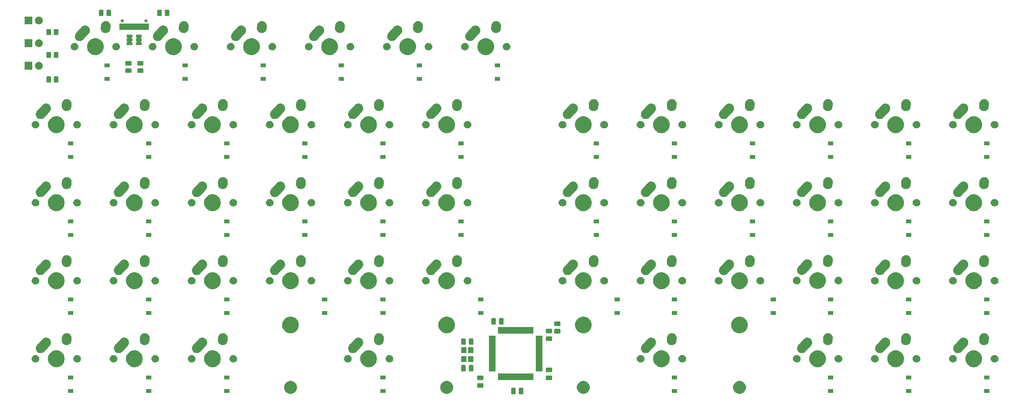
<source format=gbs>
G04 #@! TF.GenerationSoftware,KiCad,Pcbnew,(5.1.4-0)*
G04 #@! TF.CreationDate,2020-12-15T08:58:37-05:00*
G04 #@! TF.ProjectId,V4N4G0RTH0N,56344e34-4730-4525-9448-304e2e6b6963,rev?*
G04 #@! TF.SameCoordinates,Original*
G04 #@! TF.FileFunction,Soldermask,Bot*
G04 #@! TF.FilePolarity,Negative*
%FSLAX46Y46*%
G04 Gerber Fmt 4.6, Leading zero omitted, Abs format (unit mm)*
G04 Created by KiCad (PCBNEW (5.1.4-0)) date 2020-12-15 08:58:37*
%MOMM*%
%LPD*%
G04 APERTURE LIST*
%ADD10C,0.100000*%
G04 APERTURE END LIST*
D10*
G36*
X147125434Y-121402686D02*
G01*
X147165284Y-121414774D01*
X147201999Y-121434399D01*
X147234186Y-121460814D01*
X147260601Y-121493001D01*
X147280226Y-121529716D01*
X147292314Y-121569566D01*
X147297000Y-121617141D01*
X147297000Y-122730859D01*
X147292314Y-122778434D01*
X147280226Y-122818284D01*
X147260601Y-122854999D01*
X147234186Y-122887186D01*
X147201999Y-122913601D01*
X147165284Y-122933226D01*
X147125434Y-122945314D01*
X147077859Y-122950000D01*
X146414141Y-122950000D01*
X146366566Y-122945314D01*
X146326716Y-122933226D01*
X146290001Y-122913601D01*
X146257814Y-122887186D01*
X146231399Y-122854999D01*
X146211774Y-122818284D01*
X146199686Y-122778434D01*
X146195000Y-122730859D01*
X146195000Y-121617141D01*
X146199686Y-121569566D01*
X146211774Y-121529716D01*
X146231399Y-121493001D01*
X146257814Y-121460814D01*
X146290001Y-121434399D01*
X146326716Y-121414774D01*
X146366566Y-121402686D01*
X146414141Y-121398000D01*
X147077859Y-121398000D01*
X147125434Y-121402686D01*
X147125434Y-121402686D01*
G37*
G36*
X145225434Y-121402686D02*
G01*
X145265284Y-121414774D01*
X145301999Y-121434399D01*
X145334186Y-121460814D01*
X145360601Y-121493001D01*
X145380226Y-121529716D01*
X145392314Y-121569566D01*
X145397000Y-121617141D01*
X145397000Y-122730859D01*
X145392314Y-122778434D01*
X145380226Y-122818284D01*
X145360601Y-122854999D01*
X145334186Y-122887186D01*
X145301999Y-122913601D01*
X145265284Y-122933226D01*
X145225434Y-122945314D01*
X145177859Y-122950000D01*
X144514141Y-122950000D01*
X144466566Y-122945314D01*
X144426716Y-122933226D01*
X144390001Y-122913601D01*
X144357814Y-122887186D01*
X144331399Y-122854999D01*
X144311774Y-122818284D01*
X144299686Y-122778434D01*
X144295000Y-122730859D01*
X144295000Y-121617141D01*
X144299686Y-121569566D01*
X144311774Y-121529716D01*
X144331399Y-121493001D01*
X144357814Y-121460814D01*
X144390001Y-121434399D01*
X144426716Y-121414774D01*
X144466566Y-121402686D01*
X144514141Y-121398000D01*
X145177859Y-121398000D01*
X145225434Y-121402686D01*
X145225434Y-121402686D01*
G37*
G36*
X128894767Y-119740263D02*
G01*
X129046911Y-119770526D01*
X129165637Y-119819704D01*
X129333541Y-119889252D01*
X129333542Y-119889253D01*
X129591504Y-120061617D01*
X129810883Y-120280996D01*
X129868811Y-120367692D01*
X129983248Y-120538959D01*
X130101974Y-120825590D01*
X130162500Y-121129875D01*
X130162500Y-121440125D01*
X130101974Y-121744410D01*
X129983248Y-122031041D01*
X129983247Y-122031042D01*
X129810883Y-122289004D01*
X129591504Y-122508383D01*
X129419139Y-122623553D01*
X129333541Y-122680748D01*
X129165637Y-122750296D01*
X129046911Y-122799474D01*
X128952346Y-122818284D01*
X128742625Y-122860000D01*
X128432375Y-122860000D01*
X128222654Y-122818284D01*
X128128089Y-122799474D01*
X128009363Y-122750296D01*
X127841459Y-122680748D01*
X127755861Y-122623553D01*
X127583496Y-122508383D01*
X127364117Y-122289004D01*
X127191753Y-122031042D01*
X127191752Y-122031041D01*
X127073026Y-121744410D01*
X127012500Y-121440125D01*
X127012500Y-121129875D01*
X127073026Y-120825590D01*
X127191752Y-120538959D01*
X127306189Y-120367692D01*
X127364117Y-120280996D01*
X127583496Y-120061617D01*
X127841458Y-119889253D01*
X127841459Y-119889252D01*
X128009363Y-119819704D01*
X128128089Y-119770526D01*
X128280233Y-119740263D01*
X128432375Y-119710000D01*
X128742625Y-119710000D01*
X128894767Y-119740263D01*
X128894767Y-119740263D01*
G37*
G36*
X90794767Y-119740263D02*
G01*
X90946911Y-119770526D01*
X91065637Y-119819704D01*
X91233541Y-119889252D01*
X91233542Y-119889253D01*
X91491504Y-120061617D01*
X91710883Y-120280996D01*
X91768811Y-120367692D01*
X91883248Y-120538959D01*
X92001974Y-120825590D01*
X92062500Y-121129875D01*
X92062500Y-121440125D01*
X92001974Y-121744410D01*
X91883248Y-122031041D01*
X91883247Y-122031042D01*
X91710883Y-122289004D01*
X91491504Y-122508383D01*
X91319139Y-122623553D01*
X91233541Y-122680748D01*
X91065637Y-122750296D01*
X90946911Y-122799474D01*
X90852346Y-122818284D01*
X90642625Y-122860000D01*
X90332375Y-122860000D01*
X90122654Y-122818284D01*
X90028089Y-122799474D01*
X89909363Y-122750296D01*
X89741459Y-122680748D01*
X89655861Y-122623553D01*
X89483496Y-122508383D01*
X89264117Y-122289004D01*
X89091753Y-122031042D01*
X89091752Y-122031041D01*
X88973026Y-121744410D01*
X88912500Y-121440125D01*
X88912500Y-121129875D01*
X88973026Y-120825590D01*
X89091752Y-120538959D01*
X89206189Y-120367692D01*
X89264117Y-120280996D01*
X89483496Y-120061617D01*
X89741458Y-119889253D01*
X89741459Y-119889252D01*
X89909363Y-119819704D01*
X90028089Y-119770526D01*
X90180233Y-119740263D01*
X90332375Y-119710000D01*
X90642625Y-119710000D01*
X90794767Y-119740263D01*
X90794767Y-119740263D01*
G37*
G36*
X162232267Y-119740263D02*
G01*
X162384411Y-119770526D01*
X162503137Y-119819704D01*
X162671041Y-119889252D01*
X162671042Y-119889253D01*
X162929004Y-120061617D01*
X163148383Y-120280996D01*
X163206311Y-120367692D01*
X163320748Y-120538959D01*
X163439474Y-120825590D01*
X163500000Y-121129875D01*
X163500000Y-121440125D01*
X163439474Y-121744410D01*
X163320748Y-122031041D01*
X163320747Y-122031042D01*
X163148383Y-122289004D01*
X162929004Y-122508383D01*
X162756639Y-122623553D01*
X162671041Y-122680748D01*
X162503137Y-122750296D01*
X162384411Y-122799474D01*
X162289846Y-122818284D01*
X162080125Y-122860000D01*
X161769875Y-122860000D01*
X161560154Y-122818284D01*
X161465589Y-122799474D01*
X161346863Y-122750296D01*
X161178959Y-122680748D01*
X161093361Y-122623553D01*
X160920996Y-122508383D01*
X160701617Y-122289004D01*
X160529253Y-122031042D01*
X160529252Y-122031041D01*
X160410526Y-121744410D01*
X160350000Y-121440125D01*
X160350000Y-121129875D01*
X160410526Y-120825590D01*
X160529252Y-120538959D01*
X160643689Y-120367692D01*
X160701617Y-120280996D01*
X160920996Y-120061617D01*
X161178958Y-119889253D01*
X161178959Y-119889252D01*
X161346863Y-119819704D01*
X161465589Y-119770526D01*
X161617733Y-119740263D01*
X161769875Y-119710000D01*
X162080125Y-119710000D01*
X162232267Y-119740263D01*
X162232267Y-119740263D01*
G37*
G36*
X200332267Y-119740263D02*
G01*
X200484411Y-119770526D01*
X200603137Y-119819704D01*
X200771041Y-119889252D01*
X200771042Y-119889253D01*
X201029004Y-120061617D01*
X201248383Y-120280996D01*
X201306311Y-120367692D01*
X201420748Y-120538959D01*
X201539474Y-120825590D01*
X201600000Y-121129875D01*
X201600000Y-121440125D01*
X201539474Y-121744410D01*
X201420748Y-122031041D01*
X201420747Y-122031042D01*
X201248383Y-122289004D01*
X201029004Y-122508383D01*
X200856639Y-122623553D01*
X200771041Y-122680748D01*
X200603137Y-122750296D01*
X200484411Y-122799474D01*
X200389846Y-122818284D01*
X200180125Y-122860000D01*
X199869875Y-122860000D01*
X199660154Y-122818284D01*
X199565589Y-122799474D01*
X199446863Y-122750296D01*
X199278959Y-122680748D01*
X199193361Y-122623553D01*
X199020996Y-122508383D01*
X198801617Y-122289004D01*
X198629253Y-122031042D01*
X198629252Y-122031041D01*
X198510526Y-121744410D01*
X198450000Y-121440125D01*
X198450000Y-121129875D01*
X198510526Y-120825590D01*
X198629252Y-120538959D01*
X198743689Y-120367692D01*
X198801617Y-120280996D01*
X199020996Y-120061617D01*
X199278958Y-119889253D01*
X199278959Y-119889252D01*
X199446863Y-119819704D01*
X199565589Y-119770526D01*
X199717733Y-119740263D01*
X199869875Y-119710000D01*
X200180125Y-119710000D01*
X200332267Y-119740263D01*
X200332267Y-119740263D01*
G37*
G36*
X184801000Y-122675000D02*
G01*
X183499000Y-122675000D01*
X183499000Y-121673000D01*
X184801000Y-121673000D01*
X184801000Y-122675000D01*
X184801000Y-122675000D01*
G37*
G36*
X261001000Y-122675000D02*
G01*
X259699000Y-122675000D01*
X259699000Y-121673000D01*
X261001000Y-121673000D01*
X261001000Y-122675000D01*
X261001000Y-122675000D01*
G37*
G36*
X241951000Y-122674000D02*
G01*
X240649000Y-122674000D01*
X240649000Y-121672000D01*
X241951000Y-121672000D01*
X241951000Y-122674000D01*
X241951000Y-122674000D01*
G37*
G36*
X75581000Y-122674000D02*
G01*
X74279000Y-122674000D01*
X74279000Y-121672000D01*
X75581000Y-121672000D01*
X75581000Y-122674000D01*
X75581000Y-122674000D01*
G37*
G36*
X37481000Y-122674000D02*
G01*
X36179000Y-122674000D01*
X36179000Y-121672000D01*
X37481000Y-121672000D01*
X37481000Y-122674000D01*
X37481000Y-122674000D01*
G37*
G36*
X222901000Y-122674000D02*
G01*
X221599000Y-122674000D01*
X221599000Y-121672000D01*
X222901000Y-121672000D01*
X222901000Y-122674000D01*
X222901000Y-122674000D01*
G37*
G36*
X56531000Y-122674000D02*
G01*
X55229000Y-122674000D01*
X55229000Y-121672000D01*
X56531000Y-121672000D01*
X56531000Y-122674000D01*
X56531000Y-122674000D01*
G37*
G36*
X113681000Y-122674000D02*
G01*
X112379000Y-122674000D01*
X112379000Y-121672000D01*
X113681000Y-121672000D01*
X113681000Y-122674000D01*
X113681000Y-122674000D01*
G37*
G36*
X137383434Y-120291686D02*
G01*
X137423284Y-120303774D01*
X137459999Y-120323399D01*
X137492186Y-120349814D01*
X137518601Y-120382001D01*
X137538226Y-120418716D01*
X137550314Y-120458566D01*
X137555000Y-120506141D01*
X137555000Y-121169859D01*
X137550314Y-121217434D01*
X137538226Y-121257284D01*
X137518601Y-121293999D01*
X137492186Y-121326186D01*
X137459999Y-121352601D01*
X137423284Y-121372226D01*
X137383434Y-121384314D01*
X137335859Y-121389000D01*
X136222141Y-121389000D01*
X136174566Y-121384314D01*
X136134716Y-121372226D01*
X136098001Y-121352601D01*
X136065814Y-121326186D01*
X136039399Y-121293999D01*
X136019774Y-121257284D01*
X136007686Y-121217434D01*
X136003000Y-121169859D01*
X136003000Y-120506141D01*
X136007686Y-120458566D01*
X136019774Y-120418716D01*
X136039399Y-120382001D01*
X136065814Y-120349814D01*
X136098001Y-120323399D01*
X136134716Y-120303774D01*
X136174566Y-120291686D01*
X136222141Y-120287000D01*
X137335859Y-120287000D01*
X137383434Y-120291686D01*
X137383434Y-120291686D01*
G37*
G36*
X149741000Y-119531000D02*
G01*
X141089000Y-119531000D01*
X141089000Y-117929000D01*
X149741000Y-117929000D01*
X149741000Y-119531000D01*
X149741000Y-119531000D01*
G37*
G36*
X137383434Y-118391686D02*
G01*
X137423284Y-118403774D01*
X137459999Y-118423399D01*
X137492186Y-118449814D01*
X137518601Y-118482001D01*
X137538226Y-118518716D01*
X137550314Y-118558566D01*
X137555000Y-118606141D01*
X137555000Y-119269859D01*
X137550314Y-119317434D01*
X137538226Y-119357284D01*
X137518601Y-119393999D01*
X137492186Y-119426186D01*
X137459999Y-119452601D01*
X137423284Y-119472226D01*
X137383434Y-119484314D01*
X137335859Y-119489000D01*
X136222141Y-119489000D01*
X136174566Y-119484314D01*
X136134716Y-119472226D01*
X136098001Y-119452601D01*
X136065814Y-119426186D01*
X136039399Y-119393999D01*
X136019774Y-119357284D01*
X136007686Y-119317434D01*
X136003000Y-119269859D01*
X136003000Y-118606141D01*
X136007686Y-118558566D01*
X136019774Y-118518716D01*
X136039399Y-118482001D01*
X136065814Y-118449814D01*
X136098001Y-118423399D01*
X136134716Y-118403774D01*
X136174566Y-118391686D01*
X136222141Y-118387000D01*
X137335859Y-118387000D01*
X137383434Y-118391686D01*
X137383434Y-118391686D01*
G37*
G36*
X154147434Y-118386686D02*
G01*
X154187284Y-118398774D01*
X154223999Y-118418399D01*
X154256186Y-118444814D01*
X154282601Y-118477001D01*
X154302226Y-118513716D01*
X154314314Y-118553566D01*
X154319000Y-118601141D01*
X154319000Y-119264859D01*
X154314314Y-119312434D01*
X154302226Y-119352284D01*
X154282601Y-119388999D01*
X154256186Y-119421186D01*
X154223999Y-119447601D01*
X154187284Y-119467226D01*
X154147434Y-119479314D01*
X154099859Y-119484000D01*
X152986141Y-119484000D01*
X152938566Y-119479314D01*
X152898716Y-119467226D01*
X152862001Y-119447601D01*
X152829814Y-119421186D01*
X152803399Y-119388999D01*
X152783774Y-119352284D01*
X152771686Y-119312434D01*
X152767000Y-119264859D01*
X152767000Y-118601141D01*
X152771686Y-118553566D01*
X152783774Y-118513716D01*
X152803399Y-118477001D01*
X152829814Y-118444814D01*
X152862001Y-118418399D01*
X152898716Y-118398774D01*
X152938566Y-118386686D01*
X152986141Y-118382000D01*
X154099859Y-118382000D01*
X154147434Y-118386686D01*
X154147434Y-118386686D01*
G37*
G36*
X184801000Y-119375000D02*
G01*
X183499000Y-119375000D01*
X183499000Y-118373000D01*
X184801000Y-118373000D01*
X184801000Y-119375000D01*
X184801000Y-119375000D01*
G37*
G36*
X261001000Y-119375000D02*
G01*
X259699000Y-119375000D01*
X259699000Y-118373000D01*
X261001000Y-118373000D01*
X261001000Y-119375000D01*
X261001000Y-119375000D01*
G37*
G36*
X56531000Y-119374000D02*
G01*
X55229000Y-119374000D01*
X55229000Y-118372000D01*
X56531000Y-118372000D01*
X56531000Y-119374000D01*
X56531000Y-119374000D01*
G37*
G36*
X37481000Y-119374000D02*
G01*
X36179000Y-119374000D01*
X36179000Y-118372000D01*
X37481000Y-118372000D01*
X37481000Y-119374000D01*
X37481000Y-119374000D01*
G37*
G36*
X75581000Y-119374000D02*
G01*
X74279000Y-119374000D01*
X74279000Y-118372000D01*
X75581000Y-118372000D01*
X75581000Y-119374000D01*
X75581000Y-119374000D01*
G37*
G36*
X113681000Y-119374000D02*
G01*
X112379000Y-119374000D01*
X112379000Y-118372000D01*
X113681000Y-118372000D01*
X113681000Y-119374000D01*
X113681000Y-119374000D01*
G37*
G36*
X222901000Y-119374000D02*
G01*
X221599000Y-119374000D01*
X221599000Y-118372000D01*
X222901000Y-118372000D01*
X222901000Y-119374000D01*
X222901000Y-119374000D01*
G37*
G36*
X241951000Y-119374000D02*
G01*
X240649000Y-119374000D01*
X240649000Y-118372000D01*
X241951000Y-118372000D01*
X241951000Y-119374000D01*
X241951000Y-119374000D01*
G37*
G36*
X154147434Y-116486686D02*
G01*
X154187284Y-116498774D01*
X154223999Y-116518399D01*
X154256186Y-116544814D01*
X154282601Y-116577001D01*
X154302226Y-116613716D01*
X154314314Y-116653566D01*
X154319000Y-116701141D01*
X154319000Y-117364859D01*
X154314314Y-117412434D01*
X154302226Y-117452284D01*
X154282601Y-117488999D01*
X154256186Y-117521186D01*
X154223999Y-117547601D01*
X154187284Y-117567226D01*
X154147434Y-117579314D01*
X154099859Y-117584000D01*
X152986141Y-117584000D01*
X152938566Y-117579314D01*
X152898716Y-117567226D01*
X152862001Y-117547601D01*
X152829814Y-117521186D01*
X152803399Y-117488999D01*
X152783774Y-117452284D01*
X152771686Y-117412434D01*
X152767000Y-117364859D01*
X152767000Y-116701141D01*
X152771686Y-116653566D01*
X152783774Y-116613716D01*
X152803399Y-116577001D01*
X152829814Y-116544814D01*
X152862001Y-116518399D01*
X152898716Y-116498774D01*
X152938566Y-116486686D01*
X152986141Y-116482000D01*
X154099859Y-116482000D01*
X154147434Y-116486686D01*
X154147434Y-116486686D01*
G37*
G36*
X133033434Y-115814686D02*
G01*
X133073284Y-115826774D01*
X133109999Y-115846399D01*
X133142186Y-115872814D01*
X133168601Y-115905001D01*
X133188226Y-115941716D01*
X133200314Y-115981566D01*
X133205000Y-116029141D01*
X133205000Y-117142859D01*
X133200314Y-117190434D01*
X133188226Y-117230284D01*
X133168601Y-117266999D01*
X133142186Y-117299186D01*
X133109999Y-117325601D01*
X133073284Y-117345226D01*
X133033434Y-117357314D01*
X132985859Y-117362000D01*
X132322141Y-117362000D01*
X132274566Y-117357314D01*
X132234716Y-117345226D01*
X132198001Y-117325601D01*
X132165814Y-117299186D01*
X132139399Y-117266999D01*
X132119774Y-117230284D01*
X132107686Y-117190434D01*
X132103000Y-117142859D01*
X132103000Y-116029141D01*
X132107686Y-115981566D01*
X132119774Y-115941716D01*
X132139399Y-115905001D01*
X132165814Y-115872814D01*
X132198001Y-115846399D01*
X132234716Y-115826774D01*
X132274566Y-115814686D01*
X132322141Y-115810000D01*
X132985859Y-115810000D01*
X133033434Y-115814686D01*
X133033434Y-115814686D01*
G37*
G36*
X134933434Y-115814686D02*
G01*
X134973284Y-115826774D01*
X135009999Y-115846399D01*
X135042186Y-115872814D01*
X135068601Y-115905001D01*
X135088226Y-115941716D01*
X135100314Y-115981566D01*
X135105000Y-116029141D01*
X135105000Y-117142859D01*
X135100314Y-117190434D01*
X135088226Y-117230284D01*
X135068601Y-117266999D01*
X135042186Y-117299186D01*
X135009999Y-117325601D01*
X134973284Y-117345226D01*
X134933434Y-117357314D01*
X134885859Y-117362000D01*
X134222141Y-117362000D01*
X134174566Y-117357314D01*
X134134716Y-117345226D01*
X134098001Y-117325601D01*
X134065814Y-117299186D01*
X134039399Y-117266999D01*
X134019774Y-117230284D01*
X134007686Y-117190434D01*
X134003000Y-117142859D01*
X134003000Y-116029141D01*
X134007686Y-115981566D01*
X134019774Y-115941716D01*
X134039399Y-115905001D01*
X134065814Y-115872814D01*
X134098001Y-115846399D01*
X134134716Y-115826774D01*
X134174566Y-115814686D01*
X134222141Y-115810000D01*
X134885859Y-115810000D01*
X134933434Y-115814686D01*
X134933434Y-115814686D01*
G37*
G36*
X151916000Y-117356000D02*
G01*
X150314000Y-117356000D01*
X150314000Y-108704000D01*
X151916000Y-108704000D01*
X151916000Y-117356000D01*
X151916000Y-117356000D01*
G37*
G36*
X140516000Y-117356000D02*
G01*
X138914000Y-117356000D01*
X138914000Y-108704000D01*
X140516000Y-108704000D01*
X140516000Y-117356000D01*
X140516000Y-117356000D01*
G37*
G36*
X257771474Y-112333684D02*
G01*
X257989474Y-112423983D01*
X258143623Y-112487833D01*
X258478548Y-112711623D01*
X258763377Y-112996452D01*
X258987167Y-113331377D01*
X259019562Y-113409586D01*
X259141316Y-113703526D01*
X259219900Y-114098594D01*
X259219900Y-114501406D01*
X259141316Y-114896474D01*
X259090451Y-115019272D01*
X258987167Y-115268623D01*
X258763377Y-115603548D01*
X258478548Y-115888377D01*
X258143623Y-116112167D01*
X257989474Y-116176017D01*
X257771474Y-116266316D01*
X257376406Y-116344900D01*
X256973594Y-116344900D01*
X256578526Y-116266316D01*
X256360526Y-116176017D01*
X256206377Y-116112167D01*
X255871452Y-115888377D01*
X255586623Y-115603548D01*
X255362833Y-115268623D01*
X255259549Y-115019272D01*
X255208684Y-114896474D01*
X255130100Y-114501406D01*
X255130100Y-114098594D01*
X255208684Y-113703526D01*
X255330438Y-113409586D01*
X255362833Y-113331377D01*
X255586623Y-112996452D01*
X255871452Y-112711623D01*
X256206377Y-112487833D01*
X256360526Y-112423983D01*
X256578526Y-112333684D01*
X256973594Y-112255100D01*
X257376406Y-112255100D01*
X257771474Y-112333684D01*
X257771474Y-112333684D01*
G37*
G36*
X33933974Y-112333684D02*
G01*
X34151974Y-112423983D01*
X34306123Y-112487833D01*
X34641048Y-112711623D01*
X34925877Y-112996452D01*
X35149667Y-113331377D01*
X35182062Y-113409586D01*
X35303816Y-113703526D01*
X35382400Y-114098594D01*
X35382400Y-114501406D01*
X35303816Y-114896474D01*
X35252951Y-115019272D01*
X35149667Y-115268623D01*
X34925877Y-115603548D01*
X34641048Y-115888377D01*
X34306123Y-116112167D01*
X34151974Y-116176017D01*
X33933974Y-116266316D01*
X33538906Y-116344900D01*
X33136094Y-116344900D01*
X32741026Y-116266316D01*
X32523026Y-116176017D01*
X32368877Y-116112167D01*
X32033952Y-115888377D01*
X31749123Y-115603548D01*
X31525333Y-115268623D01*
X31422049Y-115019272D01*
X31371184Y-114896474D01*
X31292600Y-114501406D01*
X31292600Y-114098594D01*
X31371184Y-113703526D01*
X31492938Y-113409586D01*
X31525333Y-113331377D01*
X31749123Y-112996452D01*
X32033952Y-112711623D01*
X32368877Y-112487833D01*
X32523026Y-112423983D01*
X32741026Y-112333684D01*
X33136094Y-112255100D01*
X33538906Y-112255100D01*
X33933974Y-112333684D01*
X33933974Y-112333684D01*
G37*
G36*
X52983974Y-112333684D02*
G01*
X53201974Y-112423983D01*
X53356123Y-112487833D01*
X53691048Y-112711623D01*
X53975877Y-112996452D01*
X54199667Y-113331377D01*
X54232062Y-113409586D01*
X54353816Y-113703526D01*
X54432400Y-114098594D01*
X54432400Y-114501406D01*
X54353816Y-114896474D01*
X54302951Y-115019272D01*
X54199667Y-115268623D01*
X53975877Y-115603548D01*
X53691048Y-115888377D01*
X53356123Y-116112167D01*
X53201974Y-116176017D01*
X52983974Y-116266316D01*
X52588906Y-116344900D01*
X52186094Y-116344900D01*
X51791026Y-116266316D01*
X51573026Y-116176017D01*
X51418877Y-116112167D01*
X51083952Y-115888377D01*
X50799123Y-115603548D01*
X50575333Y-115268623D01*
X50472049Y-115019272D01*
X50421184Y-114896474D01*
X50342600Y-114501406D01*
X50342600Y-114098594D01*
X50421184Y-113703526D01*
X50542938Y-113409586D01*
X50575333Y-113331377D01*
X50799123Y-112996452D01*
X51083952Y-112711623D01*
X51418877Y-112487833D01*
X51573026Y-112423983D01*
X51791026Y-112333684D01*
X52186094Y-112255100D01*
X52588906Y-112255100D01*
X52983974Y-112333684D01*
X52983974Y-112333684D01*
G37*
G36*
X72033974Y-112333684D02*
G01*
X72251974Y-112423983D01*
X72406123Y-112487833D01*
X72741048Y-112711623D01*
X73025877Y-112996452D01*
X73249667Y-113331377D01*
X73282062Y-113409586D01*
X73403816Y-113703526D01*
X73482400Y-114098594D01*
X73482400Y-114501406D01*
X73403816Y-114896474D01*
X73352951Y-115019272D01*
X73249667Y-115268623D01*
X73025877Y-115603548D01*
X72741048Y-115888377D01*
X72406123Y-116112167D01*
X72251974Y-116176017D01*
X72033974Y-116266316D01*
X71638906Y-116344900D01*
X71236094Y-116344900D01*
X70841026Y-116266316D01*
X70623026Y-116176017D01*
X70468877Y-116112167D01*
X70133952Y-115888377D01*
X69849123Y-115603548D01*
X69625333Y-115268623D01*
X69522049Y-115019272D01*
X69471184Y-114896474D01*
X69392600Y-114501406D01*
X69392600Y-114098594D01*
X69471184Y-113703526D01*
X69592938Y-113409586D01*
X69625333Y-113331377D01*
X69849123Y-112996452D01*
X70133952Y-112711623D01*
X70468877Y-112487833D01*
X70623026Y-112423983D01*
X70841026Y-112333684D01*
X71236094Y-112255100D01*
X71638906Y-112255100D01*
X72033974Y-112333684D01*
X72033974Y-112333684D01*
G37*
G36*
X110133974Y-112333684D02*
G01*
X110351974Y-112423983D01*
X110506123Y-112487833D01*
X110841048Y-112711623D01*
X111125877Y-112996452D01*
X111349667Y-113331377D01*
X111382062Y-113409586D01*
X111503816Y-113703526D01*
X111582400Y-114098594D01*
X111582400Y-114501406D01*
X111503816Y-114896474D01*
X111452951Y-115019272D01*
X111349667Y-115268623D01*
X111125877Y-115603548D01*
X110841048Y-115888377D01*
X110506123Y-116112167D01*
X110351974Y-116176017D01*
X110133974Y-116266316D01*
X109738906Y-116344900D01*
X109336094Y-116344900D01*
X108941026Y-116266316D01*
X108723026Y-116176017D01*
X108568877Y-116112167D01*
X108233952Y-115888377D01*
X107949123Y-115603548D01*
X107725333Y-115268623D01*
X107622049Y-115019272D01*
X107571184Y-114896474D01*
X107492600Y-114501406D01*
X107492600Y-114098594D01*
X107571184Y-113703526D01*
X107692938Y-113409586D01*
X107725333Y-113331377D01*
X107949123Y-112996452D01*
X108233952Y-112711623D01*
X108568877Y-112487833D01*
X108723026Y-112423983D01*
X108941026Y-112333684D01*
X109336094Y-112255100D01*
X109738906Y-112255100D01*
X110133974Y-112333684D01*
X110133974Y-112333684D01*
G37*
G36*
X238721474Y-112333684D02*
G01*
X238939474Y-112423983D01*
X239093623Y-112487833D01*
X239428548Y-112711623D01*
X239713377Y-112996452D01*
X239937167Y-113331377D01*
X239969562Y-113409586D01*
X240091316Y-113703526D01*
X240169900Y-114098594D01*
X240169900Y-114501406D01*
X240091316Y-114896474D01*
X240040451Y-115019272D01*
X239937167Y-115268623D01*
X239713377Y-115603548D01*
X239428548Y-115888377D01*
X239093623Y-116112167D01*
X238939474Y-116176017D01*
X238721474Y-116266316D01*
X238326406Y-116344900D01*
X237923594Y-116344900D01*
X237528526Y-116266316D01*
X237310526Y-116176017D01*
X237156377Y-116112167D01*
X236821452Y-115888377D01*
X236536623Y-115603548D01*
X236312833Y-115268623D01*
X236209549Y-115019272D01*
X236158684Y-114896474D01*
X236080100Y-114501406D01*
X236080100Y-114098594D01*
X236158684Y-113703526D01*
X236280438Y-113409586D01*
X236312833Y-113331377D01*
X236536623Y-112996452D01*
X236821452Y-112711623D01*
X237156377Y-112487833D01*
X237310526Y-112423983D01*
X237528526Y-112333684D01*
X237923594Y-112255100D01*
X238326406Y-112255100D01*
X238721474Y-112333684D01*
X238721474Y-112333684D01*
G37*
G36*
X219671474Y-112333684D02*
G01*
X219889474Y-112423983D01*
X220043623Y-112487833D01*
X220378548Y-112711623D01*
X220663377Y-112996452D01*
X220887167Y-113331377D01*
X220919562Y-113409586D01*
X221041316Y-113703526D01*
X221119900Y-114098594D01*
X221119900Y-114501406D01*
X221041316Y-114896474D01*
X220990451Y-115019272D01*
X220887167Y-115268623D01*
X220663377Y-115603548D01*
X220378548Y-115888377D01*
X220043623Y-116112167D01*
X219889474Y-116176017D01*
X219671474Y-116266316D01*
X219276406Y-116344900D01*
X218873594Y-116344900D01*
X218478526Y-116266316D01*
X218260526Y-116176017D01*
X218106377Y-116112167D01*
X217771452Y-115888377D01*
X217486623Y-115603548D01*
X217262833Y-115268623D01*
X217159549Y-115019272D01*
X217108684Y-114896474D01*
X217030100Y-114501406D01*
X217030100Y-114098594D01*
X217108684Y-113703526D01*
X217230438Y-113409586D01*
X217262833Y-113331377D01*
X217486623Y-112996452D01*
X217771452Y-112711623D01*
X218106377Y-112487833D01*
X218260526Y-112423983D01*
X218478526Y-112333684D01*
X218873594Y-112255100D01*
X219276406Y-112255100D01*
X219671474Y-112333684D01*
X219671474Y-112333684D01*
G37*
G36*
X181571474Y-112333684D02*
G01*
X181789474Y-112423983D01*
X181943623Y-112487833D01*
X182278548Y-112711623D01*
X182563377Y-112996452D01*
X182787167Y-113331377D01*
X182819562Y-113409586D01*
X182941316Y-113703526D01*
X183019900Y-114098594D01*
X183019900Y-114501406D01*
X182941316Y-114896474D01*
X182890451Y-115019272D01*
X182787167Y-115268623D01*
X182563377Y-115603548D01*
X182278548Y-115888377D01*
X181943623Y-116112167D01*
X181789474Y-116176017D01*
X181571474Y-116266316D01*
X181176406Y-116344900D01*
X180773594Y-116344900D01*
X180378526Y-116266316D01*
X180160526Y-116176017D01*
X180006377Y-116112167D01*
X179671452Y-115888377D01*
X179386623Y-115603548D01*
X179162833Y-115268623D01*
X179059549Y-115019272D01*
X179008684Y-114896474D01*
X178930100Y-114501406D01*
X178930100Y-114098594D01*
X179008684Y-113703526D01*
X179130438Y-113409586D01*
X179162833Y-113331377D01*
X179386623Y-112996452D01*
X179671452Y-112711623D01*
X180006377Y-112487833D01*
X180160526Y-112423983D01*
X180378526Y-112333684D01*
X180773594Y-112255100D01*
X181176406Y-112255100D01*
X181571474Y-112333684D01*
X181571474Y-112333684D01*
G37*
G36*
X262525104Y-113409585D02*
G01*
X262693626Y-113479389D01*
X262845291Y-113580728D01*
X262974272Y-113709709D01*
X263075611Y-113861374D01*
X263145415Y-114029896D01*
X263181000Y-114208797D01*
X263181000Y-114391203D01*
X263145415Y-114570104D01*
X263075611Y-114738626D01*
X262974272Y-114890291D01*
X262845291Y-115019272D01*
X262693626Y-115120611D01*
X262525104Y-115190415D01*
X262346203Y-115226000D01*
X262163797Y-115226000D01*
X261984896Y-115190415D01*
X261816374Y-115120611D01*
X261664709Y-115019272D01*
X261535728Y-114890291D01*
X261434389Y-114738626D01*
X261364585Y-114570104D01*
X261329000Y-114391203D01*
X261329000Y-114208797D01*
X261364585Y-114029896D01*
X261434389Y-113861374D01*
X261535728Y-113709709D01*
X261664709Y-113580728D01*
X261816374Y-113479389D01*
X261984896Y-113409585D01*
X262163797Y-113374000D01*
X262346203Y-113374000D01*
X262525104Y-113409585D01*
X262525104Y-113409585D01*
G37*
G36*
X28527604Y-113409585D02*
G01*
X28696126Y-113479389D01*
X28847791Y-113580728D01*
X28976772Y-113709709D01*
X29078111Y-113861374D01*
X29147915Y-114029896D01*
X29183500Y-114208797D01*
X29183500Y-114391203D01*
X29147915Y-114570104D01*
X29078111Y-114738626D01*
X28976772Y-114890291D01*
X28847791Y-115019272D01*
X28696126Y-115120611D01*
X28527604Y-115190415D01*
X28348703Y-115226000D01*
X28166297Y-115226000D01*
X27987396Y-115190415D01*
X27818874Y-115120611D01*
X27667209Y-115019272D01*
X27538228Y-114890291D01*
X27436889Y-114738626D01*
X27367085Y-114570104D01*
X27331500Y-114391203D01*
X27331500Y-114208797D01*
X27367085Y-114029896D01*
X27436889Y-113861374D01*
X27538228Y-113709709D01*
X27667209Y-113580728D01*
X27818874Y-113479389D01*
X27987396Y-113409585D01*
X28166297Y-113374000D01*
X28348703Y-113374000D01*
X28527604Y-113409585D01*
X28527604Y-113409585D01*
G37*
G36*
X38687604Y-113409585D02*
G01*
X38856126Y-113479389D01*
X39007791Y-113580728D01*
X39136772Y-113709709D01*
X39238111Y-113861374D01*
X39307915Y-114029896D01*
X39343500Y-114208797D01*
X39343500Y-114391203D01*
X39307915Y-114570104D01*
X39238111Y-114738626D01*
X39136772Y-114890291D01*
X39007791Y-115019272D01*
X38856126Y-115120611D01*
X38687604Y-115190415D01*
X38508703Y-115226000D01*
X38326297Y-115226000D01*
X38147396Y-115190415D01*
X37978874Y-115120611D01*
X37827209Y-115019272D01*
X37698228Y-114890291D01*
X37596889Y-114738626D01*
X37527085Y-114570104D01*
X37491500Y-114391203D01*
X37491500Y-114208797D01*
X37527085Y-114029896D01*
X37596889Y-113861374D01*
X37698228Y-113709709D01*
X37827209Y-113580728D01*
X37978874Y-113479389D01*
X38147396Y-113409585D01*
X38326297Y-113374000D01*
X38508703Y-113374000D01*
X38687604Y-113409585D01*
X38687604Y-113409585D01*
G37*
G36*
X176165104Y-113409585D02*
G01*
X176333626Y-113479389D01*
X176485291Y-113580728D01*
X176614272Y-113709709D01*
X176715611Y-113861374D01*
X176785415Y-114029896D01*
X176821000Y-114208797D01*
X176821000Y-114391203D01*
X176785415Y-114570104D01*
X176715611Y-114738626D01*
X176614272Y-114890291D01*
X176485291Y-115019272D01*
X176333626Y-115120611D01*
X176165104Y-115190415D01*
X175986203Y-115226000D01*
X175803797Y-115226000D01*
X175624896Y-115190415D01*
X175456374Y-115120611D01*
X175304709Y-115019272D01*
X175175728Y-114890291D01*
X175074389Y-114738626D01*
X175004585Y-114570104D01*
X174969000Y-114391203D01*
X174969000Y-114208797D01*
X175004585Y-114029896D01*
X175074389Y-113861374D01*
X175175728Y-113709709D01*
X175304709Y-113580728D01*
X175456374Y-113479389D01*
X175624896Y-113409585D01*
X175803797Y-113374000D01*
X175986203Y-113374000D01*
X176165104Y-113409585D01*
X176165104Y-113409585D01*
G37*
G36*
X114887604Y-113409585D02*
G01*
X115056126Y-113479389D01*
X115207791Y-113580728D01*
X115336772Y-113709709D01*
X115438111Y-113861374D01*
X115507915Y-114029896D01*
X115543500Y-114208797D01*
X115543500Y-114391203D01*
X115507915Y-114570104D01*
X115438111Y-114738626D01*
X115336772Y-114890291D01*
X115207791Y-115019272D01*
X115056126Y-115120611D01*
X114887604Y-115190415D01*
X114708703Y-115226000D01*
X114526297Y-115226000D01*
X114347396Y-115190415D01*
X114178874Y-115120611D01*
X114027209Y-115019272D01*
X113898228Y-114890291D01*
X113796889Y-114738626D01*
X113727085Y-114570104D01*
X113691500Y-114391203D01*
X113691500Y-114208797D01*
X113727085Y-114029896D01*
X113796889Y-113861374D01*
X113898228Y-113709709D01*
X114027209Y-113580728D01*
X114178874Y-113479389D01*
X114347396Y-113409585D01*
X114526297Y-113374000D01*
X114708703Y-113374000D01*
X114887604Y-113409585D01*
X114887604Y-113409585D01*
G37*
G36*
X104727604Y-113409585D02*
G01*
X104896126Y-113479389D01*
X105047791Y-113580728D01*
X105176772Y-113709709D01*
X105278111Y-113861374D01*
X105347915Y-114029896D01*
X105383500Y-114208797D01*
X105383500Y-114391203D01*
X105347915Y-114570104D01*
X105278111Y-114738626D01*
X105176772Y-114890291D01*
X105047791Y-115019272D01*
X104896126Y-115120611D01*
X104727604Y-115190415D01*
X104548703Y-115226000D01*
X104366297Y-115226000D01*
X104187396Y-115190415D01*
X104018874Y-115120611D01*
X103867209Y-115019272D01*
X103738228Y-114890291D01*
X103636889Y-114738626D01*
X103567085Y-114570104D01*
X103531500Y-114391203D01*
X103531500Y-114208797D01*
X103567085Y-114029896D01*
X103636889Y-113861374D01*
X103738228Y-113709709D01*
X103867209Y-113580728D01*
X104018874Y-113479389D01*
X104187396Y-113409585D01*
X104366297Y-113374000D01*
X104548703Y-113374000D01*
X104727604Y-113409585D01*
X104727604Y-113409585D01*
G37*
G36*
X76787604Y-113409585D02*
G01*
X76956126Y-113479389D01*
X77107791Y-113580728D01*
X77236772Y-113709709D01*
X77338111Y-113861374D01*
X77407915Y-114029896D01*
X77443500Y-114208797D01*
X77443500Y-114391203D01*
X77407915Y-114570104D01*
X77338111Y-114738626D01*
X77236772Y-114890291D01*
X77107791Y-115019272D01*
X76956126Y-115120611D01*
X76787604Y-115190415D01*
X76608703Y-115226000D01*
X76426297Y-115226000D01*
X76247396Y-115190415D01*
X76078874Y-115120611D01*
X75927209Y-115019272D01*
X75798228Y-114890291D01*
X75696889Y-114738626D01*
X75627085Y-114570104D01*
X75591500Y-114391203D01*
X75591500Y-114208797D01*
X75627085Y-114029896D01*
X75696889Y-113861374D01*
X75798228Y-113709709D01*
X75927209Y-113580728D01*
X76078874Y-113479389D01*
X76247396Y-113409585D01*
X76426297Y-113374000D01*
X76608703Y-113374000D01*
X76787604Y-113409585D01*
X76787604Y-113409585D01*
G37*
G36*
X66627604Y-113409585D02*
G01*
X66796126Y-113479389D01*
X66947791Y-113580728D01*
X67076772Y-113709709D01*
X67178111Y-113861374D01*
X67247915Y-114029896D01*
X67283500Y-114208797D01*
X67283500Y-114391203D01*
X67247915Y-114570104D01*
X67178111Y-114738626D01*
X67076772Y-114890291D01*
X66947791Y-115019272D01*
X66796126Y-115120611D01*
X66627604Y-115190415D01*
X66448703Y-115226000D01*
X66266297Y-115226000D01*
X66087396Y-115190415D01*
X65918874Y-115120611D01*
X65767209Y-115019272D01*
X65638228Y-114890291D01*
X65536889Y-114738626D01*
X65467085Y-114570104D01*
X65431500Y-114391203D01*
X65431500Y-114208797D01*
X65467085Y-114029896D01*
X65536889Y-113861374D01*
X65638228Y-113709709D01*
X65767209Y-113580728D01*
X65918874Y-113479389D01*
X66087396Y-113409585D01*
X66266297Y-113374000D01*
X66448703Y-113374000D01*
X66627604Y-113409585D01*
X66627604Y-113409585D01*
G37*
G36*
X47577604Y-113409585D02*
G01*
X47746126Y-113479389D01*
X47897791Y-113580728D01*
X48026772Y-113709709D01*
X48128111Y-113861374D01*
X48197915Y-114029896D01*
X48233500Y-114208797D01*
X48233500Y-114391203D01*
X48197915Y-114570104D01*
X48128111Y-114738626D01*
X48026772Y-114890291D01*
X47897791Y-115019272D01*
X47746126Y-115120611D01*
X47577604Y-115190415D01*
X47398703Y-115226000D01*
X47216297Y-115226000D01*
X47037396Y-115190415D01*
X46868874Y-115120611D01*
X46717209Y-115019272D01*
X46588228Y-114890291D01*
X46486889Y-114738626D01*
X46417085Y-114570104D01*
X46381500Y-114391203D01*
X46381500Y-114208797D01*
X46417085Y-114029896D01*
X46486889Y-113861374D01*
X46588228Y-113709709D01*
X46717209Y-113580728D01*
X46868874Y-113479389D01*
X47037396Y-113409585D01*
X47216297Y-113374000D01*
X47398703Y-113374000D01*
X47577604Y-113409585D01*
X47577604Y-113409585D01*
G37*
G36*
X57737604Y-113409585D02*
G01*
X57906126Y-113479389D01*
X58057791Y-113580728D01*
X58186772Y-113709709D01*
X58288111Y-113861374D01*
X58357915Y-114029896D01*
X58393500Y-114208797D01*
X58393500Y-114391203D01*
X58357915Y-114570104D01*
X58288111Y-114738626D01*
X58186772Y-114890291D01*
X58057791Y-115019272D01*
X57906126Y-115120611D01*
X57737604Y-115190415D01*
X57558703Y-115226000D01*
X57376297Y-115226000D01*
X57197396Y-115190415D01*
X57028874Y-115120611D01*
X56877209Y-115019272D01*
X56748228Y-114890291D01*
X56646889Y-114738626D01*
X56577085Y-114570104D01*
X56541500Y-114391203D01*
X56541500Y-114208797D01*
X56577085Y-114029896D01*
X56646889Y-113861374D01*
X56748228Y-113709709D01*
X56877209Y-113580728D01*
X57028874Y-113479389D01*
X57197396Y-113409585D01*
X57376297Y-113374000D01*
X57558703Y-113374000D01*
X57737604Y-113409585D01*
X57737604Y-113409585D01*
G37*
G36*
X214265104Y-113409585D02*
G01*
X214433626Y-113479389D01*
X214585291Y-113580728D01*
X214714272Y-113709709D01*
X214815611Y-113861374D01*
X214885415Y-114029896D01*
X214921000Y-114208797D01*
X214921000Y-114391203D01*
X214885415Y-114570104D01*
X214815611Y-114738626D01*
X214714272Y-114890291D01*
X214585291Y-115019272D01*
X214433626Y-115120611D01*
X214265104Y-115190415D01*
X214086203Y-115226000D01*
X213903797Y-115226000D01*
X213724896Y-115190415D01*
X213556374Y-115120611D01*
X213404709Y-115019272D01*
X213275728Y-114890291D01*
X213174389Y-114738626D01*
X213104585Y-114570104D01*
X213069000Y-114391203D01*
X213069000Y-114208797D01*
X213104585Y-114029896D01*
X213174389Y-113861374D01*
X213275728Y-113709709D01*
X213404709Y-113580728D01*
X213556374Y-113479389D01*
X213724896Y-113409585D01*
X213903797Y-113374000D01*
X214086203Y-113374000D01*
X214265104Y-113409585D01*
X214265104Y-113409585D01*
G37*
G36*
X224425104Y-113409585D02*
G01*
X224593626Y-113479389D01*
X224745291Y-113580728D01*
X224874272Y-113709709D01*
X224975611Y-113861374D01*
X225045415Y-114029896D01*
X225081000Y-114208797D01*
X225081000Y-114391203D01*
X225045415Y-114570104D01*
X224975611Y-114738626D01*
X224874272Y-114890291D01*
X224745291Y-115019272D01*
X224593626Y-115120611D01*
X224425104Y-115190415D01*
X224246203Y-115226000D01*
X224063797Y-115226000D01*
X223884896Y-115190415D01*
X223716374Y-115120611D01*
X223564709Y-115019272D01*
X223435728Y-114890291D01*
X223334389Y-114738626D01*
X223264585Y-114570104D01*
X223229000Y-114391203D01*
X223229000Y-114208797D01*
X223264585Y-114029896D01*
X223334389Y-113861374D01*
X223435728Y-113709709D01*
X223564709Y-113580728D01*
X223716374Y-113479389D01*
X223884896Y-113409585D01*
X224063797Y-113374000D01*
X224246203Y-113374000D01*
X224425104Y-113409585D01*
X224425104Y-113409585D01*
G37*
G36*
X186325104Y-113409585D02*
G01*
X186493626Y-113479389D01*
X186645291Y-113580728D01*
X186774272Y-113709709D01*
X186875611Y-113861374D01*
X186945415Y-114029896D01*
X186981000Y-114208797D01*
X186981000Y-114391203D01*
X186945415Y-114570104D01*
X186875611Y-114738626D01*
X186774272Y-114890291D01*
X186645291Y-115019272D01*
X186493626Y-115120611D01*
X186325104Y-115190415D01*
X186146203Y-115226000D01*
X185963797Y-115226000D01*
X185784896Y-115190415D01*
X185616374Y-115120611D01*
X185464709Y-115019272D01*
X185335728Y-114890291D01*
X185234389Y-114738626D01*
X185164585Y-114570104D01*
X185129000Y-114391203D01*
X185129000Y-114208797D01*
X185164585Y-114029896D01*
X185234389Y-113861374D01*
X185335728Y-113709709D01*
X185464709Y-113580728D01*
X185616374Y-113479389D01*
X185784896Y-113409585D01*
X185963797Y-113374000D01*
X186146203Y-113374000D01*
X186325104Y-113409585D01*
X186325104Y-113409585D01*
G37*
G36*
X233315104Y-113409585D02*
G01*
X233483626Y-113479389D01*
X233635291Y-113580728D01*
X233764272Y-113709709D01*
X233865611Y-113861374D01*
X233935415Y-114029896D01*
X233971000Y-114208797D01*
X233971000Y-114391203D01*
X233935415Y-114570104D01*
X233865611Y-114738626D01*
X233764272Y-114890291D01*
X233635291Y-115019272D01*
X233483626Y-115120611D01*
X233315104Y-115190415D01*
X233136203Y-115226000D01*
X232953797Y-115226000D01*
X232774896Y-115190415D01*
X232606374Y-115120611D01*
X232454709Y-115019272D01*
X232325728Y-114890291D01*
X232224389Y-114738626D01*
X232154585Y-114570104D01*
X232119000Y-114391203D01*
X232119000Y-114208797D01*
X232154585Y-114029896D01*
X232224389Y-113861374D01*
X232325728Y-113709709D01*
X232454709Y-113580728D01*
X232606374Y-113479389D01*
X232774896Y-113409585D01*
X232953797Y-113374000D01*
X233136203Y-113374000D01*
X233315104Y-113409585D01*
X233315104Y-113409585D01*
G37*
G36*
X243475104Y-113409585D02*
G01*
X243643626Y-113479389D01*
X243795291Y-113580728D01*
X243924272Y-113709709D01*
X244025611Y-113861374D01*
X244095415Y-114029896D01*
X244131000Y-114208797D01*
X244131000Y-114391203D01*
X244095415Y-114570104D01*
X244025611Y-114738626D01*
X243924272Y-114890291D01*
X243795291Y-115019272D01*
X243643626Y-115120611D01*
X243475104Y-115190415D01*
X243296203Y-115226000D01*
X243113797Y-115226000D01*
X242934896Y-115190415D01*
X242766374Y-115120611D01*
X242614709Y-115019272D01*
X242485728Y-114890291D01*
X242384389Y-114738626D01*
X242314585Y-114570104D01*
X242279000Y-114391203D01*
X242279000Y-114208797D01*
X242314585Y-114029896D01*
X242384389Y-113861374D01*
X242485728Y-113709709D01*
X242614709Y-113580728D01*
X242766374Y-113479389D01*
X242934896Y-113409585D01*
X243113797Y-113374000D01*
X243296203Y-113374000D01*
X243475104Y-113409585D01*
X243475104Y-113409585D01*
G37*
G36*
X252365104Y-113409585D02*
G01*
X252533626Y-113479389D01*
X252685291Y-113580728D01*
X252814272Y-113709709D01*
X252915611Y-113861374D01*
X252985415Y-114029896D01*
X253021000Y-114208797D01*
X253021000Y-114391203D01*
X252985415Y-114570104D01*
X252915611Y-114738626D01*
X252814272Y-114890291D01*
X252685291Y-115019272D01*
X252533626Y-115120611D01*
X252365104Y-115190415D01*
X252186203Y-115226000D01*
X252003797Y-115226000D01*
X251824896Y-115190415D01*
X251656374Y-115120611D01*
X251504709Y-115019272D01*
X251375728Y-114890291D01*
X251274389Y-114738626D01*
X251204585Y-114570104D01*
X251169000Y-114391203D01*
X251169000Y-114208797D01*
X251204585Y-114029896D01*
X251274389Y-113861374D01*
X251375728Y-113709709D01*
X251504709Y-113580728D01*
X251656374Y-113479389D01*
X251824896Y-113409585D01*
X252003797Y-113374000D01*
X252186203Y-113374000D01*
X252365104Y-113409585D01*
X252365104Y-113409585D01*
G37*
G36*
X133405000Y-115135000D02*
G01*
X132103000Y-115135000D01*
X132103000Y-113633000D01*
X133405000Y-113633000D01*
X133405000Y-115135000D01*
X133405000Y-115135000D01*
G37*
G36*
X135105000Y-115135000D02*
G01*
X133803000Y-115135000D01*
X133803000Y-113633000D01*
X135105000Y-113633000D01*
X135105000Y-115135000D01*
X135105000Y-115135000D01*
G37*
G36*
X254698205Y-109123881D02*
G01*
X254703645Y-109124000D01*
X254790828Y-109124000D01*
X254807097Y-109127236D01*
X254825956Y-109129515D01*
X254842532Y-109130246D01*
X254927223Y-109151010D01*
X254932518Y-109152184D01*
X255018027Y-109169193D01*
X255033362Y-109175545D01*
X255051401Y-109181455D01*
X255067521Y-109185407D01*
X255146504Y-109222280D01*
X255151494Y-109224477D01*
X255232045Y-109257842D01*
X255245841Y-109267060D01*
X255262393Y-109276382D01*
X255277426Y-109283400D01*
X255347694Y-109334971D01*
X255352190Y-109338121D01*
X255369630Y-109349774D01*
X255424656Y-109386541D01*
X255436383Y-109398268D01*
X255450809Y-109410648D01*
X255464179Y-109420461D01*
X255464180Y-109420462D01*
X255523021Y-109484733D01*
X255526829Y-109488714D01*
X255588459Y-109550344D01*
X255597674Y-109564135D01*
X255609396Y-109579078D01*
X255620605Y-109591321D01*
X255665799Y-109665874D01*
X255668746Y-109670501D01*
X255694659Y-109709283D01*
X255717158Y-109742955D01*
X255723505Y-109758277D01*
X255732092Y-109775231D01*
X255740691Y-109789417D01*
X255770478Y-109871368D01*
X255772452Y-109876448D01*
X255805807Y-109956973D01*
X255805807Y-109956974D01*
X255809041Y-109973233D01*
X255814158Y-109991542D01*
X255819825Y-110007134D01*
X255833055Y-110093345D01*
X255834001Y-110098713D01*
X255851000Y-110184173D01*
X255851000Y-110200752D01*
X255852444Y-110219692D01*
X255854963Y-110236104D01*
X255851120Y-110323249D01*
X255851000Y-110328689D01*
X255851000Y-110415825D01*
X255847766Y-110432083D01*
X255845488Y-110450941D01*
X255844756Y-110467531D01*
X255823988Y-110552237D01*
X255822812Y-110557537D01*
X255805807Y-110643027D01*
X255799457Y-110658357D01*
X255793549Y-110676393D01*
X255789595Y-110692520D01*
X255752711Y-110771526D01*
X255750511Y-110776523D01*
X255717158Y-110857045D01*
X255707944Y-110870835D01*
X255698622Y-110887387D01*
X255691602Y-110902424D01*
X255640011Y-110972720D01*
X255636866Y-110977210D01*
X255588461Y-111049654D01*
X255531460Y-111106655D01*
X255526811Y-111111563D01*
X255095311Y-111592470D01*
X254201723Y-112588376D01*
X254073679Y-112705602D01*
X253974631Y-112765645D01*
X253875583Y-112825689D01*
X253657866Y-112904823D01*
X253428895Y-112939961D01*
X253197470Y-112929754D01*
X252972481Y-112874593D01*
X252867727Y-112825689D01*
X252762579Y-112776602D01*
X252665838Y-112705602D01*
X252575823Y-112639539D01*
X252499342Y-112556000D01*
X252419398Y-112468679D01*
X252337564Y-112333685D01*
X252299311Y-112270583D01*
X252220177Y-112052866D01*
X252185039Y-111823895D01*
X252195246Y-111592470D01*
X252250407Y-111367481D01*
X252301972Y-111257028D01*
X252348398Y-111157580D01*
X252348400Y-111157577D01*
X252451114Y-111017622D01*
X253206245Y-110176027D01*
X253737787Y-109583621D01*
X253748681Y-109569589D01*
X253761539Y-109550346D01*
X253818573Y-109493312D01*
X253823223Y-109488403D01*
X253838278Y-109471624D01*
X253859701Y-109452011D01*
X253863682Y-109448203D01*
X253925346Y-109386539D01*
X253939143Y-109377320D01*
X253954102Y-109365585D01*
X253966321Y-109354398D01*
X254001620Y-109333000D01*
X254040830Y-109309231D01*
X254045421Y-109306308D01*
X254117955Y-109257842D01*
X254133300Y-109251486D01*
X254150248Y-109242901D01*
X254164416Y-109234312D01*
X254164417Y-109234312D01*
X254164418Y-109234311D01*
X254246312Y-109204545D01*
X254251410Y-109202563D01*
X254331973Y-109169193D01*
X254348252Y-109165955D01*
X254366542Y-109160844D01*
X254382135Y-109155177D01*
X254468300Y-109141954D01*
X254473663Y-109141009D01*
X254559173Y-109124000D01*
X254575766Y-109124000D01*
X254594709Y-109122555D01*
X254611106Y-109120039D01*
X254698205Y-109123881D01*
X254698205Y-109123881D01*
G37*
G36*
X178498205Y-109123881D02*
G01*
X178503645Y-109124000D01*
X178590828Y-109124000D01*
X178607097Y-109127236D01*
X178625956Y-109129515D01*
X178642532Y-109130246D01*
X178727223Y-109151010D01*
X178732518Y-109152184D01*
X178818027Y-109169193D01*
X178833362Y-109175545D01*
X178851401Y-109181455D01*
X178867521Y-109185407D01*
X178946504Y-109222280D01*
X178951494Y-109224477D01*
X179032045Y-109257842D01*
X179045841Y-109267060D01*
X179062393Y-109276382D01*
X179077426Y-109283400D01*
X179147694Y-109334971D01*
X179152190Y-109338121D01*
X179169630Y-109349774D01*
X179224656Y-109386541D01*
X179236383Y-109398268D01*
X179250809Y-109410648D01*
X179264179Y-109420461D01*
X179264180Y-109420462D01*
X179323021Y-109484733D01*
X179326829Y-109488714D01*
X179388459Y-109550344D01*
X179397674Y-109564135D01*
X179409396Y-109579078D01*
X179420605Y-109591321D01*
X179465799Y-109665874D01*
X179468746Y-109670501D01*
X179494659Y-109709283D01*
X179517158Y-109742955D01*
X179523505Y-109758277D01*
X179532092Y-109775231D01*
X179540691Y-109789417D01*
X179570478Y-109871368D01*
X179572452Y-109876448D01*
X179605807Y-109956973D01*
X179605807Y-109956974D01*
X179609041Y-109973233D01*
X179614158Y-109991542D01*
X179619825Y-110007134D01*
X179633055Y-110093345D01*
X179634001Y-110098713D01*
X179651000Y-110184173D01*
X179651000Y-110200752D01*
X179652444Y-110219692D01*
X179654963Y-110236104D01*
X179651120Y-110323249D01*
X179651000Y-110328689D01*
X179651000Y-110415825D01*
X179647766Y-110432083D01*
X179645488Y-110450941D01*
X179644756Y-110467531D01*
X179623988Y-110552237D01*
X179622812Y-110557537D01*
X179605807Y-110643027D01*
X179599457Y-110658357D01*
X179593549Y-110676393D01*
X179589595Y-110692520D01*
X179552711Y-110771526D01*
X179550511Y-110776523D01*
X179517158Y-110857045D01*
X179507944Y-110870835D01*
X179498622Y-110887387D01*
X179491602Y-110902424D01*
X179440011Y-110972720D01*
X179436866Y-110977210D01*
X179388461Y-111049654D01*
X179331460Y-111106655D01*
X179326811Y-111111563D01*
X178895311Y-111592470D01*
X178001723Y-112588376D01*
X177873679Y-112705602D01*
X177774631Y-112765645D01*
X177675583Y-112825689D01*
X177457866Y-112904823D01*
X177228895Y-112939961D01*
X176997470Y-112929754D01*
X176772481Y-112874593D01*
X176667727Y-112825689D01*
X176562579Y-112776602D01*
X176465838Y-112705602D01*
X176375823Y-112639539D01*
X176299342Y-112556000D01*
X176219398Y-112468679D01*
X176137564Y-112333685D01*
X176099311Y-112270583D01*
X176020177Y-112052866D01*
X175985039Y-111823895D01*
X175995246Y-111592470D01*
X176050407Y-111367481D01*
X176101972Y-111257028D01*
X176148398Y-111157580D01*
X176148400Y-111157577D01*
X176251114Y-111017622D01*
X177006245Y-110176027D01*
X177537787Y-109583621D01*
X177548681Y-109569589D01*
X177561539Y-109550346D01*
X177618573Y-109493312D01*
X177623223Y-109488403D01*
X177638278Y-109471624D01*
X177659701Y-109452011D01*
X177663682Y-109448203D01*
X177725346Y-109386539D01*
X177739143Y-109377320D01*
X177754102Y-109365585D01*
X177766321Y-109354398D01*
X177801620Y-109333000D01*
X177840830Y-109309231D01*
X177845421Y-109306308D01*
X177917955Y-109257842D01*
X177933300Y-109251486D01*
X177950248Y-109242901D01*
X177964416Y-109234312D01*
X177964417Y-109234312D01*
X177964418Y-109234311D01*
X178046312Y-109204545D01*
X178051410Y-109202563D01*
X178131973Y-109169193D01*
X178148252Y-109165955D01*
X178166542Y-109160844D01*
X178182135Y-109155177D01*
X178268300Y-109141954D01*
X178273663Y-109141009D01*
X178359173Y-109124000D01*
X178375766Y-109124000D01*
X178394709Y-109122555D01*
X178411106Y-109120039D01*
X178498205Y-109123881D01*
X178498205Y-109123881D01*
G37*
G36*
X49910705Y-109123881D02*
G01*
X49916145Y-109124000D01*
X50003328Y-109124000D01*
X50019597Y-109127236D01*
X50038456Y-109129515D01*
X50055032Y-109130246D01*
X50139723Y-109151010D01*
X50145018Y-109152184D01*
X50230527Y-109169193D01*
X50245862Y-109175545D01*
X50263901Y-109181455D01*
X50280021Y-109185407D01*
X50359004Y-109222280D01*
X50363994Y-109224477D01*
X50444545Y-109257842D01*
X50458341Y-109267060D01*
X50474893Y-109276382D01*
X50489926Y-109283400D01*
X50560194Y-109334971D01*
X50564690Y-109338121D01*
X50582130Y-109349774D01*
X50637156Y-109386541D01*
X50648883Y-109398268D01*
X50663309Y-109410648D01*
X50676679Y-109420461D01*
X50676680Y-109420462D01*
X50735521Y-109484733D01*
X50739329Y-109488714D01*
X50800959Y-109550344D01*
X50810174Y-109564135D01*
X50821896Y-109579078D01*
X50833105Y-109591321D01*
X50878299Y-109665874D01*
X50881246Y-109670501D01*
X50907159Y-109709283D01*
X50929658Y-109742955D01*
X50936005Y-109758277D01*
X50944592Y-109775231D01*
X50953191Y-109789417D01*
X50982978Y-109871368D01*
X50984952Y-109876448D01*
X51018307Y-109956973D01*
X51018307Y-109956974D01*
X51021541Y-109973233D01*
X51026658Y-109991542D01*
X51032325Y-110007134D01*
X51045555Y-110093345D01*
X51046501Y-110098713D01*
X51063500Y-110184173D01*
X51063500Y-110200752D01*
X51064944Y-110219692D01*
X51067463Y-110236104D01*
X51063620Y-110323249D01*
X51063500Y-110328689D01*
X51063500Y-110415825D01*
X51060266Y-110432083D01*
X51057988Y-110450941D01*
X51057256Y-110467531D01*
X51036488Y-110552237D01*
X51035312Y-110557537D01*
X51018307Y-110643027D01*
X51011957Y-110658357D01*
X51006049Y-110676393D01*
X51002095Y-110692520D01*
X50965211Y-110771526D01*
X50963011Y-110776523D01*
X50929658Y-110857045D01*
X50920444Y-110870835D01*
X50911122Y-110887387D01*
X50904102Y-110902424D01*
X50852511Y-110972720D01*
X50849366Y-110977210D01*
X50800961Y-111049654D01*
X50743960Y-111106655D01*
X50739311Y-111111563D01*
X50307811Y-111592470D01*
X49414223Y-112588376D01*
X49286179Y-112705602D01*
X49187131Y-112765645D01*
X49088083Y-112825689D01*
X48870366Y-112904823D01*
X48641395Y-112939961D01*
X48409970Y-112929754D01*
X48184981Y-112874593D01*
X48080227Y-112825689D01*
X47975079Y-112776602D01*
X47878338Y-112705602D01*
X47788323Y-112639539D01*
X47711842Y-112556000D01*
X47631898Y-112468679D01*
X47550064Y-112333685D01*
X47511811Y-112270583D01*
X47432677Y-112052866D01*
X47397539Y-111823895D01*
X47407746Y-111592470D01*
X47462907Y-111367481D01*
X47514472Y-111257028D01*
X47560898Y-111157580D01*
X47560900Y-111157577D01*
X47663614Y-111017622D01*
X48418745Y-110176027D01*
X48950287Y-109583621D01*
X48961181Y-109569589D01*
X48974039Y-109550346D01*
X49031073Y-109493312D01*
X49035723Y-109488403D01*
X49050778Y-109471624D01*
X49072201Y-109452011D01*
X49076182Y-109448203D01*
X49137846Y-109386539D01*
X49151643Y-109377320D01*
X49166602Y-109365585D01*
X49178821Y-109354398D01*
X49214120Y-109333000D01*
X49253330Y-109309231D01*
X49257921Y-109306308D01*
X49330455Y-109257842D01*
X49345800Y-109251486D01*
X49362748Y-109242901D01*
X49376916Y-109234312D01*
X49376917Y-109234312D01*
X49376918Y-109234311D01*
X49458812Y-109204545D01*
X49463910Y-109202563D01*
X49544473Y-109169193D01*
X49560752Y-109165955D01*
X49579042Y-109160844D01*
X49594635Y-109155177D01*
X49680800Y-109141954D01*
X49686163Y-109141009D01*
X49771673Y-109124000D01*
X49788266Y-109124000D01*
X49807209Y-109122555D01*
X49823606Y-109120039D01*
X49910705Y-109123881D01*
X49910705Y-109123881D01*
G37*
G36*
X30860705Y-109123881D02*
G01*
X30866145Y-109124000D01*
X30953328Y-109124000D01*
X30969597Y-109127236D01*
X30988456Y-109129515D01*
X31005032Y-109130246D01*
X31089723Y-109151010D01*
X31095018Y-109152184D01*
X31180527Y-109169193D01*
X31195862Y-109175545D01*
X31213901Y-109181455D01*
X31230021Y-109185407D01*
X31309004Y-109222280D01*
X31313994Y-109224477D01*
X31394545Y-109257842D01*
X31408341Y-109267060D01*
X31424893Y-109276382D01*
X31439926Y-109283400D01*
X31510194Y-109334971D01*
X31514690Y-109338121D01*
X31532130Y-109349774D01*
X31587156Y-109386541D01*
X31598883Y-109398268D01*
X31613309Y-109410648D01*
X31626679Y-109420461D01*
X31626680Y-109420462D01*
X31685521Y-109484733D01*
X31689329Y-109488714D01*
X31750959Y-109550344D01*
X31760174Y-109564135D01*
X31771896Y-109579078D01*
X31783105Y-109591321D01*
X31828299Y-109665874D01*
X31831246Y-109670501D01*
X31857159Y-109709283D01*
X31879658Y-109742955D01*
X31886005Y-109758277D01*
X31894592Y-109775231D01*
X31903191Y-109789417D01*
X31932978Y-109871368D01*
X31934952Y-109876448D01*
X31968307Y-109956973D01*
X31968307Y-109956974D01*
X31971541Y-109973233D01*
X31976658Y-109991542D01*
X31982325Y-110007134D01*
X31995555Y-110093345D01*
X31996501Y-110098713D01*
X32013500Y-110184173D01*
X32013500Y-110200752D01*
X32014944Y-110219692D01*
X32017463Y-110236104D01*
X32013620Y-110323249D01*
X32013500Y-110328689D01*
X32013500Y-110415825D01*
X32010266Y-110432083D01*
X32007988Y-110450941D01*
X32007256Y-110467531D01*
X31986488Y-110552237D01*
X31985312Y-110557537D01*
X31968307Y-110643027D01*
X31961957Y-110658357D01*
X31956049Y-110676393D01*
X31952095Y-110692520D01*
X31915211Y-110771526D01*
X31913011Y-110776523D01*
X31879658Y-110857045D01*
X31870444Y-110870835D01*
X31861122Y-110887387D01*
X31854102Y-110902424D01*
X31802511Y-110972720D01*
X31799366Y-110977210D01*
X31750961Y-111049654D01*
X31693960Y-111106655D01*
X31689311Y-111111563D01*
X31257811Y-111592470D01*
X30364223Y-112588376D01*
X30236179Y-112705602D01*
X30137131Y-112765645D01*
X30038083Y-112825689D01*
X29820366Y-112904823D01*
X29591395Y-112939961D01*
X29359970Y-112929754D01*
X29134981Y-112874593D01*
X29030227Y-112825689D01*
X28925079Y-112776602D01*
X28828338Y-112705602D01*
X28738323Y-112639539D01*
X28661842Y-112556000D01*
X28581898Y-112468679D01*
X28500064Y-112333685D01*
X28461811Y-112270583D01*
X28382677Y-112052866D01*
X28347539Y-111823895D01*
X28357746Y-111592470D01*
X28412907Y-111367481D01*
X28464472Y-111257028D01*
X28510898Y-111157580D01*
X28510900Y-111157577D01*
X28613614Y-111017622D01*
X29368745Y-110176027D01*
X29900287Y-109583621D01*
X29911181Y-109569589D01*
X29924039Y-109550346D01*
X29981073Y-109493312D01*
X29985723Y-109488403D01*
X30000778Y-109471624D01*
X30022201Y-109452011D01*
X30026182Y-109448203D01*
X30087846Y-109386539D01*
X30101643Y-109377320D01*
X30116602Y-109365585D01*
X30128821Y-109354398D01*
X30164120Y-109333000D01*
X30203330Y-109309231D01*
X30207921Y-109306308D01*
X30280455Y-109257842D01*
X30295800Y-109251486D01*
X30312748Y-109242901D01*
X30326916Y-109234312D01*
X30326917Y-109234312D01*
X30326918Y-109234311D01*
X30408812Y-109204545D01*
X30413910Y-109202563D01*
X30494473Y-109169193D01*
X30510752Y-109165955D01*
X30529042Y-109160844D01*
X30544635Y-109155177D01*
X30630800Y-109141954D01*
X30636163Y-109141009D01*
X30721673Y-109124000D01*
X30738266Y-109124000D01*
X30757209Y-109122555D01*
X30773606Y-109120039D01*
X30860705Y-109123881D01*
X30860705Y-109123881D01*
G37*
G36*
X68960705Y-109123881D02*
G01*
X68966145Y-109124000D01*
X69053328Y-109124000D01*
X69069597Y-109127236D01*
X69088456Y-109129515D01*
X69105032Y-109130246D01*
X69189723Y-109151010D01*
X69195018Y-109152184D01*
X69280527Y-109169193D01*
X69295862Y-109175545D01*
X69313901Y-109181455D01*
X69330021Y-109185407D01*
X69409004Y-109222280D01*
X69413994Y-109224477D01*
X69494545Y-109257842D01*
X69508341Y-109267060D01*
X69524893Y-109276382D01*
X69539926Y-109283400D01*
X69610194Y-109334971D01*
X69614690Y-109338121D01*
X69632130Y-109349774D01*
X69687156Y-109386541D01*
X69698883Y-109398268D01*
X69713309Y-109410648D01*
X69726679Y-109420461D01*
X69726680Y-109420462D01*
X69785521Y-109484733D01*
X69789329Y-109488714D01*
X69850959Y-109550344D01*
X69860174Y-109564135D01*
X69871896Y-109579078D01*
X69883105Y-109591321D01*
X69928299Y-109665874D01*
X69931246Y-109670501D01*
X69957159Y-109709283D01*
X69979658Y-109742955D01*
X69986005Y-109758277D01*
X69994592Y-109775231D01*
X70003191Y-109789417D01*
X70032978Y-109871368D01*
X70034952Y-109876448D01*
X70068307Y-109956973D01*
X70068307Y-109956974D01*
X70071541Y-109973233D01*
X70076658Y-109991542D01*
X70082325Y-110007134D01*
X70095555Y-110093345D01*
X70096501Y-110098713D01*
X70113500Y-110184173D01*
X70113500Y-110200752D01*
X70114944Y-110219692D01*
X70117463Y-110236104D01*
X70113620Y-110323249D01*
X70113500Y-110328689D01*
X70113500Y-110415825D01*
X70110266Y-110432083D01*
X70107988Y-110450941D01*
X70107256Y-110467531D01*
X70086488Y-110552237D01*
X70085312Y-110557537D01*
X70068307Y-110643027D01*
X70061957Y-110658357D01*
X70056049Y-110676393D01*
X70052095Y-110692520D01*
X70015211Y-110771526D01*
X70013011Y-110776523D01*
X69979658Y-110857045D01*
X69970444Y-110870835D01*
X69961122Y-110887387D01*
X69954102Y-110902424D01*
X69902511Y-110972720D01*
X69899366Y-110977210D01*
X69850961Y-111049654D01*
X69793960Y-111106655D01*
X69789311Y-111111563D01*
X69357811Y-111592470D01*
X68464223Y-112588376D01*
X68336179Y-112705602D01*
X68237131Y-112765645D01*
X68138083Y-112825689D01*
X67920366Y-112904823D01*
X67691395Y-112939961D01*
X67459970Y-112929754D01*
X67234981Y-112874593D01*
X67130227Y-112825689D01*
X67025079Y-112776602D01*
X66928338Y-112705602D01*
X66838323Y-112639539D01*
X66761842Y-112556000D01*
X66681898Y-112468679D01*
X66600064Y-112333685D01*
X66561811Y-112270583D01*
X66482677Y-112052866D01*
X66447539Y-111823895D01*
X66457746Y-111592470D01*
X66512907Y-111367481D01*
X66564472Y-111257028D01*
X66610898Y-111157580D01*
X66610900Y-111157577D01*
X66713614Y-111017622D01*
X67468745Y-110176027D01*
X68000287Y-109583621D01*
X68011181Y-109569589D01*
X68024039Y-109550346D01*
X68081073Y-109493312D01*
X68085723Y-109488403D01*
X68100778Y-109471624D01*
X68122201Y-109452011D01*
X68126182Y-109448203D01*
X68187846Y-109386539D01*
X68201643Y-109377320D01*
X68216602Y-109365585D01*
X68228821Y-109354398D01*
X68264120Y-109333000D01*
X68303330Y-109309231D01*
X68307921Y-109306308D01*
X68380455Y-109257842D01*
X68395800Y-109251486D01*
X68412748Y-109242901D01*
X68426916Y-109234312D01*
X68426917Y-109234312D01*
X68426918Y-109234311D01*
X68508812Y-109204545D01*
X68513910Y-109202563D01*
X68594473Y-109169193D01*
X68610752Y-109165955D01*
X68629042Y-109160844D01*
X68644635Y-109155177D01*
X68730800Y-109141954D01*
X68736163Y-109141009D01*
X68821673Y-109124000D01*
X68838266Y-109124000D01*
X68857209Y-109122555D01*
X68873606Y-109120039D01*
X68960705Y-109123881D01*
X68960705Y-109123881D01*
G37*
G36*
X216598205Y-109123881D02*
G01*
X216603645Y-109124000D01*
X216690828Y-109124000D01*
X216707097Y-109127236D01*
X216725956Y-109129515D01*
X216742532Y-109130246D01*
X216827223Y-109151010D01*
X216832518Y-109152184D01*
X216918027Y-109169193D01*
X216933362Y-109175545D01*
X216951401Y-109181455D01*
X216967521Y-109185407D01*
X217046504Y-109222280D01*
X217051494Y-109224477D01*
X217132045Y-109257842D01*
X217145841Y-109267060D01*
X217162393Y-109276382D01*
X217177426Y-109283400D01*
X217247694Y-109334971D01*
X217252190Y-109338121D01*
X217269630Y-109349774D01*
X217324656Y-109386541D01*
X217336383Y-109398268D01*
X217350809Y-109410648D01*
X217364179Y-109420461D01*
X217364180Y-109420462D01*
X217423021Y-109484733D01*
X217426829Y-109488714D01*
X217488459Y-109550344D01*
X217497674Y-109564135D01*
X217509396Y-109579078D01*
X217520605Y-109591321D01*
X217565799Y-109665874D01*
X217568746Y-109670501D01*
X217594659Y-109709283D01*
X217617158Y-109742955D01*
X217623505Y-109758277D01*
X217632092Y-109775231D01*
X217640691Y-109789417D01*
X217670478Y-109871368D01*
X217672452Y-109876448D01*
X217705807Y-109956973D01*
X217705807Y-109956974D01*
X217709041Y-109973233D01*
X217714158Y-109991542D01*
X217719825Y-110007134D01*
X217733055Y-110093345D01*
X217734001Y-110098713D01*
X217751000Y-110184173D01*
X217751000Y-110200752D01*
X217752444Y-110219692D01*
X217754963Y-110236104D01*
X217751120Y-110323249D01*
X217751000Y-110328689D01*
X217751000Y-110415825D01*
X217747766Y-110432083D01*
X217745488Y-110450941D01*
X217744756Y-110467531D01*
X217723988Y-110552237D01*
X217722812Y-110557537D01*
X217705807Y-110643027D01*
X217699457Y-110658357D01*
X217693549Y-110676393D01*
X217689595Y-110692520D01*
X217652711Y-110771526D01*
X217650511Y-110776523D01*
X217617158Y-110857045D01*
X217607944Y-110870835D01*
X217598622Y-110887387D01*
X217591602Y-110902424D01*
X217540011Y-110972720D01*
X217536866Y-110977210D01*
X217488461Y-111049654D01*
X217431460Y-111106655D01*
X217426811Y-111111563D01*
X216995311Y-111592470D01*
X216101723Y-112588376D01*
X215973679Y-112705602D01*
X215874631Y-112765645D01*
X215775583Y-112825689D01*
X215557866Y-112904823D01*
X215328895Y-112939961D01*
X215097470Y-112929754D01*
X214872481Y-112874593D01*
X214767727Y-112825689D01*
X214662579Y-112776602D01*
X214565838Y-112705602D01*
X214475823Y-112639539D01*
X214399342Y-112556000D01*
X214319398Y-112468679D01*
X214237564Y-112333685D01*
X214199311Y-112270583D01*
X214120177Y-112052866D01*
X214085039Y-111823895D01*
X214095246Y-111592470D01*
X214150407Y-111367481D01*
X214201972Y-111257028D01*
X214248398Y-111157580D01*
X214248400Y-111157577D01*
X214351114Y-111017622D01*
X215106245Y-110176027D01*
X215637787Y-109583621D01*
X215648681Y-109569589D01*
X215661539Y-109550346D01*
X215718573Y-109493312D01*
X215723223Y-109488403D01*
X215738278Y-109471624D01*
X215759701Y-109452011D01*
X215763682Y-109448203D01*
X215825346Y-109386539D01*
X215839143Y-109377320D01*
X215854102Y-109365585D01*
X215866321Y-109354398D01*
X215901620Y-109333000D01*
X215940830Y-109309231D01*
X215945421Y-109306308D01*
X216017955Y-109257842D01*
X216033300Y-109251486D01*
X216050248Y-109242901D01*
X216064416Y-109234312D01*
X216064417Y-109234312D01*
X216064418Y-109234311D01*
X216146312Y-109204545D01*
X216151410Y-109202563D01*
X216231973Y-109169193D01*
X216248252Y-109165955D01*
X216266542Y-109160844D01*
X216282135Y-109155177D01*
X216368300Y-109141954D01*
X216373663Y-109141009D01*
X216459173Y-109124000D01*
X216475766Y-109124000D01*
X216494709Y-109122555D01*
X216511106Y-109120039D01*
X216598205Y-109123881D01*
X216598205Y-109123881D01*
G37*
G36*
X235648205Y-109123881D02*
G01*
X235653645Y-109124000D01*
X235740828Y-109124000D01*
X235757097Y-109127236D01*
X235775956Y-109129515D01*
X235792532Y-109130246D01*
X235877223Y-109151010D01*
X235882518Y-109152184D01*
X235968027Y-109169193D01*
X235983362Y-109175545D01*
X236001401Y-109181455D01*
X236017521Y-109185407D01*
X236096504Y-109222280D01*
X236101494Y-109224477D01*
X236182045Y-109257842D01*
X236195841Y-109267060D01*
X236212393Y-109276382D01*
X236227426Y-109283400D01*
X236297694Y-109334971D01*
X236302190Y-109338121D01*
X236319630Y-109349774D01*
X236374656Y-109386541D01*
X236386383Y-109398268D01*
X236400809Y-109410648D01*
X236414179Y-109420461D01*
X236414180Y-109420462D01*
X236473021Y-109484733D01*
X236476829Y-109488714D01*
X236538459Y-109550344D01*
X236547674Y-109564135D01*
X236559396Y-109579078D01*
X236570605Y-109591321D01*
X236615799Y-109665874D01*
X236618746Y-109670501D01*
X236644659Y-109709283D01*
X236667158Y-109742955D01*
X236673505Y-109758277D01*
X236682092Y-109775231D01*
X236690691Y-109789417D01*
X236720478Y-109871368D01*
X236722452Y-109876448D01*
X236755807Y-109956973D01*
X236755807Y-109956974D01*
X236759041Y-109973233D01*
X236764158Y-109991542D01*
X236769825Y-110007134D01*
X236783055Y-110093345D01*
X236784001Y-110098713D01*
X236801000Y-110184173D01*
X236801000Y-110200752D01*
X236802444Y-110219692D01*
X236804963Y-110236104D01*
X236801120Y-110323249D01*
X236801000Y-110328689D01*
X236801000Y-110415825D01*
X236797766Y-110432083D01*
X236795488Y-110450941D01*
X236794756Y-110467531D01*
X236773988Y-110552237D01*
X236772812Y-110557537D01*
X236755807Y-110643027D01*
X236749457Y-110658357D01*
X236743549Y-110676393D01*
X236739595Y-110692520D01*
X236702711Y-110771526D01*
X236700511Y-110776523D01*
X236667158Y-110857045D01*
X236657944Y-110870835D01*
X236648622Y-110887387D01*
X236641602Y-110902424D01*
X236590011Y-110972720D01*
X236586866Y-110977210D01*
X236538461Y-111049654D01*
X236481460Y-111106655D01*
X236476811Y-111111563D01*
X236045311Y-111592470D01*
X235151723Y-112588376D01*
X235023679Y-112705602D01*
X234924631Y-112765645D01*
X234825583Y-112825689D01*
X234607866Y-112904823D01*
X234378895Y-112939961D01*
X234147470Y-112929754D01*
X233922481Y-112874593D01*
X233817727Y-112825689D01*
X233712579Y-112776602D01*
X233615838Y-112705602D01*
X233525823Y-112639539D01*
X233449342Y-112556000D01*
X233369398Y-112468679D01*
X233287564Y-112333685D01*
X233249311Y-112270583D01*
X233170177Y-112052866D01*
X233135039Y-111823895D01*
X233145246Y-111592470D01*
X233200407Y-111367481D01*
X233251972Y-111257028D01*
X233298398Y-111157580D01*
X233298400Y-111157577D01*
X233401114Y-111017622D01*
X234156245Y-110176027D01*
X234687787Y-109583621D01*
X234698681Y-109569589D01*
X234711539Y-109550346D01*
X234768573Y-109493312D01*
X234773223Y-109488403D01*
X234788278Y-109471624D01*
X234809701Y-109452011D01*
X234813682Y-109448203D01*
X234875346Y-109386539D01*
X234889143Y-109377320D01*
X234904102Y-109365585D01*
X234916321Y-109354398D01*
X234951620Y-109333000D01*
X234990830Y-109309231D01*
X234995421Y-109306308D01*
X235067955Y-109257842D01*
X235083300Y-109251486D01*
X235100248Y-109242901D01*
X235114416Y-109234312D01*
X235114417Y-109234312D01*
X235114418Y-109234311D01*
X235196312Y-109204545D01*
X235201410Y-109202563D01*
X235281973Y-109169193D01*
X235298252Y-109165955D01*
X235316542Y-109160844D01*
X235332135Y-109155177D01*
X235418300Y-109141954D01*
X235423663Y-109141009D01*
X235509173Y-109124000D01*
X235525766Y-109124000D01*
X235544709Y-109122555D01*
X235561106Y-109120039D01*
X235648205Y-109123881D01*
X235648205Y-109123881D01*
G37*
G36*
X107060705Y-109123881D02*
G01*
X107066145Y-109124000D01*
X107153328Y-109124000D01*
X107169597Y-109127236D01*
X107188456Y-109129515D01*
X107205032Y-109130246D01*
X107289723Y-109151010D01*
X107295018Y-109152184D01*
X107380527Y-109169193D01*
X107395862Y-109175545D01*
X107413901Y-109181455D01*
X107430021Y-109185407D01*
X107509004Y-109222280D01*
X107513994Y-109224477D01*
X107594545Y-109257842D01*
X107608341Y-109267060D01*
X107624893Y-109276382D01*
X107639926Y-109283400D01*
X107710194Y-109334971D01*
X107714690Y-109338121D01*
X107732130Y-109349774D01*
X107787156Y-109386541D01*
X107798883Y-109398268D01*
X107813309Y-109410648D01*
X107826679Y-109420461D01*
X107826680Y-109420462D01*
X107885521Y-109484733D01*
X107889329Y-109488714D01*
X107950959Y-109550344D01*
X107960174Y-109564135D01*
X107971896Y-109579078D01*
X107983105Y-109591321D01*
X108028299Y-109665874D01*
X108031246Y-109670501D01*
X108057159Y-109709283D01*
X108079658Y-109742955D01*
X108086005Y-109758277D01*
X108094592Y-109775231D01*
X108103191Y-109789417D01*
X108132978Y-109871368D01*
X108134952Y-109876448D01*
X108168307Y-109956973D01*
X108168307Y-109956974D01*
X108171541Y-109973233D01*
X108176658Y-109991542D01*
X108182325Y-110007134D01*
X108195555Y-110093345D01*
X108196501Y-110098713D01*
X108213500Y-110184173D01*
X108213500Y-110200752D01*
X108214944Y-110219692D01*
X108217463Y-110236104D01*
X108213620Y-110323249D01*
X108213500Y-110328689D01*
X108213500Y-110415825D01*
X108210266Y-110432083D01*
X108207988Y-110450941D01*
X108207256Y-110467531D01*
X108186488Y-110552237D01*
X108185312Y-110557537D01*
X108168307Y-110643027D01*
X108161957Y-110658357D01*
X108156049Y-110676393D01*
X108152095Y-110692520D01*
X108115211Y-110771526D01*
X108113011Y-110776523D01*
X108079658Y-110857045D01*
X108070444Y-110870835D01*
X108061122Y-110887387D01*
X108054102Y-110902424D01*
X108002511Y-110972720D01*
X107999366Y-110977210D01*
X107950961Y-111049654D01*
X107893960Y-111106655D01*
X107889311Y-111111563D01*
X107457811Y-111592470D01*
X106564223Y-112588376D01*
X106436179Y-112705602D01*
X106337131Y-112765645D01*
X106238083Y-112825689D01*
X106020366Y-112904823D01*
X105791395Y-112939961D01*
X105559970Y-112929754D01*
X105334981Y-112874593D01*
X105230227Y-112825689D01*
X105125079Y-112776602D01*
X105028338Y-112705602D01*
X104938323Y-112639539D01*
X104861842Y-112556000D01*
X104781898Y-112468679D01*
X104700064Y-112333685D01*
X104661811Y-112270583D01*
X104582677Y-112052866D01*
X104547539Y-111823895D01*
X104557746Y-111592470D01*
X104612907Y-111367481D01*
X104664472Y-111257028D01*
X104710898Y-111157580D01*
X104710900Y-111157577D01*
X104813614Y-111017622D01*
X105568745Y-110176027D01*
X106100287Y-109583621D01*
X106111181Y-109569589D01*
X106124039Y-109550346D01*
X106181073Y-109493312D01*
X106185723Y-109488403D01*
X106200778Y-109471624D01*
X106222201Y-109452011D01*
X106226182Y-109448203D01*
X106287846Y-109386539D01*
X106301643Y-109377320D01*
X106316602Y-109365585D01*
X106328821Y-109354398D01*
X106364120Y-109333000D01*
X106403330Y-109309231D01*
X106407921Y-109306308D01*
X106480455Y-109257842D01*
X106495800Y-109251486D01*
X106512748Y-109242901D01*
X106526916Y-109234312D01*
X106526917Y-109234312D01*
X106526918Y-109234311D01*
X106608812Y-109204545D01*
X106613910Y-109202563D01*
X106694473Y-109169193D01*
X106710752Y-109165955D01*
X106729042Y-109160844D01*
X106744635Y-109155177D01*
X106830800Y-109141954D01*
X106836163Y-109141009D01*
X106921673Y-109124000D01*
X106938266Y-109124000D01*
X106957209Y-109122555D01*
X106973606Y-109120039D01*
X107060705Y-109123881D01*
X107060705Y-109123881D01*
G37*
G36*
X135105000Y-112935000D02*
G01*
X133803000Y-112935000D01*
X133803000Y-111433000D01*
X135105000Y-111433000D01*
X135105000Y-112935000D01*
X135105000Y-112935000D01*
G37*
G36*
X133405000Y-112935000D02*
G01*
X132103000Y-112935000D01*
X132103000Y-111433000D01*
X133405000Y-111433000D01*
X133405000Y-112935000D01*
X133405000Y-112935000D01*
G37*
G36*
X112165627Y-108042261D02*
G01*
X112186400Y-108044000D01*
X112193327Y-108044000D01*
X112288254Y-108062882D01*
X112291848Y-108063542D01*
X112387230Y-108079624D01*
X112393703Y-108082085D01*
X112413728Y-108087841D01*
X112420527Y-108089193D01*
X112474564Y-108111576D01*
X112509943Y-108126230D01*
X112513344Y-108127581D01*
X112603755Y-108161961D01*
X112609627Y-108165640D01*
X112628136Y-108175187D01*
X112634545Y-108177842D01*
X112715063Y-108231642D01*
X112718054Y-108233578D01*
X112800057Y-108284959D01*
X112805084Y-108289700D01*
X112821396Y-108302691D01*
X112827152Y-108306537D01*
X112895610Y-108374995D01*
X112898189Y-108377499D01*
X112968590Y-108443889D01*
X112972595Y-108449519D01*
X112986059Y-108465444D01*
X112990959Y-108470344D01*
X113044744Y-108550839D01*
X113046791Y-108553807D01*
X113102880Y-108632645D01*
X113105714Y-108638958D01*
X113115808Y-108657193D01*
X113119658Y-108662955D01*
X113156720Y-108752430D01*
X113158124Y-108755685D01*
X113197765Y-108843973D01*
X113199315Y-108850725D01*
X113205652Y-108870562D01*
X113208307Y-108876973D01*
X113227192Y-108971917D01*
X113227938Y-108975401D01*
X113249598Y-109069751D01*
X113249598Y-109069754D01*
X113249800Y-109076654D01*
X113252147Y-109097370D01*
X113253500Y-109104174D01*
X113253500Y-109200986D01*
X113253553Y-109204584D01*
X113254688Y-109243277D01*
X113253795Y-109256225D01*
X113253500Y-109264797D01*
X113253500Y-109335826D01*
X113247581Y-109365585D01*
X113247104Y-109367979D01*
X113245000Y-109383750D01*
X113206738Y-109938545D01*
X113177876Y-110109730D01*
X113095538Y-110326255D01*
X112972541Y-110522557D01*
X112813611Y-110691090D01*
X112624855Y-110825380D01*
X112413527Y-110920265D01*
X112187749Y-110972098D01*
X111956198Y-110978889D01*
X111956197Y-110978889D01*
X111910512Y-110971186D01*
X111727770Y-110940376D01*
X111511245Y-110858038D01*
X111314943Y-110735041D01*
X111146410Y-110576111D01*
X111012120Y-110387355D01*
X110917235Y-110176027D01*
X110865402Y-109950249D01*
X110860312Y-109776723D01*
X110901204Y-109183794D01*
X110901500Y-109175196D01*
X110901500Y-109104175D01*
X110908347Y-109069751D01*
X110920388Y-109009219D01*
X110921044Y-109005645D01*
X110926731Y-108971917D01*
X110937124Y-108910270D01*
X110939585Y-108903799D01*
X110945342Y-108883767D01*
X110946495Y-108877971D01*
X110946693Y-108876973D01*
X110983764Y-108787476D01*
X110985053Y-108784230D01*
X111019462Y-108693745D01*
X111023136Y-108687881D01*
X111032687Y-108669365D01*
X111035342Y-108662955D01*
X111089157Y-108582415D01*
X111091077Y-108579449D01*
X111142459Y-108497443D01*
X111147211Y-108492404D01*
X111160189Y-108476107D01*
X111164037Y-108470348D01*
X111232493Y-108401892D01*
X111235046Y-108399262D01*
X111255523Y-108377548D01*
X111301389Y-108328910D01*
X111307021Y-108324903D01*
X111322947Y-108311438D01*
X111327846Y-108306539D01*
X111408324Y-108252766D01*
X111411306Y-108250710D01*
X111490145Y-108194620D01*
X111496455Y-108191787D01*
X111514694Y-108181691D01*
X111520451Y-108177844D01*
X111520454Y-108177843D01*
X111520455Y-108177842D01*
X111609929Y-108140781D01*
X111613187Y-108139375D01*
X111701473Y-108099735D01*
X111708225Y-108098185D01*
X111728062Y-108091848D01*
X111734473Y-108089193D01*
X111829399Y-108070311D01*
X111832946Y-108069551D01*
X111927251Y-108047901D01*
X111929630Y-108047831D01*
X111934165Y-108047698D01*
X111954881Y-108045351D01*
X111961674Y-108044000D01*
X112058459Y-108044000D01*
X112062084Y-108043947D01*
X112158802Y-108041110D01*
X112165627Y-108042261D01*
X112165627Y-108042261D01*
G37*
G36*
X55015627Y-108042261D02*
G01*
X55036400Y-108044000D01*
X55043327Y-108044000D01*
X55138254Y-108062882D01*
X55141848Y-108063542D01*
X55237230Y-108079624D01*
X55243703Y-108082085D01*
X55263728Y-108087841D01*
X55270527Y-108089193D01*
X55324564Y-108111576D01*
X55359943Y-108126230D01*
X55363344Y-108127581D01*
X55453755Y-108161961D01*
X55459627Y-108165640D01*
X55478136Y-108175187D01*
X55484545Y-108177842D01*
X55565063Y-108231642D01*
X55568054Y-108233578D01*
X55650057Y-108284959D01*
X55655084Y-108289700D01*
X55671396Y-108302691D01*
X55677152Y-108306537D01*
X55745610Y-108374995D01*
X55748189Y-108377499D01*
X55818590Y-108443889D01*
X55822595Y-108449519D01*
X55836059Y-108465444D01*
X55840959Y-108470344D01*
X55894744Y-108550839D01*
X55896791Y-108553807D01*
X55952880Y-108632645D01*
X55955714Y-108638958D01*
X55965808Y-108657193D01*
X55969658Y-108662955D01*
X56006720Y-108752430D01*
X56008124Y-108755685D01*
X56047765Y-108843973D01*
X56049315Y-108850725D01*
X56055652Y-108870562D01*
X56058307Y-108876973D01*
X56077192Y-108971917D01*
X56077938Y-108975401D01*
X56099598Y-109069751D01*
X56099598Y-109069754D01*
X56099800Y-109076654D01*
X56102147Y-109097370D01*
X56103500Y-109104174D01*
X56103500Y-109200986D01*
X56103553Y-109204584D01*
X56104688Y-109243277D01*
X56103795Y-109256225D01*
X56103500Y-109264797D01*
X56103500Y-109335826D01*
X56097581Y-109365585D01*
X56097104Y-109367979D01*
X56095000Y-109383750D01*
X56056738Y-109938545D01*
X56027876Y-110109730D01*
X55945538Y-110326255D01*
X55822541Y-110522557D01*
X55663611Y-110691090D01*
X55474855Y-110825380D01*
X55263527Y-110920265D01*
X55037749Y-110972098D01*
X54806198Y-110978889D01*
X54806197Y-110978889D01*
X54760512Y-110971186D01*
X54577770Y-110940376D01*
X54361245Y-110858038D01*
X54164943Y-110735041D01*
X53996410Y-110576111D01*
X53862120Y-110387355D01*
X53767235Y-110176027D01*
X53715402Y-109950249D01*
X53710312Y-109776723D01*
X53751204Y-109183794D01*
X53751500Y-109175196D01*
X53751500Y-109104175D01*
X53758347Y-109069751D01*
X53770388Y-109009219D01*
X53771044Y-109005645D01*
X53776731Y-108971917D01*
X53787124Y-108910270D01*
X53789585Y-108903799D01*
X53795342Y-108883767D01*
X53796495Y-108877971D01*
X53796693Y-108876973D01*
X53833764Y-108787476D01*
X53835053Y-108784230D01*
X53869462Y-108693745D01*
X53873136Y-108687881D01*
X53882687Y-108669365D01*
X53885342Y-108662955D01*
X53939157Y-108582415D01*
X53941077Y-108579449D01*
X53992459Y-108497443D01*
X53997211Y-108492404D01*
X54010189Y-108476107D01*
X54014037Y-108470348D01*
X54082493Y-108401892D01*
X54085046Y-108399262D01*
X54105523Y-108377548D01*
X54151389Y-108328910D01*
X54157021Y-108324903D01*
X54172947Y-108311438D01*
X54177846Y-108306539D01*
X54258324Y-108252766D01*
X54261306Y-108250710D01*
X54340145Y-108194620D01*
X54346455Y-108191787D01*
X54364694Y-108181691D01*
X54370451Y-108177844D01*
X54370454Y-108177843D01*
X54370455Y-108177842D01*
X54459929Y-108140781D01*
X54463187Y-108139375D01*
X54551473Y-108099735D01*
X54558225Y-108098185D01*
X54578062Y-108091848D01*
X54584473Y-108089193D01*
X54679399Y-108070311D01*
X54682946Y-108069551D01*
X54777251Y-108047901D01*
X54779630Y-108047831D01*
X54784165Y-108047698D01*
X54804881Y-108045351D01*
X54811674Y-108044000D01*
X54908459Y-108044000D01*
X54912084Y-108043947D01*
X55008802Y-108041110D01*
X55015627Y-108042261D01*
X55015627Y-108042261D01*
G37*
G36*
X259803127Y-108042261D02*
G01*
X259823900Y-108044000D01*
X259830827Y-108044000D01*
X259925754Y-108062882D01*
X259929348Y-108063542D01*
X260024730Y-108079624D01*
X260031203Y-108082085D01*
X260051228Y-108087841D01*
X260058027Y-108089193D01*
X260112064Y-108111576D01*
X260147443Y-108126230D01*
X260150844Y-108127581D01*
X260241255Y-108161961D01*
X260247127Y-108165640D01*
X260265636Y-108175187D01*
X260272045Y-108177842D01*
X260352563Y-108231642D01*
X260355554Y-108233578D01*
X260437557Y-108284959D01*
X260442584Y-108289700D01*
X260458896Y-108302691D01*
X260464652Y-108306537D01*
X260533110Y-108374995D01*
X260535689Y-108377499D01*
X260606090Y-108443889D01*
X260610095Y-108449519D01*
X260623559Y-108465444D01*
X260628459Y-108470344D01*
X260682244Y-108550839D01*
X260684291Y-108553807D01*
X260740380Y-108632645D01*
X260743214Y-108638958D01*
X260753308Y-108657193D01*
X260757158Y-108662955D01*
X260794220Y-108752430D01*
X260795624Y-108755685D01*
X260835265Y-108843973D01*
X260836815Y-108850725D01*
X260843152Y-108870562D01*
X260845807Y-108876973D01*
X260864692Y-108971917D01*
X260865438Y-108975401D01*
X260887098Y-109069751D01*
X260887098Y-109069754D01*
X260887300Y-109076654D01*
X260889647Y-109097370D01*
X260891000Y-109104174D01*
X260891000Y-109200986D01*
X260891053Y-109204584D01*
X260892188Y-109243277D01*
X260891295Y-109256225D01*
X260891000Y-109264797D01*
X260891000Y-109335826D01*
X260885081Y-109365585D01*
X260884604Y-109367979D01*
X260882500Y-109383750D01*
X260844238Y-109938545D01*
X260815376Y-110109730D01*
X260733038Y-110326255D01*
X260610041Y-110522557D01*
X260451111Y-110691090D01*
X260262355Y-110825380D01*
X260051027Y-110920265D01*
X259825249Y-110972098D01*
X259593698Y-110978889D01*
X259593697Y-110978889D01*
X259548012Y-110971186D01*
X259365270Y-110940376D01*
X259148745Y-110858038D01*
X258952443Y-110735041D01*
X258783910Y-110576111D01*
X258649620Y-110387355D01*
X258554735Y-110176027D01*
X258502902Y-109950249D01*
X258497812Y-109776723D01*
X258538704Y-109183794D01*
X258539000Y-109175196D01*
X258539000Y-109104175D01*
X258545847Y-109069751D01*
X258557888Y-109009219D01*
X258558544Y-109005645D01*
X258564231Y-108971917D01*
X258574624Y-108910270D01*
X258577085Y-108903799D01*
X258582842Y-108883767D01*
X258583995Y-108877971D01*
X258584193Y-108876973D01*
X258621264Y-108787476D01*
X258622553Y-108784230D01*
X258656962Y-108693745D01*
X258660636Y-108687881D01*
X258670187Y-108669365D01*
X258672842Y-108662955D01*
X258726657Y-108582415D01*
X258728577Y-108579449D01*
X258779959Y-108497443D01*
X258784711Y-108492404D01*
X258797689Y-108476107D01*
X258801537Y-108470348D01*
X258869993Y-108401892D01*
X258872546Y-108399262D01*
X258893023Y-108377548D01*
X258938889Y-108328910D01*
X258944521Y-108324903D01*
X258960447Y-108311438D01*
X258965346Y-108306539D01*
X259045824Y-108252766D01*
X259048806Y-108250710D01*
X259127645Y-108194620D01*
X259133955Y-108191787D01*
X259152194Y-108181691D01*
X259157951Y-108177844D01*
X259157954Y-108177843D01*
X259157955Y-108177842D01*
X259247429Y-108140781D01*
X259250687Y-108139375D01*
X259338973Y-108099735D01*
X259345725Y-108098185D01*
X259365562Y-108091848D01*
X259371973Y-108089193D01*
X259466899Y-108070311D01*
X259470446Y-108069551D01*
X259564751Y-108047901D01*
X259567130Y-108047831D01*
X259571665Y-108047698D01*
X259592381Y-108045351D01*
X259599174Y-108044000D01*
X259695959Y-108044000D01*
X259699584Y-108043947D01*
X259796302Y-108041110D01*
X259803127Y-108042261D01*
X259803127Y-108042261D01*
G37*
G36*
X74065627Y-108042261D02*
G01*
X74086400Y-108044000D01*
X74093327Y-108044000D01*
X74188254Y-108062882D01*
X74191848Y-108063542D01*
X74287230Y-108079624D01*
X74293703Y-108082085D01*
X74313728Y-108087841D01*
X74320527Y-108089193D01*
X74374564Y-108111576D01*
X74409943Y-108126230D01*
X74413344Y-108127581D01*
X74503755Y-108161961D01*
X74509627Y-108165640D01*
X74528136Y-108175187D01*
X74534545Y-108177842D01*
X74615063Y-108231642D01*
X74618054Y-108233578D01*
X74700057Y-108284959D01*
X74705084Y-108289700D01*
X74721396Y-108302691D01*
X74727152Y-108306537D01*
X74795610Y-108374995D01*
X74798189Y-108377499D01*
X74868590Y-108443889D01*
X74872595Y-108449519D01*
X74886059Y-108465444D01*
X74890959Y-108470344D01*
X74944744Y-108550839D01*
X74946791Y-108553807D01*
X75002880Y-108632645D01*
X75005714Y-108638958D01*
X75015808Y-108657193D01*
X75019658Y-108662955D01*
X75056720Y-108752430D01*
X75058124Y-108755685D01*
X75097765Y-108843973D01*
X75099315Y-108850725D01*
X75105652Y-108870562D01*
X75108307Y-108876973D01*
X75127192Y-108971917D01*
X75127938Y-108975401D01*
X75149598Y-109069751D01*
X75149598Y-109069754D01*
X75149800Y-109076654D01*
X75152147Y-109097370D01*
X75153500Y-109104174D01*
X75153500Y-109200986D01*
X75153553Y-109204584D01*
X75154688Y-109243277D01*
X75153795Y-109256225D01*
X75153500Y-109264797D01*
X75153500Y-109335826D01*
X75147581Y-109365585D01*
X75147104Y-109367979D01*
X75145000Y-109383750D01*
X75106738Y-109938545D01*
X75077876Y-110109730D01*
X74995538Y-110326255D01*
X74872541Y-110522557D01*
X74713611Y-110691090D01*
X74524855Y-110825380D01*
X74313527Y-110920265D01*
X74087749Y-110972098D01*
X73856198Y-110978889D01*
X73856197Y-110978889D01*
X73810512Y-110971186D01*
X73627770Y-110940376D01*
X73411245Y-110858038D01*
X73214943Y-110735041D01*
X73046410Y-110576111D01*
X72912120Y-110387355D01*
X72817235Y-110176027D01*
X72765402Y-109950249D01*
X72760312Y-109776723D01*
X72801204Y-109183794D01*
X72801500Y-109175196D01*
X72801500Y-109104175D01*
X72808347Y-109069751D01*
X72820388Y-109009219D01*
X72821044Y-109005645D01*
X72826731Y-108971917D01*
X72837124Y-108910270D01*
X72839585Y-108903799D01*
X72845342Y-108883767D01*
X72846495Y-108877971D01*
X72846693Y-108876973D01*
X72883764Y-108787476D01*
X72885053Y-108784230D01*
X72919462Y-108693745D01*
X72923136Y-108687881D01*
X72932687Y-108669365D01*
X72935342Y-108662955D01*
X72989157Y-108582415D01*
X72991077Y-108579449D01*
X73042459Y-108497443D01*
X73047211Y-108492404D01*
X73060189Y-108476107D01*
X73064037Y-108470348D01*
X73132493Y-108401892D01*
X73135046Y-108399262D01*
X73155523Y-108377548D01*
X73201389Y-108328910D01*
X73207021Y-108324903D01*
X73222947Y-108311438D01*
X73227846Y-108306539D01*
X73308324Y-108252766D01*
X73311306Y-108250710D01*
X73390145Y-108194620D01*
X73396455Y-108191787D01*
X73414694Y-108181691D01*
X73420451Y-108177844D01*
X73420454Y-108177843D01*
X73420455Y-108177842D01*
X73509929Y-108140781D01*
X73513187Y-108139375D01*
X73601473Y-108099735D01*
X73608225Y-108098185D01*
X73628062Y-108091848D01*
X73634473Y-108089193D01*
X73729399Y-108070311D01*
X73732946Y-108069551D01*
X73827251Y-108047901D01*
X73829630Y-108047831D01*
X73834165Y-108047698D01*
X73854881Y-108045351D01*
X73861674Y-108044000D01*
X73958459Y-108044000D01*
X73962084Y-108043947D01*
X74058802Y-108041110D01*
X74065627Y-108042261D01*
X74065627Y-108042261D01*
G37*
G36*
X35965627Y-108042261D02*
G01*
X35986400Y-108044000D01*
X35993327Y-108044000D01*
X36088254Y-108062882D01*
X36091848Y-108063542D01*
X36187230Y-108079624D01*
X36193703Y-108082085D01*
X36213728Y-108087841D01*
X36220527Y-108089193D01*
X36274564Y-108111576D01*
X36309943Y-108126230D01*
X36313344Y-108127581D01*
X36403755Y-108161961D01*
X36409627Y-108165640D01*
X36428136Y-108175187D01*
X36434545Y-108177842D01*
X36515063Y-108231642D01*
X36518054Y-108233578D01*
X36600057Y-108284959D01*
X36605084Y-108289700D01*
X36621396Y-108302691D01*
X36627152Y-108306537D01*
X36695610Y-108374995D01*
X36698189Y-108377499D01*
X36768590Y-108443889D01*
X36772595Y-108449519D01*
X36786059Y-108465444D01*
X36790959Y-108470344D01*
X36844744Y-108550839D01*
X36846791Y-108553807D01*
X36902880Y-108632645D01*
X36905714Y-108638958D01*
X36915808Y-108657193D01*
X36919658Y-108662955D01*
X36956720Y-108752430D01*
X36958124Y-108755685D01*
X36997765Y-108843973D01*
X36999315Y-108850725D01*
X37005652Y-108870562D01*
X37008307Y-108876973D01*
X37027192Y-108971917D01*
X37027938Y-108975401D01*
X37049598Y-109069751D01*
X37049598Y-109069754D01*
X37049800Y-109076654D01*
X37052147Y-109097370D01*
X37053500Y-109104174D01*
X37053500Y-109200986D01*
X37053553Y-109204584D01*
X37054688Y-109243277D01*
X37053795Y-109256225D01*
X37053500Y-109264797D01*
X37053500Y-109335826D01*
X37047581Y-109365585D01*
X37047104Y-109367979D01*
X37045000Y-109383750D01*
X37006738Y-109938545D01*
X36977876Y-110109730D01*
X36895538Y-110326255D01*
X36772541Y-110522557D01*
X36613611Y-110691090D01*
X36424855Y-110825380D01*
X36213527Y-110920265D01*
X35987749Y-110972098D01*
X35756198Y-110978889D01*
X35756197Y-110978889D01*
X35710512Y-110971186D01*
X35527770Y-110940376D01*
X35311245Y-110858038D01*
X35114943Y-110735041D01*
X34946410Y-110576111D01*
X34812120Y-110387355D01*
X34717235Y-110176027D01*
X34665402Y-109950249D01*
X34660312Y-109776723D01*
X34701204Y-109183794D01*
X34701500Y-109175196D01*
X34701500Y-109104175D01*
X34708347Y-109069751D01*
X34720388Y-109009219D01*
X34721044Y-109005645D01*
X34726731Y-108971917D01*
X34737124Y-108910270D01*
X34739585Y-108903799D01*
X34745342Y-108883767D01*
X34746495Y-108877971D01*
X34746693Y-108876973D01*
X34783764Y-108787476D01*
X34785053Y-108784230D01*
X34819462Y-108693745D01*
X34823136Y-108687881D01*
X34832687Y-108669365D01*
X34835342Y-108662955D01*
X34889157Y-108582415D01*
X34891077Y-108579449D01*
X34942459Y-108497443D01*
X34947211Y-108492404D01*
X34960189Y-108476107D01*
X34964037Y-108470348D01*
X35032493Y-108401892D01*
X35035046Y-108399262D01*
X35055523Y-108377548D01*
X35101389Y-108328910D01*
X35107021Y-108324903D01*
X35122947Y-108311438D01*
X35127846Y-108306539D01*
X35208324Y-108252766D01*
X35211306Y-108250710D01*
X35290145Y-108194620D01*
X35296455Y-108191787D01*
X35314694Y-108181691D01*
X35320451Y-108177844D01*
X35320454Y-108177843D01*
X35320455Y-108177842D01*
X35409929Y-108140781D01*
X35413187Y-108139375D01*
X35501473Y-108099735D01*
X35508225Y-108098185D01*
X35528062Y-108091848D01*
X35534473Y-108089193D01*
X35629399Y-108070311D01*
X35632946Y-108069551D01*
X35727251Y-108047901D01*
X35729630Y-108047831D01*
X35734165Y-108047698D01*
X35754881Y-108045351D01*
X35761674Y-108044000D01*
X35858459Y-108044000D01*
X35862084Y-108043947D01*
X35958802Y-108041110D01*
X35965627Y-108042261D01*
X35965627Y-108042261D01*
G37*
G36*
X221703127Y-108042261D02*
G01*
X221723900Y-108044000D01*
X221730827Y-108044000D01*
X221825754Y-108062882D01*
X221829348Y-108063542D01*
X221924730Y-108079624D01*
X221931203Y-108082085D01*
X221951228Y-108087841D01*
X221958027Y-108089193D01*
X222012064Y-108111576D01*
X222047443Y-108126230D01*
X222050844Y-108127581D01*
X222141255Y-108161961D01*
X222147127Y-108165640D01*
X222165636Y-108175187D01*
X222172045Y-108177842D01*
X222252563Y-108231642D01*
X222255554Y-108233578D01*
X222337557Y-108284959D01*
X222342584Y-108289700D01*
X222358896Y-108302691D01*
X222364652Y-108306537D01*
X222433110Y-108374995D01*
X222435689Y-108377499D01*
X222506090Y-108443889D01*
X222510095Y-108449519D01*
X222523559Y-108465444D01*
X222528459Y-108470344D01*
X222582244Y-108550839D01*
X222584291Y-108553807D01*
X222640380Y-108632645D01*
X222643214Y-108638958D01*
X222653308Y-108657193D01*
X222657158Y-108662955D01*
X222694220Y-108752430D01*
X222695624Y-108755685D01*
X222735265Y-108843973D01*
X222736815Y-108850725D01*
X222743152Y-108870562D01*
X222745807Y-108876973D01*
X222764692Y-108971917D01*
X222765438Y-108975401D01*
X222787098Y-109069751D01*
X222787098Y-109069754D01*
X222787300Y-109076654D01*
X222789647Y-109097370D01*
X222791000Y-109104174D01*
X222791000Y-109200986D01*
X222791053Y-109204584D01*
X222792188Y-109243277D01*
X222791295Y-109256225D01*
X222791000Y-109264797D01*
X222791000Y-109335826D01*
X222785081Y-109365585D01*
X222784604Y-109367979D01*
X222782500Y-109383750D01*
X222744238Y-109938545D01*
X222715376Y-110109730D01*
X222633038Y-110326255D01*
X222510041Y-110522557D01*
X222351111Y-110691090D01*
X222162355Y-110825380D01*
X221951027Y-110920265D01*
X221725249Y-110972098D01*
X221493698Y-110978889D01*
X221493697Y-110978889D01*
X221448012Y-110971186D01*
X221265270Y-110940376D01*
X221048745Y-110858038D01*
X220852443Y-110735041D01*
X220683910Y-110576111D01*
X220549620Y-110387355D01*
X220454735Y-110176027D01*
X220402902Y-109950249D01*
X220397812Y-109776723D01*
X220438704Y-109183794D01*
X220439000Y-109175196D01*
X220439000Y-109104175D01*
X220445847Y-109069751D01*
X220457888Y-109009219D01*
X220458544Y-109005645D01*
X220464231Y-108971917D01*
X220474624Y-108910270D01*
X220477085Y-108903799D01*
X220482842Y-108883767D01*
X220483995Y-108877971D01*
X220484193Y-108876973D01*
X220521264Y-108787476D01*
X220522553Y-108784230D01*
X220556962Y-108693745D01*
X220560636Y-108687881D01*
X220570187Y-108669365D01*
X220572842Y-108662955D01*
X220626657Y-108582415D01*
X220628577Y-108579449D01*
X220679959Y-108497443D01*
X220684711Y-108492404D01*
X220697689Y-108476107D01*
X220701537Y-108470348D01*
X220769993Y-108401892D01*
X220772546Y-108399262D01*
X220793023Y-108377548D01*
X220838889Y-108328910D01*
X220844521Y-108324903D01*
X220860447Y-108311438D01*
X220865346Y-108306539D01*
X220945824Y-108252766D01*
X220948806Y-108250710D01*
X221027645Y-108194620D01*
X221033955Y-108191787D01*
X221052194Y-108181691D01*
X221057951Y-108177844D01*
X221057954Y-108177843D01*
X221057955Y-108177842D01*
X221147429Y-108140781D01*
X221150687Y-108139375D01*
X221238973Y-108099735D01*
X221245725Y-108098185D01*
X221265562Y-108091848D01*
X221271973Y-108089193D01*
X221366899Y-108070311D01*
X221370446Y-108069551D01*
X221464751Y-108047901D01*
X221467130Y-108047831D01*
X221471665Y-108047698D01*
X221492381Y-108045351D01*
X221499174Y-108044000D01*
X221595959Y-108044000D01*
X221599584Y-108043947D01*
X221696302Y-108041110D01*
X221703127Y-108042261D01*
X221703127Y-108042261D01*
G37*
G36*
X240753127Y-108042261D02*
G01*
X240773900Y-108044000D01*
X240780827Y-108044000D01*
X240875754Y-108062882D01*
X240879348Y-108063542D01*
X240974730Y-108079624D01*
X240981203Y-108082085D01*
X241001228Y-108087841D01*
X241008027Y-108089193D01*
X241062064Y-108111576D01*
X241097443Y-108126230D01*
X241100844Y-108127581D01*
X241191255Y-108161961D01*
X241197127Y-108165640D01*
X241215636Y-108175187D01*
X241222045Y-108177842D01*
X241302563Y-108231642D01*
X241305554Y-108233578D01*
X241387557Y-108284959D01*
X241392584Y-108289700D01*
X241408896Y-108302691D01*
X241414652Y-108306537D01*
X241483110Y-108374995D01*
X241485689Y-108377499D01*
X241556090Y-108443889D01*
X241560095Y-108449519D01*
X241573559Y-108465444D01*
X241578459Y-108470344D01*
X241632244Y-108550839D01*
X241634291Y-108553807D01*
X241690380Y-108632645D01*
X241693214Y-108638958D01*
X241703308Y-108657193D01*
X241707158Y-108662955D01*
X241744220Y-108752430D01*
X241745624Y-108755685D01*
X241785265Y-108843973D01*
X241786815Y-108850725D01*
X241793152Y-108870562D01*
X241795807Y-108876973D01*
X241814692Y-108971917D01*
X241815438Y-108975401D01*
X241837098Y-109069751D01*
X241837098Y-109069754D01*
X241837300Y-109076654D01*
X241839647Y-109097370D01*
X241841000Y-109104174D01*
X241841000Y-109200986D01*
X241841053Y-109204584D01*
X241842188Y-109243277D01*
X241841295Y-109256225D01*
X241841000Y-109264797D01*
X241841000Y-109335826D01*
X241835081Y-109365585D01*
X241834604Y-109367979D01*
X241832500Y-109383750D01*
X241794238Y-109938545D01*
X241765376Y-110109730D01*
X241683038Y-110326255D01*
X241560041Y-110522557D01*
X241401111Y-110691090D01*
X241212355Y-110825380D01*
X241001027Y-110920265D01*
X240775249Y-110972098D01*
X240543698Y-110978889D01*
X240543697Y-110978889D01*
X240498012Y-110971186D01*
X240315270Y-110940376D01*
X240098745Y-110858038D01*
X239902443Y-110735041D01*
X239733910Y-110576111D01*
X239599620Y-110387355D01*
X239504735Y-110176027D01*
X239452902Y-109950249D01*
X239447812Y-109776723D01*
X239488704Y-109183794D01*
X239489000Y-109175196D01*
X239489000Y-109104175D01*
X239495847Y-109069751D01*
X239507888Y-109009219D01*
X239508544Y-109005645D01*
X239514231Y-108971917D01*
X239524624Y-108910270D01*
X239527085Y-108903799D01*
X239532842Y-108883767D01*
X239533995Y-108877971D01*
X239534193Y-108876973D01*
X239571264Y-108787476D01*
X239572553Y-108784230D01*
X239606962Y-108693745D01*
X239610636Y-108687881D01*
X239620187Y-108669365D01*
X239622842Y-108662955D01*
X239676657Y-108582415D01*
X239678577Y-108579449D01*
X239729959Y-108497443D01*
X239734711Y-108492404D01*
X239747689Y-108476107D01*
X239751537Y-108470348D01*
X239819993Y-108401892D01*
X239822546Y-108399262D01*
X239843023Y-108377548D01*
X239888889Y-108328910D01*
X239894521Y-108324903D01*
X239910447Y-108311438D01*
X239915346Y-108306539D01*
X239995824Y-108252766D01*
X239998806Y-108250710D01*
X240077645Y-108194620D01*
X240083955Y-108191787D01*
X240102194Y-108181691D01*
X240107951Y-108177844D01*
X240107954Y-108177843D01*
X240107955Y-108177842D01*
X240197429Y-108140781D01*
X240200687Y-108139375D01*
X240288973Y-108099735D01*
X240295725Y-108098185D01*
X240315562Y-108091848D01*
X240321973Y-108089193D01*
X240416899Y-108070311D01*
X240420446Y-108069551D01*
X240514751Y-108047901D01*
X240517130Y-108047831D01*
X240521665Y-108047698D01*
X240542381Y-108045351D01*
X240549174Y-108044000D01*
X240645959Y-108044000D01*
X240649584Y-108043947D01*
X240746302Y-108041110D01*
X240753127Y-108042261D01*
X240753127Y-108042261D01*
G37*
G36*
X183603127Y-108042261D02*
G01*
X183623900Y-108044000D01*
X183630827Y-108044000D01*
X183725754Y-108062882D01*
X183729348Y-108063542D01*
X183824730Y-108079624D01*
X183831203Y-108082085D01*
X183851228Y-108087841D01*
X183858027Y-108089193D01*
X183912064Y-108111576D01*
X183947443Y-108126230D01*
X183950844Y-108127581D01*
X184041255Y-108161961D01*
X184047127Y-108165640D01*
X184065636Y-108175187D01*
X184072045Y-108177842D01*
X184152563Y-108231642D01*
X184155554Y-108233578D01*
X184237557Y-108284959D01*
X184242584Y-108289700D01*
X184258896Y-108302691D01*
X184264652Y-108306537D01*
X184333110Y-108374995D01*
X184335689Y-108377499D01*
X184406090Y-108443889D01*
X184410095Y-108449519D01*
X184423559Y-108465444D01*
X184428459Y-108470344D01*
X184482244Y-108550839D01*
X184484291Y-108553807D01*
X184540380Y-108632645D01*
X184543214Y-108638958D01*
X184553308Y-108657193D01*
X184557158Y-108662955D01*
X184594220Y-108752430D01*
X184595624Y-108755685D01*
X184635265Y-108843973D01*
X184636815Y-108850725D01*
X184643152Y-108870562D01*
X184645807Y-108876973D01*
X184664692Y-108971917D01*
X184665438Y-108975401D01*
X184687098Y-109069751D01*
X184687098Y-109069754D01*
X184687300Y-109076654D01*
X184689647Y-109097370D01*
X184691000Y-109104174D01*
X184691000Y-109200986D01*
X184691053Y-109204584D01*
X184692188Y-109243277D01*
X184691295Y-109256225D01*
X184691000Y-109264797D01*
X184691000Y-109335826D01*
X184685081Y-109365585D01*
X184684604Y-109367979D01*
X184682500Y-109383750D01*
X184644238Y-109938545D01*
X184615376Y-110109730D01*
X184533038Y-110326255D01*
X184410041Y-110522557D01*
X184251111Y-110691090D01*
X184062355Y-110825380D01*
X183851027Y-110920265D01*
X183625249Y-110972098D01*
X183393698Y-110978889D01*
X183393697Y-110978889D01*
X183348012Y-110971186D01*
X183165270Y-110940376D01*
X182948745Y-110858038D01*
X182752443Y-110735041D01*
X182583910Y-110576111D01*
X182449620Y-110387355D01*
X182354735Y-110176027D01*
X182302902Y-109950249D01*
X182297812Y-109776723D01*
X182338704Y-109183794D01*
X182339000Y-109175196D01*
X182339000Y-109104175D01*
X182345847Y-109069751D01*
X182357888Y-109009219D01*
X182358544Y-109005645D01*
X182364231Y-108971917D01*
X182374624Y-108910270D01*
X182377085Y-108903799D01*
X182382842Y-108883767D01*
X182383995Y-108877971D01*
X182384193Y-108876973D01*
X182421264Y-108787476D01*
X182422553Y-108784230D01*
X182456962Y-108693745D01*
X182460636Y-108687881D01*
X182470187Y-108669365D01*
X182472842Y-108662955D01*
X182526657Y-108582415D01*
X182528577Y-108579449D01*
X182579959Y-108497443D01*
X182584711Y-108492404D01*
X182597689Y-108476107D01*
X182601537Y-108470348D01*
X182669993Y-108401892D01*
X182672546Y-108399262D01*
X182693023Y-108377548D01*
X182738889Y-108328910D01*
X182744521Y-108324903D01*
X182760447Y-108311438D01*
X182765346Y-108306539D01*
X182845824Y-108252766D01*
X182848806Y-108250710D01*
X182927645Y-108194620D01*
X182933955Y-108191787D01*
X182952194Y-108181691D01*
X182957951Y-108177844D01*
X182957954Y-108177843D01*
X182957955Y-108177842D01*
X183047429Y-108140781D01*
X183050687Y-108139375D01*
X183138973Y-108099735D01*
X183145725Y-108098185D01*
X183165562Y-108091848D01*
X183171973Y-108089193D01*
X183266899Y-108070311D01*
X183270446Y-108069551D01*
X183364751Y-108047901D01*
X183367130Y-108047831D01*
X183371665Y-108047698D01*
X183392381Y-108045351D01*
X183399174Y-108044000D01*
X183495959Y-108044000D01*
X183499584Y-108043947D01*
X183596302Y-108041110D01*
X183603127Y-108042261D01*
X183603127Y-108042261D01*
G37*
G36*
X133033434Y-109337686D02*
G01*
X133073284Y-109349774D01*
X133109999Y-109369399D01*
X133142186Y-109395814D01*
X133168601Y-109428001D01*
X133188226Y-109464716D01*
X133200314Y-109504566D01*
X133205000Y-109552141D01*
X133205000Y-110665859D01*
X133200314Y-110713434D01*
X133188226Y-110753284D01*
X133168601Y-110789999D01*
X133142186Y-110822186D01*
X133109999Y-110848601D01*
X133073284Y-110868226D01*
X133033434Y-110880314D01*
X132985859Y-110885000D01*
X132322141Y-110885000D01*
X132274566Y-110880314D01*
X132234716Y-110868226D01*
X132198001Y-110848601D01*
X132165814Y-110822186D01*
X132139399Y-110789999D01*
X132119774Y-110753284D01*
X132107686Y-110713434D01*
X132103000Y-110665859D01*
X132103000Y-109552141D01*
X132107686Y-109504566D01*
X132119774Y-109464716D01*
X132139399Y-109428001D01*
X132165814Y-109395814D01*
X132198001Y-109369399D01*
X132234716Y-109349774D01*
X132274566Y-109337686D01*
X132322141Y-109333000D01*
X132985859Y-109333000D01*
X133033434Y-109337686D01*
X133033434Y-109337686D01*
G37*
G36*
X134933434Y-109337686D02*
G01*
X134973284Y-109349774D01*
X135009999Y-109369399D01*
X135042186Y-109395814D01*
X135068601Y-109428001D01*
X135088226Y-109464716D01*
X135100314Y-109504566D01*
X135105000Y-109552141D01*
X135105000Y-110665859D01*
X135100314Y-110713434D01*
X135088226Y-110753284D01*
X135068601Y-110789999D01*
X135042186Y-110822186D01*
X135009999Y-110848601D01*
X134973284Y-110868226D01*
X134933434Y-110880314D01*
X134885859Y-110885000D01*
X134222141Y-110885000D01*
X134174566Y-110880314D01*
X134134716Y-110868226D01*
X134098001Y-110848601D01*
X134065814Y-110822186D01*
X134039399Y-110789999D01*
X134019774Y-110753284D01*
X134007686Y-110713434D01*
X134003000Y-110665859D01*
X134003000Y-109552141D01*
X134007686Y-109504566D01*
X134019774Y-109464716D01*
X134039399Y-109428001D01*
X134065814Y-109395814D01*
X134098001Y-109369399D01*
X134134716Y-109349774D01*
X134174566Y-109337686D01*
X134222141Y-109333000D01*
X134885859Y-109333000D01*
X134933434Y-109337686D01*
X134933434Y-109337686D01*
G37*
G36*
X154147434Y-108861686D02*
G01*
X154187284Y-108873774D01*
X154223999Y-108893399D01*
X154256186Y-108919814D01*
X154282601Y-108952001D01*
X154302226Y-108988716D01*
X154314314Y-109028566D01*
X154319000Y-109076141D01*
X154319000Y-109739859D01*
X154314314Y-109787434D01*
X154302226Y-109827284D01*
X154282601Y-109863999D01*
X154256186Y-109896186D01*
X154223999Y-109922601D01*
X154187284Y-109942226D01*
X154147434Y-109954314D01*
X154099859Y-109959000D01*
X152986141Y-109959000D01*
X152938566Y-109954314D01*
X152898716Y-109942226D01*
X152862001Y-109922601D01*
X152829814Y-109896186D01*
X152803399Y-109863999D01*
X152783774Y-109827284D01*
X152771686Y-109787434D01*
X152767000Y-109739859D01*
X152767000Y-109076141D01*
X152771686Y-109028566D01*
X152783774Y-108988716D01*
X152803399Y-108952001D01*
X152829814Y-108919814D01*
X152862001Y-108893399D01*
X152898716Y-108873774D01*
X152938566Y-108861686D01*
X152986141Y-108857000D01*
X154099859Y-108857000D01*
X154147434Y-108861686D01*
X154147434Y-108861686D01*
G37*
G36*
X156156162Y-107010144D02*
G01*
X156195608Y-107022110D01*
X156231953Y-107041537D01*
X156263815Y-107067685D01*
X156289963Y-107099547D01*
X156309390Y-107135892D01*
X156321356Y-107175338D01*
X156326000Y-107222493D01*
X156326000Y-107915507D01*
X156321356Y-107962662D01*
X156309390Y-108002108D01*
X156289963Y-108038453D01*
X156263815Y-108070315D01*
X156231953Y-108096463D01*
X156195608Y-108115890D01*
X156156162Y-108127856D01*
X156109007Y-108132500D01*
X155040993Y-108132500D01*
X154993838Y-108127856D01*
X154954392Y-108115890D01*
X154918047Y-108096463D01*
X154886185Y-108070315D01*
X154860037Y-108038453D01*
X154840610Y-108002108D01*
X154828644Y-107962662D01*
X154824000Y-107915507D01*
X154824000Y-107222493D01*
X154828644Y-107175338D01*
X154840610Y-107135892D01*
X154860037Y-107099547D01*
X154886185Y-107067685D01*
X154918047Y-107041537D01*
X154954392Y-107022110D01*
X154993838Y-107010144D01*
X155040993Y-107005500D01*
X156109007Y-107005500D01*
X156156162Y-107010144D01*
X156156162Y-107010144D01*
G37*
G36*
X149741000Y-108131000D02*
G01*
X141089000Y-108131000D01*
X141089000Y-106529000D01*
X149741000Y-106529000D01*
X149741000Y-108131000D01*
X149741000Y-108131000D01*
G37*
G36*
X91083974Y-104078684D02*
G01*
X91301974Y-104168983D01*
X91456123Y-104232833D01*
X91791048Y-104456623D01*
X92075877Y-104741452D01*
X92299667Y-105076377D01*
X92344984Y-105185782D01*
X92453816Y-105448526D01*
X92532400Y-105843594D01*
X92532400Y-106246406D01*
X92453816Y-106641474D01*
X92363517Y-106859474D01*
X92299667Y-107013623D01*
X92075877Y-107348548D01*
X91791048Y-107633377D01*
X91456123Y-107857167D01*
X91379442Y-107888929D01*
X91083974Y-108011316D01*
X90688906Y-108089900D01*
X90286094Y-108089900D01*
X89891026Y-108011316D01*
X89595558Y-107888929D01*
X89518877Y-107857167D01*
X89183952Y-107633377D01*
X88899123Y-107348548D01*
X88675333Y-107013623D01*
X88611483Y-106859474D01*
X88521184Y-106641474D01*
X88442600Y-106246406D01*
X88442600Y-105843594D01*
X88521184Y-105448526D01*
X88630016Y-105185782D01*
X88675333Y-105076377D01*
X88899123Y-104741452D01*
X89183952Y-104456623D01*
X89518877Y-104232833D01*
X89673026Y-104168983D01*
X89891026Y-104078684D01*
X90286094Y-104000100D01*
X90688906Y-104000100D01*
X91083974Y-104078684D01*
X91083974Y-104078684D01*
G37*
G36*
X200621474Y-104078684D02*
G01*
X200839474Y-104168983D01*
X200993623Y-104232833D01*
X201328548Y-104456623D01*
X201613377Y-104741452D01*
X201837167Y-105076377D01*
X201882484Y-105185782D01*
X201991316Y-105448526D01*
X202069900Y-105843594D01*
X202069900Y-106246406D01*
X201991316Y-106641474D01*
X201901017Y-106859474D01*
X201837167Y-107013623D01*
X201613377Y-107348548D01*
X201328548Y-107633377D01*
X200993623Y-107857167D01*
X200916942Y-107888929D01*
X200621474Y-108011316D01*
X200226406Y-108089900D01*
X199823594Y-108089900D01*
X199428526Y-108011316D01*
X199133058Y-107888929D01*
X199056377Y-107857167D01*
X198721452Y-107633377D01*
X198436623Y-107348548D01*
X198212833Y-107013623D01*
X198148983Y-106859474D01*
X198058684Y-106641474D01*
X197980100Y-106246406D01*
X197980100Y-105843594D01*
X198058684Y-105448526D01*
X198167516Y-105185782D01*
X198212833Y-105076377D01*
X198436623Y-104741452D01*
X198721452Y-104456623D01*
X199056377Y-104232833D01*
X199210526Y-104168983D01*
X199428526Y-104078684D01*
X199823594Y-104000100D01*
X200226406Y-104000100D01*
X200621474Y-104078684D01*
X200621474Y-104078684D01*
G37*
G36*
X162521474Y-104078684D02*
G01*
X162739474Y-104168983D01*
X162893623Y-104232833D01*
X163228548Y-104456623D01*
X163513377Y-104741452D01*
X163737167Y-105076377D01*
X163782484Y-105185782D01*
X163891316Y-105448526D01*
X163969900Y-105843594D01*
X163969900Y-106246406D01*
X163891316Y-106641474D01*
X163801017Y-106859474D01*
X163737167Y-107013623D01*
X163513377Y-107348548D01*
X163228548Y-107633377D01*
X162893623Y-107857167D01*
X162816942Y-107888929D01*
X162521474Y-108011316D01*
X162126406Y-108089900D01*
X161723594Y-108089900D01*
X161328526Y-108011316D01*
X161033058Y-107888929D01*
X160956377Y-107857167D01*
X160621452Y-107633377D01*
X160336623Y-107348548D01*
X160112833Y-107013623D01*
X160048983Y-106859474D01*
X159958684Y-106641474D01*
X159880100Y-106246406D01*
X159880100Y-105843594D01*
X159958684Y-105448526D01*
X160067516Y-105185782D01*
X160112833Y-105076377D01*
X160336623Y-104741452D01*
X160621452Y-104456623D01*
X160956377Y-104232833D01*
X161110526Y-104168983D01*
X161328526Y-104078684D01*
X161723594Y-104000100D01*
X162126406Y-104000100D01*
X162521474Y-104078684D01*
X162521474Y-104078684D01*
G37*
G36*
X129183974Y-104078684D02*
G01*
X129401974Y-104168983D01*
X129556123Y-104232833D01*
X129891048Y-104456623D01*
X130175877Y-104741452D01*
X130399667Y-105076377D01*
X130444984Y-105185782D01*
X130553816Y-105448526D01*
X130632400Y-105843594D01*
X130632400Y-106246406D01*
X130553816Y-106641474D01*
X130463517Y-106859474D01*
X130399667Y-107013623D01*
X130175877Y-107348548D01*
X129891048Y-107633377D01*
X129556123Y-107857167D01*
X129479442Y-107888929D01*
X129183974Y-108011316D01*
X128788906Y-108089900D01*
X128386094Y-108089900D01*
X127991026Y-108011316D01*
X127695558Y-107888929D01*
X127618877Y-107857167D01*
X127283952Y-107633377D01*
X126999123Y-107348548D01*
X126775333Y-107013623D01*
X126711483Y-106859474D01*
X126621184Y-106641474D01*
X126542600Y-106246406D01*
X126542600Y-105843594D01*
X126621184Y-105448526D01*
X126730016Y-105185782D01*
X126775333Y-105076377D01*
X126999123Y-104741452D01*
X127283952Y-104456623D01*
X127618877Y-104232833D01*
X127773026Y-104168983D01*
X127991026Y-104078684D01*
X128386094Y-104000100D01*
X128788906Y-104000100D01*
X129183974Y-104078684D01*
X129183974Y-104078684D01*
G37*
G36*
X154147434Y-106961686D02*
G01*
X154187284Y-106973774D01*
X154223999Y-106993399D01*
X154256186Y-107019814D01*
X154282601Y-107052001D01*
X154302226Y-107088716D01*
X154314314Y-107128566D01*
X154319000Y-107176141D01*
X154319000Y-107839859D01*
X154314314Y-107887434D01*
X154302226Y-107927284D01*
X154282601Y-107963999D01*
X154256186Y-107996186D01*
X154223999Y-108022601D01*
X154187284Y-108042226D01*
X154147434Y-108054314D01*
X154099859Y-108059000D01*
X152986141Y-108059000D01*
X152938566Y-108054314D01*
X152898716Y-108042226D01*
X152862001Y-108022601D01*
X152829814Y-107996186D01*
X152803399Y-107963999D01*
X152783774Y-107927284D01*
X152771686Y-107887434D01*
X152767000Y-107839859D01*
X152767000Y-107176141D01*
X152771686Y-107128566D01*
X152783774Y-107088716D01*
X152803399Y-107052001D01*
X152829814Y-107019814D01*
X152862001Y-106993399D01*
X152898716Y-106973774D01*
X152938566Y-106961686D01*
X152986141Y-106957000D01*
X154099859Y-106957000D01*
X154147434Y-106961686D01*
X154147434Y-106961686D01*
G37*
G36*
X156156162Y-105185144D02*
G01*
X156195608Y-105197110D01*
X156231953Y-105216537D01*
X156263815Y-105242685D01*
X156289963Y-105274547D01*
X156309390Y-105310892D01*
X156321356Y-105350338D01*
X156326000Y-105397493D01*
X156326000Y-106090507D01*
X156321356Y-106137662D01*
X156309390Y-106177108D01*
X156289963Y-106213453D01*
X156263815Y-106245315D01*
X156231953Y-106271463D01*
X156195608Y-106290890D01*
X156156162Y-106302856D01*
X156109007Y-106307500D01*
X155040993Y-106307500D01*
X154993838Y-106302856D01*
X154954392Y-106290890D01*
X154918047Y-106271463D01*
X154886185Y-106245315D01*
X154860037Y-106213453D01*
X154840610Y-106177108D01*
X154828644Y-106137662D01*
X154824000Y-106090507D01*
X154824000Y-105397493D01*
X154828644Y-105350338D01*
X154840610Y-105310892D01*
X154860037Y-105274547D01*
X154886185Y-105242685D01*
X154918047Y-105216537D01*
X154954392Y-105197110D01*
X154993838Y-105185144D01*
X155040993Y-105180500D01*
X156109007Y-105180500D01*
X156156162Y-105185144D01*
X156156162Y-105185144D01*
G37*
G36*
X140399434Y-104384686D02*
G01*
X140439284Y-104396774D01*
X140475999Y-104416399D01*
X140508186Y-104442814D01*
X140534601Y-104475001D01*
X140554226Y-104511716D01*
X140566314Y-104551566D01*
X140571000Y-104599141D01*
X140571000Y-105712859D01*
X140566314Y-105760434D01*
X140554226Y-105800284D01*
X140534601Y-105836999D01*
X140508186Y-105869186D01*
X140475999Y-105895601D01*
X140439284Y-105915226D01*
X140399434Y-105927314D01*
X140351859Y-105932000D01*
X139688141Y-105932000D01*
X139640566Y-105927314D01*
X139600716Y-105915226D01*
X139564001Y-105895601D01*
X139531814Y-105869186D01*
X139505399Y-105836999D01*
X139485774Y-105800284D01*
X139473686Y-105760434D01*
X139469000Y-105712859D01*
X139469000Y-104599141D01*
X139473686Y-104551566D01*
X139485774Y-104511716D01*
X139505399Y-104475001D01*
X139531814Y-104442814D01*
X139564001Y-104416399D01*
X139600716Y-104396774D01*
X139640566Y-104384686D01*
X139688141Y-104380000D01*
X140351859Y-104380000D01*
X140399434Y-104384686D01*
X140399434Y-104384686D01*
G37*
G36*
X142299434Y-104384686D02*
G01*
X142339284Y-104396774D01*
X142375999Y-104416399D01*
X142408186Y-104442814D01*
X142434601Y-104475001D01*
X142454226Y-104511716D01*
X142466314Y-104551566D01*
X142471000Y-104599141D01*
X142471000Y-105712859D01*
X142466314Y-105760434D01*
X142454226Y-105800284D01*
X142434601Y-105836999D01*
X142408186Y-105869186D01*
X142375999Y-105895601D01*
X142339284Y-105915226D01*
X142299434Y-105927314D01*
X142251859Y-105932000D01*
X141588141Y-105932000D01*
X141540566Y-105927314D01*
X141500716Y-105915226D01*
X141464001Y-105895601D01*
X141431814Y-105869186D01*
X141405399Y-105836999D01*
X141385774Y-105800284D01*
X141373686Y-105760434D01*
X141369000Y-105712859D01*
X141369000Y-104599141D01*
X141373686Y-104551566D01*
X141385774Y-104511716D01*
X141405399Y-104475001D01*
X141431814Y-104442814D01*
X141464001Y-104416399D01*
X141500716Y-104396774D01*
X141540566Y-104384686D01*
X141588141Y-104380000D01*
X142251859Y-104380000D01*
X142299434Y-104384686D01*
X142299434Y-104384686D01*
G37*
G36*
X208931000Y-103624000D02*
G01*
X207629000Y-103624000D01*
X207629000Y-102622000D01*
X208931000Y-102622000D01*
X208931000Y-103624000D01*
X208931000Y-103624000D01*
G37*
G36*
X75581000Y-103624000D02*
G01*
X74279000Y-103624000D01*
X74279000Y-102622000D01*
X75581000Y-102622000D01*
X75581000Y-103624000D01*
X75581000Y-103624000D01*
G37*
G36*
X241951000Y-103624000D02*
G01*
X240649000Y-103624000D01*
X240649000Y-102622000D01*
X241951000Y-102622000D01*
X241951000Y-103624000D01*
X241951000Y-103624000D01*
G37*
G36*
X222901000Y-103624000D02*
G01*
X221599000Y-103624000D01*
X221599000Y-102622000D01*
X222901000Y-102622000D01*
X222901000Y-103624000D01*
X222901000Y-103624000D01*
G37*
G36*
X184801000Y-103624000D02*
G01*
X183499000Y-103624000D01*
X183499000Y-102622000D01*
X184801000Y-102622000D01*
X184801000Y-103624000D01*
X184801000Y-103624000D01*
G37*
G36*
X170831000Y-103624000D02*
G01*
X169529000Y-103624000D01*
X169529000Y-102622000D01*
X170831000Y-102622000D01*
X170831000Y-103624000D01*
X170831000Y-103624000D01*
G37*
G36*
X137557000Y-103624000D02*
G01*
X136255000Y-103624000D01*
X136255000Y-102622000D01*
X137557000Y-102622000D01*
X137557000Y-103624000D01*
X137557000Y-103624000D01*
G37*
G36*
X37481000Y-103624000D02*
G01*
X36179000Y-103624000D01*
X36179000Y-102622000D01*
X37481000Y-102622000D01*
X37481000Y-103624000D01*
X37481000Y-103624000D01*
G37*
G36*
X56531000Y-103624000D02*
G01*
X55229000Y-103624000D01*
X55229000Y-102622000D01*
X56531000Y-102622000D01*
X56531000Y-103624000D01*
X56531000Y-103624000D01*
G37*
G36*
X99457000Y-103624000D02*
G01*
X98155000Y-103624000D01*
X98155000Y-102622000D01*
X99457000Y-102622000D01*
X99457000Y-103624000D01*
X99457000Y-103624000D01*
G37*
G36*
X113681000Y-103624000D02*
G01*
X112379000Y-103624000D01*
X112379000Y-102622000D01*
X113681000Y-102622000D01*
X113681000Y-103624000D01*
X113681000Y-103624000D01*
G37*
G36*
X261001000Y-103624000D02*
G01*
X259699000Y-103624000D01*
X259699000Y-102622000D01*
X261001000Y-102622000D01*
X261001000Y-103624000D01*
X261001000Y-103624000D01*
G37*
G36*
X222901000Y-100324000D02*
G01*
X221599000Y-100324000D01*
X221599000Y-99322000D01*
X222901000Y-99322000D01*
X222901000Y-100324000D01*
X222901000Y-100324000D01*
G37*
G36*
X241951000Y-100324000D02*
G01*
X240649000Y-100324000D01*
X240649000Y-99322000D01*
X241951000Y-99322000D01*
X241951000Y-100324000D01*
X241951000Y-100324000D01*
G37*
G36*
X184801000Y-100324000D02*
G01*
X183499000Y-100324000D01*
X183499000Y-99322000D01*
X184801000Y-99322000D01*
X184801000Y-100324000D01*
X184801000Y-100324000D01*
G37*
G36*
X261001000Y-100324000D02*
G01*
X259699000Y-100324000D01*
X259699000Y-99322000D01*
X261001000Y-99322000D01*
X261001000Y-100324000D01*
X261001000Y-100324000D01*
G37*
G36*
X170831000Y-100324000D02*
G01*
X169529000Y-100324000D01*
X169529000Y-99322000D01*
X170831000Y-99322000D01*
X170831000Y-100324000D01*
X170831000Y-100324000D01*
G37*
G36*
X137557000Y-100324000D02*
G01*
X136255000Y-100324000D01*
X136255000Y-99322000D01*
X137557000Y-99322000D01*
X137557000Y-100324000D01*
X137557000Y-100324000D01*
G37*
G36*
X113681000Y-100324000D02*
G01*
X112379000Y-100324000D01*
X112379000Y-99322000D01*
X113681000Y-99322000D01*
X113681000Y-100324000D01*
X113681000Y-100324000D01*
G37*
G36*
X99457000Y-100324000D02*
G01*
X98155000Y-100324000D01*
X98155000Y-99322000D01*
X99457000Y-99322000D01*
X99457000Y-100324000D01*
X99457000Y-100324000D01*
G37*
G36*
X208931000Y-100324000D02*
G01*
X207629000Y-100324000D01*
X207629000Y-99322000D01*
X208931000Y-99322000D01*
X208931000Y-100324000D01*
X208931000Y-100324000D01*
G37*
G36*
X75581000Y-100324000D02*
G01*
X74279000Y-100324000D01*
X74279000Y-99322000D01*
X75581000Y-99322000D01*
X75581000Y-100324000D01*
X75581000Y-100324000D01*
G37*
G36*
X56531000Y-100324000D02*
G01*
X55229000Y-100324000D01*
X55229000Y-99322000D01*
X56531000Y-99322000D01*
X56531000Y-100324000D01*
X56531000Y-100324000D01*
G37*
G36*
X37481000Y-100324000D02*
G01*
X36179000Y-100324000D01*
X36179000Y-99322000D01*
X37481000Y-99322000D01*
X37481000Y-100324000D01*
X37481000Y-100324000D01*
G37*
G36*
X162521474Y-93283684D02*
G01*
X162727631Y-93369077D01*
X162893623Y-93437833D01*
X163228548Y-93661623D01*
X163513377Y-93946452D01*
X163737167Y-94281377D01*
X163769562Y-94359586D01*
X163891316Y-94653526D01*
X163969900Y-95048594D01*
X163969900Y-95451406D01*
X163891316Y-95846474D01*
X163840451Y-95969272D01*
X163737167Y-96218623D01*
X163513377Y-96553548D01*
X163228548Y-96838377D01*
X162893623Y-97062167D01*
X162739474Y-97126017D01*
X162521474Y-97216316D01*
X162126406Y-97294900D01*
X161723594Y-97294900D01*
X161328526Y-97216316D01*
X161110526Y-97126017D01*
X160956377Y-97062167D01*
X160621452Y-96838377D01*
X160336623Y-96553548D01*
X160112833Y-96218623D01*
X160009549Y-95969272D01*
X159958684Y-95846474D01*
X159880100Y-95451406D01*
X159880100Y-95048594D01*
X159958684Y-94653526D01*
X160080438Y-94359586D01*
X160112833Y-94281377D01*
X160336623Y-93946452D01*
X160621452Y-93661623D01*
X160956377Y-93437833D01*
X161122369Y-93369077D01*
X161328526Y-93283684D01*
X161723594Y-93205100D01*
X162126406Y-93205100D01*
X162521474Y-93283684D01*
X162521474Y-93283684D01*
G37*
G36*
X181571474Y-93283684D02*
G01*
X181777631Y-93369077D01*
X181943623Y-93437833D01*
X182278548Y-93661623D01*
X182563377Y-93946452D01*
X182787167Y-94281377D01*
X182819562Y-94359586D01*
X182941316Y-94653526D01*
X183019900Y-95048594D01*
X183019900Y-95451406D01*
X182941316Y-95846474D01*
X182890451Y-95969272D01*
X182787167Y-96218623D01*
X182563377Y-96553548D01*
X182278548Y-96838377D01*
X181943623Y-97062167D01*
X181789474Y-97126017D01*
X181571474Y-97216316D01*
X181176406Y-97294900D01*
X180773594Y-97294900D01*
X180378526Y-97216316D01*
X180160526Y-97126017D01*
X180006377Y-97062167D01*
X179671452Y-96838377D01*
X179386623Y-96553548D01*
X179162833Y-96218623D01*
X179059549Y-95969272D01*
X179008684Y-95846474D01*
X178930100Y-95451406D01*
X178930100Y-95048594D01*
X179008684Y-94653526D01*
X179130438Y-94359586D01*
X179162833Y-94281377D01*
X179386623Y-93946452D01*
X179671452Y-93661623D01*
X180006377Y-93437833D01*
X180172369Y-93369077D01*
X180378526Y-93283684D01*
X180773594Y-93205100D01*
X181176406Y-93205100D01*
X181571474Y-93283684D01*
X181571474Y-93283684D01*
G37*
G36*
X200621474Y-93283684D02*
G01*
X200827631Y-93369077D01*
X200993623Y-93437833D01*
X201328548Y-93661623D01*
X201613377Y-93946452D01*
X201837167Y-94281377D01*
X201869562Y-94359586D01*
X201991316Y-94653526D01*
X202069900Y-95048594D01*
X202069900Y-95451406D01*
X201991316Y-95846474D01*
X201940451Y-95969272D01*
X201837167Y-96218623D01*
X201613377Y-96553548D01*
X201328548Y-96838377D01*
X200993623Y-97062167D01*
X200839474Y-97126017D01*
X200621474Y-97216316D01*
X200226406Y-97294900D01*
X199823594Y-97294900D01*
X199428526Y-97216316D01*
X199210526Y-97126017D01*
X199056377Y-97062167D01*
X198721452Y-96838377D01*
X198436623Y-96553548D01*
X198212833Y-96218623D01*
X198109549Y-95969272D01*
X198058684Y-95846474D01*
X197980100Y-95451406D01*
X197980100Y-95048594D01*
X198058684Y-94653526D01*
X198180438Y-94359586D01*
X198212833Y-94281377D01*
X198436623Y-93946452D01*
X198721452Y-93661623D01*
X199056377Y-93437833D01*
X199222369Y-93369077D01*
X199428526Y-93283684D01*
X199823594Y-93205100D01*
X200226406Y-93205100D01*
X200621474Y-93283684D01*
X200621474Y-93283684D01*
G37*
G36*
X238721474Y-93283684D02*
G01*
X238927631Y-93369077D01*
X239093623Y-93437833D01*
X239428548Y-93661623D01*
X239713377Y-93946452D01*
X239937167Y-94281377D01*
X239969562Y-94359586D01*
X240091316Y-94653526D01*
X240169900Y-95048594D01*
X240169900Y-95451406D01*
X240091316Y-95846474D01*
X240040451Y-95969272D01*
X239937167Y-96218623D01*
X239713377Y-96553548D01*
X239428548Y-96838377D01*
X239093623Y-97062167D01*
X238939474Y-97126017D01*
X238721474Y-97216316D01*
X238326406Y-97294900D01*
X237923594Y-97294900D01*
X237528526Y-97216316D01*
X237310526Y-97126017D01*
X237156377Y-97062167D01*
X236821452Y-96838377D01*
X236536623Y-96553548D01*
X236312833Y-96218623D01*
X236209549Y-95969272D01*
X236158684Y-95846474D01*
X236080100Y-95451406D01*
X236080100Y-95048594D01*
X236158684Y-94653526D01*
X236280438Y-94359586D01*
X236312833Y-94281377D01*
X236536623Y-93946452D01*
X236821452Y-93661623D01*
X237156377Y-93437833D01*
X237322369Y-93369077D01*
X237528526Y-93283684D01*
X237923594Y-93205100D01*
X238326406Y-93205100D01*
X238721474Y-93283684D01*
X238721474Y-93283684D01*
G37*
G36*
X257771474Y-93283684D02*
G01*
X257977631Y-93369077D01*
X258143623Y-93437833D01*
X258478548Y-93661623D01*
X258763377Y-93946452D01*
X258987167Y-94281377D01*
X259019562Y-94359586D01*
X259141316Y-94653526D01*
X259219900Y-95048594D01*
X259219900Y-95451406D01*
X259141316Y-95846474D01*
X259090451Y-95969272D01*
X258987167Y-96218623D01*
X258763377Y-96553548D01*
X258478548Y-96838377D01*
X258143623Y-97062167D01*
X257989474Y-97126017D01*
X257771474Y-97216316D01*
X257376406Y-97294900D01*
X256973594Y-97294900D01*
X256578526Y-97216316D01*
X256360526Y-97126017D01*
X256206377Y-97062167D01*
X255871452Y-96838377D01*
X255586623Y-96553548D01*
X255362833Y-96218623D01*
X255259549Y-95969272D01*
X255208684Y-95846474D01*
X255130100Y-95451406D01*
X255130100Y-95048594D01*
X255208684Y-94653526D01*
X255330438Y-94359586D01*
X255362833Y-94281377D01*
X255586623Y-93946452D01*
X255871452Y-93661623D01*
X256206377Y-93437833D01*
X256372369Y-93369077D01*
X256578526Y-93283684D01*
X256973594Y-93205100D01*
X257376406Y-93205100D01*
X257771474Y-93283684D01*
X257771474Y-93283684D01*
G37*
G36*
X33933974Y-93283684D02*
G01*
X34140131Y-93369077D01*
X34306123Y-93437833D01*
X34641048Y-93661623D01*
X34925877Y-93946452D01*
X35149667Y-94281377D01*
X35182062Y-94359586D01*
X35303816Y-94653526D01*
X35382400Y-95048594D01*
X35382400Y-95451406D01*
X35303816Y-95846474D01*
X35252951Y-95969272D01*
X35149667Y-96218623D01*
X34925877Y-96553548D01*
X34641048Y-96838377D01*
X34306123Y-97062167D01*
X34151974Y-97126017D01*
X33933974Y-97216316D01*
X33538906Y-97294900D01*
X33136094Y-97294900D01*
X32741026Y-97216316D01*
X32523026Y-97126017D01*
X32368877Y-97062167D01*
X32033952Y-96838377D01*
X31749123Y-96553548D01*
X31525333Y-96218623D01*
X31422049Y-95969272D01*
X31371184Y-95846474D01*
X31292600Y-95451406D01*
X31292600Y-95048594D01*
X31371184Y-94653526D01*
X31492938Y-94359586D01*
X31525333Y-94281377D01*
X31749123Y-93946452D01*
X32033952Y-93661623D01*
X32368877Y-93437833D01*
X32534869Y-93369077D01*
X32741026Y-93283684D01*
X33136094Y-93205100D01*
X33538906Y-93205100D01*
X33933974Y-93283684D01*
X33933974Y-93283684D01*
G37*
G36*
X52983974Y-93283684D02*
G01*
X53190131Y-93369077D01*
X53356123Y-93437833D01*
X53691048Y-93661623D01*
X53975877Y-93946452D01*
X54199667Y-94281377D01*
X54232062Y-94359586D01*
X54353816Y-94653526D01*
X54432400Y-95048594D01*
X54432400Y-95451406D01*
X54353816Y-95846474D01*
X54302951Y-95969272D01*
X54199667Y-96218623D01*
X53975877Y-96553548D01*
X53691048Y-96838377D01*
X53356123Y-97062167D01*
X53201974Y-97126017D01*
X52983974Y-97216316D01*
X52588906Y-97294900D01*
X52186094Y-97294900D01*
X51791026Y-97216316D01*
X51573026Y-97126017D01*
X51418877Y-97062167D01*
X51083952Y-96838377D01*
X50799123Y-96553548D01*
X50575333Y-96218623D01*
X50472049Y-95969272D01*
X50421184Y-95846474D01*
X50342600Y-95451406D01*
X50342600Y-95048594D01*
X50421184Y-94653526D01*
X50542938Y-94359586D01*
X50575333Y-94281377D01*
X50799123Y-93946452D01*
X51083952Y-93661623D01*
X51418877Y-93437833D01*
X51584869Y-93369077D01*
X51791026Y-93283684D01*
X52186094Y-93205100D01*
X52588906Y-93205100D01*
X52983974Y-93283684D01*
X52983974Y-93283684D01*
G37*
G36*
X72033974Y-93283684D02*
G01*
X72240131Y-93369077D01*
X72406123Y-93437833D01*
X72741048Y-93661623D01*
X73025877Y-93946452D01*
X73249667Y-94281377D01*
X73282062Y-94359586D01*
X73403816Y-94653526D01*
X73482400Y-95048594D01*
X73482400Y-95451406D01*
X73403816Y-95846474D01*
X73352951Y-95969272D01*
X73249667Y-96218623D01*
X73025877Y-96553548D01*
X72741048Y-96838377D01*
X72406123Y-97062167D01*
X72251974Y-97126017D01*
X72033974Y-97216316D01*
X71638906Y-97294900D01*
X71236094Y-97294900D01*
X70841026Y-97216316D01*
X70623026Y-97126017D01*
X70468877Y-97062167D01*
X70133952Y-96838377D01*
X69849123Y-96553548D01*
X69625333Y-96218623D01*
X69522049Y-95969272D01*
X69471184Y-95846474D01*
X69392600Y-95451406D01*
X69392600Y-95048594D01*
X69471184Y-94653526D01*
X69592938Y-94359586D01*
X69625333Y-94281377D01*
X69849123Y-93946452D01*
X70133952Y-93661623D01*
X70468877Y-93437833D01*
X70634869Y-93369077D01*
X70841026Y-93283684D01*
X71236094Y-93205100D01*
X71638906Y-93205100D01*
X72033974Y-93283684D01*
X72033974Y-93283684D01*
G37*
G36*
X91083974Y-93283684D02*
G01*
X91290131Y-93369077D01*
X91456123Y-93437833D01*
X91791048Y-93661623D01*
X92075877Y-93946452D01*
X92299667Y-94281377D01*
X92332062Y-94359586D01*
X92453816Y-94653526D01*
X92532400Y-95048594D01*
X92532400Y-95451406D01*
X92453816Y-95846474D01*
X92402951Y-95969272D01*
X92299667Y-96218623D01*
X92075877Y-96553548D01*
X91791048Y-96838377D01*
X91456123Y-97062167D01*
X91301974Y-97126017D01*
X91083974Y-97216316D01*
X90688906Y-97294900D01*
X90286094Y-97294900D01*
X89891026Y-97216316D01*
X89673026Y-97126017D01*
X89518877Y-97062167D01*
X89183952Y-96838377D01*
X88899123Y-96553548D01*
X88675333Y-96218623D01*
X88572049Y-95969272D01*
X88521184Y-95846474D01*
X88442600Y-95451406D01*
X88442600Y-95048594D01*
X88521184Y-94653526D01*
X88642938Y-94359586D01*
X88675333Y-94281377D01*
X88899123Y-93946452D01*
X89183952Y-93661623D01*
X89518877Y-93437833D01*
X89684869Y-93369077D01*
X89891026Y-93283684D01*
X90286094Y-93205100D01*
X90688906Y-93205100D01*
X91083974Y-93283684D01*
X91083974Y-93283684D01*
G37*
G36*
X110133974Y-93283684D02*
G01*
X110340131Y-93369077D01*
X110506123Y-93437833D01*
X110841048Y-93661623D01*
X111125877Y-93946452D01*
X111349667Y-94281377D01*
X111382062Y-94359586D01*
X111503816Y-94653526D01*
X111582400Y-95048594D01*
X111582400Y-95451406D01*
X111503816Y-95846474D01*
X111452951Y-95969272D01*
X111349667Y-96218623D01*
X111125877Y-96553548D01*
X110841048Y-96838377D01*
X110506123Y-97062167D01*
X110351974Y-97126017D01*
X110133974Y-97216316D01*
X109738906Y-97294900D01*
X109336094Y-97294900D01*
X108941026Y-97216316D01*
X108723026Y-97126017D01*
X108568877Y-97062167D01*
X108233952Y-96838377D01*
X107949123Y-96553548D01*
X107725333Y-96218623D01*
X107622049Y-95969272D01*
X107571184Y-95846474D01*
X107492600Y-95451406D01*
X107492600Y-95048594D01*
X107571184Y-94653526D01*
X107692938Y-94359586D01*
X107725333Y-94281377D01*
X107949123Y-93946452D01*
X108233952Y-93661623D01*
X108568877Y-93437833D01*
X108734869Y-93369077D01*
X108941026Y-93283684D01*
X109336094Y-93205100D01*
X109738906Y-93205100D01*
X110133974Y-93283684D01*
X110133974Y-93283684D01*
G37*
G36*
X129183974Y-93283684D02*
G01*
X129390131Y-93369077D01*
X129556123Y-93437833D01*
X129891048Y-93661623D01*
X130175877Y-93946452D01*
X130399667Y-94281377D01*
X130432062Y-94359586D01*
X130553816Y-94653526D01*
X130632400Y-95048594D01*
X130632400Y-95451406D01*
X130553816Y-95846474D01*
X130502951Y-95969272D01*
X130399667Y-96218623D01*
X130175877Y-96553548D01*
X129891048Y-96838377D01*
X129556123Y-97062167D01*
X129401974Y-97126017D01*
X129183974Y-97216316D01*
X128788906Y-97294900D01*
X128386094Y-97294900D01*
X127991026Y-97216316D01*
X127773026Y-97126017D01*
X127618877Y-97062167D01*
X127283952Y-96838377D01*
X126999123Y-96553548D01*
X126775333Y-96218623D01*
X126672049Y-95969272D01*
X126621184Y-95846474D01*
X126542600Y-95451406D01*
X126542600Y-95048594D01*
X126621184Y-94653526D01*
X126742938Y-94359586D01*
X126775333Y-94281377D01*
X126999123Y-93946452D01*
X127283952Y-93661623D01*
X127618877Y-93437833D01*
X127784869Y-93369077D01*
X127991026Y-93283684D01*
X128386094Y-93205100D01*
X128788906Y-93205100D01*
X129183974Y-93283684D01*
X129183974Y-93283684D01*
G37*
G36*
X219671474Y-93234083D02*
G01*
X219889474Y-93324382D01*
X220043623Y-93388232D01*
X220378548Y-93612022D01*
X220663377Y-93896851D01*
X220887167Y-94231776D01*
X220919562Y-94309985D01*
X221041316Y-94603925D01*
X221119900Y-94998993D01*
X221119900Y-95401805D01*
X221041316Y-95796873D01*
X220990451Y-95919671D01*
X220887167Y-96169022D01*
X220663377Y-96503947D01*
X220378548Y-96788776D01*
X220043623Y-97012566D01*
X219923875Y-97062167D01*
X219671474Y-97166715D01*
X219276406Y-97245299D01*
X218873594Y-97245299D01*
X218478526Y-97166715D01*
X218226125Y-97062167D01*
X218106377Y-97012566D01*
X217771452Y-96788776D01*
X217486623Y-96503947D01*
X217262833Y-96169022D01*
X217159549Y-95919671D01*
X217108684Y-95796873D01*
X217030100Y-95401805D01*
X217030100Y-94998993D01*
X217108684Y-94603925D01*
X217230438Y-94309985D01*
X217262833Y-94231776D01*
X217486623Y-93896851D01*
X217771452Y-93612022D01*
X218106377Y-93388232D01*
X218260526Y-93324382D01*
X218478526Y-93234083D01*
X218873594Y-93155499D01*
X219276406Y-93155499D01*
X219671474Y-93234083D01*
X219671474Y-93234083D01*
G37*
G36*
X104727604Y-94359585D02*
G01*
X104896126Y-94429389D01*
X105047791Y-94530728D01*
X105176772Y-94659709D01*
X105278111Y-94811374D01*
X105347915Y-94979896D01*
X105383500Y-95158797D01*
X105383500Y-95341203D01*
X105347915Y-95520104D01*
X105278111Y-95688626D01*
X105176772Y-95840291D01*
X105047791Y-95969272D01*
X104896126Y-96070611D01*
X104727604Y-96140415D01*
X104548703Y-96176000D01*
X104366297Y-96176000D01*
X104187396Y-96140415D01*
X104018874Y-96070611D01*
X103867209Y-95969272D01*
X103738228Y-95840291D01*
X103636889Y-95688626D01*
X103567085Y-95520104D01*
X103531500Y-95341203D01*
X103531500Y-95158797D01*
X103567085Y-94979896D01*
X103636889Y-94811374D01*
X103738228Y-94659709D01*
X103867209Y-94530728D01*
X104018874Y-94429389D01*
X104187396Y-94359585D01*
X104366297Y-94324000D01*
X104548703Y-94324000D01*
X104727604Y-94359585D01*
X104727604Y-94359585D01*
G37*
G36*
X252365104Y-94359585D02*
G01*
X252533626Y-94429389D01*
X252685291Y-94530728D01*
X252814272Y-94659709D01*
X252915611Y-94811374D01*
X252985415Y-94979896D01*
X253021000Y-95158797D01*
X253021000Y-95341203D01*
X252985415Y-95520104D01*
X252915611Y-95688626D01*
X252814272Y-95840291D01*
X252685291Y-95969272D01*
X252533626Y-96070611D01*
X252365104Y-96140415D01*
X252186203Y-96176000D01*
X252003797Y-96176000D01*
X251824896Y-96140415D01*
X251656374Y-96070611D01*
X251504709Y-95969272D01*
X251375728Y-95840291D01*
X251274389Y-95688626D01*
X251204585Y-95520104D01*
X251169000Y-95341203D01*
X251169000Y-95158797D01*
X251204585Y-94979896D01*
X251274389Y-94811374D01*
X251375728Y-94659709D01*
X251504709Y-94530728D01*
X251656374Y-94429389D01*
X251824896Y-94359585D01*
X252003797Y-94324000D01*
X252186203Y-94324000D01*
X252365104Y-94359585D01*
X252365104Y-94359585D01*
G37*
G36*
X66627604Y-94359585D02*
G01*
X66796126Y-94429389D01*
X66947791Y-94530728D01*
X67076772Y-94659709D01*
X67178111Y-94811374D01*
X67247915Y-94979896D01*
X67283500Y-95158797D01*
X67283500Y-95341203D01*
X67247915Y-95520104D01*
X67178111Y-95688626D01*
X67076772Y-95840291D01*
X66947791Y-95969272D01*
X66796126Y-96070611D01*
X66627604Y-96140415D01*
X66448703Y-96176000D01*
X66266297Y-96176000D01*
X66087396Y-96140415D01*
X65918874Y-96070611D01*
X65767209Y-95969272D01*
X65638228Y-95840291D01*
X65536889Y-95688626D01*
X65467085Y-95520104D01*
X65431500Y-95341203D01*
X65431500Y-95158797D01*
X65467085Y-94979896D01*
X65536889Y-94811374D01*
X65638228Y-94659709D01*
X65767209Y-94530728D01*
X65918874Y-94429389D01*
X66087396Y-94359585D01*
X66266297Y-94324000D01*
X66448703Y-94324000D01*
X66627604Y-94359585D01*
X66627604Y-94359585D01*
G37*
G36*
X114887604Y-94359585D02*
G01*
X115056126Y-94429389D01*
X115207791Y-94530728D01*
X115336772Y-94659709D01*
X115438111Y-94811374D01*
X115507915Y-94979896D01*
X115543500Y-95158797D01*
X115543500Y-95341203D01*
X115507915Y-95520104D01*
X115438111Y-95688626D01*
X115336772Y-95840291D01*
X115207791Y-95969272D01*
X115056126Y-96070611D01*
X114887604Y-96140415D01*
X114708703Y-96176000D01*
X114526297Y-96176000D01*
X114347396Y-96140415D01*
X114178874Y-96070611D01*
X114027209Y-95969272D01*
X113898228Y-95840291D01*
X113796889Y-95688626D01*
X113727085Y-95520104D01*
X113691500Y-95341203D01*
X113691500Y-95158797D01*
X113727085Y-94979896D01*
X113796889Y-94811374D01*
X113898228Y-94659709D01*
X114027209Y-94530728D01*
X114178874Y-94429389D01*
X114347396Y-94359585D01*
X114526297Y-94324000D01*
X114708703Y-94324000D01*
X114887604Y-94359585D01*
X114887604Y-94359585D01*
G37*
G36*
X85677604Y-94359585D02*
G01*
X85846126Y-94429389D01*
X85997791Y-94530728D01*
X86126772Y-94659709D01*
X86228111Y-94811374D01*
X86297915Y-94979896D01*
X86333500Y-95158797D01*
X86333500Y-95341203D01*
X86297915Y-95520104D01*
X86228111Y-95688626D01*
X86126772Y-95840291D01*
X85997791Y-95969272D01*
X85846126Y-96070611D01*
X85677604Y-96140415D01*
X85498703Y-96176000D01*
X85316297Y-96176000D01*
X85137396Y-96140415D01*
X84968874Y-96070611D01*
X84817209Y-95969272D01*
X84688228Y-95840291D01*
X84586889Y-95688626D01*
X84517085Y-95520104D01*
X84481500Y-95341203D01*
X84481500Y-95158797D01*
X84517085Y-94979896D01*
X84586889Y-94811374D01*
X84688228Y-94659709D01*
X84817209Y-94530728D01*
X84968874Y-94429389D01*
X85137396Y-94359585D01*
X85316297Y-94324000D01*
X85498703Y-94324000D01*
X85677604Y-94359585D01*
X85677604Y-94359585D01*
G37*
G36*
X95837604Y-94359585D02*
G01*
X96006126Y-94429389D01*
X96157791Y-94530728D01*
X96286772Y-94659709D01*
X96388111Y-94811374D01*
X96457915Y-94979896D01*
X96493500Y-95158797D01*
X96493500Y-95341203D01*
X96457915Y-95520104D01*
X96388111Y-95688626D01*
X96286772Y-95840291D01*
X96157791Y-95969272D01*
X96006126Y-96070611D01*
X95837604Y-96140415D01*
X95658703Y-96176000D01*
X95476297Y-96176000D01*
X95297396Y-96140415D01*
X95128874Y-96070611D01*
X94977209Y-95969272D01*
X94848228Y-95840291D01*
X94746889Y-95688626D01*
X94677085Y-95520104D01*
X94641500Y-95341203D01*
X94641500Y-95158797D01*
X94677085Y-94979896D01*
X94746889Y-94811374D01*
X94848228Y-94659709D01*
X94977209Y-94530728D01*
X95128874Y-94429389D01*
X95297396Y-94359585D01*
X95476297Y-94324000D01*
X95658703Y-94324000D01*
X95837604Y-94359585D01*
X95837604Y-94359585D01*
G37*
G36*
X123777604Y-94359585D02*
G01*
X123946126Y-94429389D01*
X124097791Y-94530728D01*
X124226772Y-94659709D01*
X124328111Y-94811374D01*
X124397915Y-94979896D01*
X124433500Y-95158797D01*
X124433500Y-95341203D01*
X124397915Y-95520104D01*
X124328111Y-95688626D01*
X124226772Y-95840291D01*
X124097791Y-95969272D01*
X123946126Y-96070611D01*
X123777604Y-96140415D01*
X123598703Y-96176000D01*
X123416297Y-96176000D01*
X123237396Y-96140415D01*
X123068874Y-96070611D01*
X122917209Y-95969272D01*
X122788228Y-95840291D01*
X122686889Y-95688626D01*
X122617085Y-95520104D01*
X122581500Y-95341203D01*
X122581500Y-95158797D01*
X122617085Y-94979896D01*
X122686889Y-94811374D01*
X122788228Y-94659709D01*
X122917209Y-94530728D01*
X123068874Y-94429389D01*
X123237396Y-94359585D01*
X123416297Y-94324000D01*
X123598703Y-94324000D01*
X123777604Y-94359585D01*
X123777604Y-94359585D01*
G37*
G36*
X133937604Y-94359585D02*
G01*
X134106126Y-94429389D01*
X134257791Y-94530728D01*
X134386772Y-94659709D01*
X134488111Y-94811374D01*
X134557915Y-94979896D01*
X134593500Y-95158797D01*
X134593500Y-95341203D01*
X134557915Y-95520104D01*
X134488111Y-95688626D01*
X134386772Y-95840291D01*
X134257791Y-95969272D01*
X134106126Y-96070611D01*
X133937604Y-96140415D01*
X133758703Y-96176000D01*
X133576297Y-96176000D01*
X133397396Y-96140415D01*
X133228874Y-96070611D01*
X133077209Y-95969272D01*
X132948228Y-95840291D01*
X132846889Y-95688626D01*
X132777085Y-95520104D01*
X132741500Y-95341203D01*
X132741500Y-95158797D01*
X132777085Y-94979896D01*
X132846889Y-94811374D01*
X132948228Y-94659709D01*
X133077209Y-94530728D01*
X133228874Y-94429389D01*
X133397396Y-94359585D01*
X133576297Y-94324000D01*
X133758703Y-94324000D01*
X133937604Y-94359585D01*
X133937604Y-94359585D01*
G37*
G36*
X243475104Y-94359585D02*
G01*
X243643626Y-94429389D01*
X243795291Y-94530728D01*
X243924272Y-94659709D01*
X244025611Y-94811374D01*
X244095415Y-94979896D01*
X244131000Y-95158797D01*
X244131000Y-95341203D01*
X244095415Y-95520104D01*
X244025611Y-95688626D01*
X243924272Y-95840291D01*
X243795291Y-95969272D01*
X243643626Y-96070611D01*
X243475104Y-96140415D01*
X243296203Y-96176000D01*
X243113797Y-96176000D01*
X242934896Y-96140415D01*
X242766374Y-96070611D01*
X242614709Y-95969272D01*
X242485728Y-95840291D01*
X242384389Y-95688626D01*
X242314585Y-95520104D01*
X242279000Y-95341203D01*
X242279000Y-95158797D01*
X242314585Y-94979896D01*
X242384389Y-94811374D01*
X242485728Y-94659709D01*
X242614709Y-94530728D01*
X242766374Y-94429389D01*
X242934896Y-94359585D01*
X243113797Y-94324000D01*
X243296203Y-94324000D01*
X243475104Y-94359585D01*
X243475104Y-94359585D01*
G37*
G36*
X157115104Y-94359585D02*
G01*
X157283626Y-94429389D01*
X157435291Y-94530728D01*
X157564272Y-94659709D01*
X157665611Y-94811374D01*
X157735415Y-94979896D01*
X157771000Y-95158797D01*
X157771000Y-95341203D01*
X157735415Y-95520104D01*
X157665611Y-95688626D01*
X157564272Y-95840291D01*
X157435291Y-95969272D01*
X157283626Y-96070611D01*
X157115104Y-96140415D01*
X156936203Y-96176000D01*
X156753797Y-96176000D01*
X156574896Y-96140415D01*
X156406374Y-96070611D01*
X156254709Y-95969272D01*
X156125728Y-95840291D01*
X156024389Y-95688626D01*
X155954585Y-95520104D01*
X155919000Y-95341203D01*
X155919000Y-95158797D01*
X155954585Y-94979896D01*
X156024389Y-94811374D01*
X156125728Y-94659709D01*
X156254709Y-94530728D01*
X156406374Y-94429389D01*
X156574896Y-94359585D01*
X156753797Y-94324000D01*
X156936203Y-94324000D01*
X157115104Y-94359585D01*
X157115104Y-94359585D01*
G37*
G36*
X233315104Y-94359585D02*
G01*
X233483626Y-94429389D01*
X233635291Y-94530728D01*
X233764272Y-94659709D01*
X233865611Y-94811374D01*
X233935415Y-94979896D01*
X233971000Y-95158797D01*
X233971000Y-95341203D01*
X233935415Y-95520104D01*
X233865611Y-95688626D01*
X233764272Y-95840291D01*
X233635291Y-95969272D01*
X233483626Y-96070611D01*
X233315104Y-96140415D01*
X233136203Y-96176000D01*
X232953797Y-96176000D01*
X232774896Y-96140415D01*
X232606374Y-96070611D01*
X232454709Y-95969272D01*
X232325728Y-95840291D01*
X232224389Y-95688626D01*
X232154585Y-95520104D01*
X232119000Y-95341203D01*
X232119000Y-95158797D01*
X232154585Y-94979896D01*
X232224389Y-94811374D01*
X232325728Y-94659709D01*
X232454709Y-94530728D01*
X232606374Y-94429389D01*
X232774896Y-94359585D01*
X232953797Y-94324000D01*
X233136203Y-94324000D01*
X233315104Y-94359585D01*
X233315104Y-94359585D01*
G37*
G36*
X167275104Y-94359585D02*
G01*
X167443626Y-94429389D01*
X167595291Y-94530728D01*
X167724272Y-94659709D01*
X167825611Y-94811374D01*
X167895415Y-94979896D01*
X167931000Y-95158797D01*
X167931000Y-95341203D01*
X167895415Y-95520104D01*
X167825611Y-95688626D01*
X167724272Y-95840291D01*
X167595291Y-95969272D01*
X167443626Y-96070611D01*
X167275104Y-96140415D01*
X167096203Y-96176000D01*
X166913797Y-96176000D01*
X166734896Y-96140415D01*
X166566374Y-96070611D01*
X166414709Y-95969272D01*
X166285728Y-95840291D01*
X166184389Y-95688626D01*
X166114585Y-95520104D01*
X166079000Y-95341203D01*
X166079000Y-95158797D01*
X166114585Y-94979896D01*
X166184389Y-94811374D01*
X166285728Y-94659709D01*
X166414709Y-94530728D01*
X166566374Y-94429389D01*
X166734896Y-94359585D01*
X166913797Y-94324000D01*
X167096203Y-94324000D01*
X167275104Y-94359585D01*
X167275104Y-94359585D01*
G37*
G36*
X76787604Y-94359585D02*
G01*
X76956126Y-94429389D01*
X77107791Y-94530728D01*
X77236772Y-94659709D01*
X77338111Y-94811374D01*
X77407915Y-94979896D01*
X77443500Y-95158797D01*
X77443500Y-95341203D01*
X77407915Y-95520104D01*
X77338111Y-95688626D01*
X77236772Y-95840291D01*
X77107791Y-95969272D01*
X76956126Y-96070611D01*
X76787604Y-96140415D01*
X76608703Y-96176000D01*
X76426297Y-96176000D01*
X76247396Y-96140415D01*
X76078874Y-96070611D01*
X75927209Y-95969272D01*
X75798228Y-95840291D01*
X75696889Y-95688626D01*
X75627085Y-95520104D01*
X75591500Y-95341203D01*
X75591500Y-95158797D01*
X75627085Y-94979896D01*
X75696889Y-94811374D01*
X75798228Y-94659709D01*
X75927209Y-94530728D01*
X76078874Y-94429389D01*
X76247396Y-94359585D01*
X76426297Y-94324000D01*
X76608703Y-94324000D01*
X76787604Y-94359585D01*
X76787604Y-94359585D01*
G37*
G36*
X28527604Y-94359585D02*
G01*
X28696126Y-94429389D01*
X28847791Y-94530728D01*
X28976772Y-94659709D01*
X29078111Y-94811374D01*
X29147915Y-94979896D01*
X29183500Y-95158797D01*
X29183500Y-95341203D01*
X29147915Y-95520104D01*
X29078111Y-95688626D01*
X28976772Y-95840291D01*
X28847791Y-95969272D01*
X28696126Y-96070611D01*
X28527604Y-96140415D01*
X28348703Y-96176000D01*
X28166297Y-96176000D01*
X27987396Y-96140415D01*
X27818874Y-96070611D01*
X27667209Y-95969272D01*
X27538228Y-95840291D01*
X27436889Y-95688626D01*
X27367085Y-95520104D01*
X27331500Y-95341203D01*
X27331500Y-95158797D01*
X27367085Y-94979896D01*
X27436889Y-94811374D01*
X27538228Y-94659709D01*
X27667209Y-94530728D01*
X27818874Y-94429389D01*
X27987396Y-94359585D01*
X28166297Y-94324000D01*
X28348703Y-94324000D01*
X28527604Y-94359585D01*
X28527604Y-94359585D01*
G37*
G36*
X176165104Y-94359585D02*
G01*
X176333626Y-94429389D01*
X176485291Y-94530728D01*
X176614272Y-94659709D01*
X176715611Y-94811374D01*
X176785415Y-94979896D01*
X176821000Y-95158797D01*
X176821000Y-95341203D01*
X176785415Y-95520104D01*
X176715611Y-95688626D01*
X176614272Y-95840291D01*
X176485291Y-95969272D01*
X176333626Y-96070611D01*
X176165104Y-96140415D01*
X175986203Y-96176000D01*
X175803797Y-96176000D01*
X175624896Y-96140415D01*
X175456374Y-96070611D01*
X175304709Y-95969272D01*
X175175728Y-95840291D01*
X175074389Y-95688626D01*
X175004585Y-95520104D01*
X174969000Y-95341203D01*
X174969000Y-95158797D01*
X175004585Y-94979896D01*
X175074389Y-94811374D01*
X175175728Y-94659709D01*
X175304709Y-94530728D01*
X175456374Y-94429389D01*
X175624896Y-94359585D01*
X175803797Y-94324000D01*
X175986203Y-94324000D01*
X176165104Y-94359585D01*
X176165104Y-94359585D01*
G37*
G36*
X186325104Y-94359585D02*
G01*
X186493626Y-94429389D01*
X186645291Y-94530728D01*
X186774272Y-94659709D01*
X186875611Y-94811374D01*
X186945415Y-94979896D01*
X186981000Y-95158797D01*
X186981000Y-95341203D01*
X186945415Y-95520104D01*
X186875611Y-95688626D01*
X186774272Y-95840291D01*
X186645291Y-95969272D01*
X186493626Y-96070611D01*
X186325104Y-96140415D01*
X186146203Y-96176000D01*
X185963797Y-96176000D01*
X185784896Y-96140415D01*
X185616374Y-96070611D01*
X185464709Y-95969272D01*
X185335728Y-95840291D01*
X185234389Y-95688626D01*
X185164585Y-95520104D01*
X185129000Y-95341203D01*
X185129000Y-95158797D01*
X185164585Y-94979896D01*
X185234389Y-94811374D01*
X185335728Y-94659709D01*
X185464709Y-94530728D01*
X185616374Y-94429389D01*
X185784896Y-94359585D01*
X185963797Y-94324000D01*
X186146203Y-94324000D01*
X186325104Y-94359585D01*
X186325104Y-94359585D01*
G37*
G36*
X57737604Y-94359585D02*
G01*
X57906126Y-94429389D01*
X58057791Y-94530728D01*
X58186772Y-94659709D01*
X58288111Y-94811374D01*
X58357915Y-94979896D01*
X58393500Y-95158797D01*
X58393500Y-95341203D01*
X58357915Y-95520104D01*
X58288111Y-95688626D01*
X58186772Y-95840291D01*
X58057791Y-95969272D01*
X57906126Y-96070611D01*
X57737604Y-96140415D01*
X57558703Y-96176000D01*
X57376297Y-96176000D01*
X57197396Y-96140415D01*
X57028874Y-96070611D01*
X56877209Y-95969272D01*
X56748228Y-95840291D01*
X56646889Y-95688626D01*
X56577085Y-95520104D01*
X56541500Y-95341203D01*
X56541500Y-95158797D01*
X56577085Y-94979896D01*
X56646889Y-94811374D01*
X56748228Y-94659709D01*
X56877209Y-94530728D01*
X57028874Y-94429389D01*
X57197396Y-94359585D01*
X57376297Y-94324000D01*
X57558703Y-94324000D01*
X57737604Y-94359585D01*
X57737604Y-94359585D01*
G37*
G36*
X195215104Y-94359585D02*
G01*
X195383626Y-94429389D01*
X195535291Y-94530728D01*
X195664272Y-94659709D01*
X195765611Y-94811374D01*
X195835415Y-94979896D01*
X195871000Y-95158797D01*
X195871000Y-95341203D01*
X195835415Y-95520104D01*
X195765611Y-95688626D01*
X195664272Y-95840291D01*
X195535291Y-95969272D01*
X195383626Y-96070611D01*
X195215104Y-96140415D01*
X195036203Y-96176000D01*
X194853797Y-96176000D01*
X194674896Y-96140415D01*
X194506374Y-96070611D01*
X194354709Y-95969272D01*
X194225728Y-95840291D01*
X194124389Y-95688626D01*
X194054585Y-95520104D01*
X194019000Y-95341203D01*
X194019000Y-95158797D01*
X194054585Y-94979896D01*
X194124389Y-94811374D01*
X194225728Y-94659709D01*
X194354709Y-94530728D01*
X194506374Y-94429389D01*
X194674896Y-94359585D01*
X194853797Y-94324000D01*
X195036203Y-94324000D01*
X195215104Y-94359585D01*
X195215104Y-94359585D01*
G37*
G36*
X205375104Y-94359585D02*
G01*
X205543626Y-94429389D01*
X205695291Y-94530728D01*
X205824272Y-94659709D01*
X205925611Y-94811374D01*
X205995415Y-94979896D01*
X206031000Y-95158797D01*
X206031000Y-95341203D01*
X205995415Y-95520104D01*
X205925611Y-95688626D01*
X205824272Y-95840291D01*
X205695291Y-95969272D01*
X205543626Y-96070611D01*
X205375104Y-96140415D01*
X205196203Y-96176000D01*
X205013797Y-96176000D01*
X204834896Y-96140415D01*
X204666374Y-96070611D01*
X204514709Y-95969272D01*
X204385728Y-95840291D01*
X204284389Y-95688626D01*
X204214585Y-95520104D01*
X204179000Y-95341203D01*
X204179000Y-95158797D01*
X204214585Y-94979896D01*
X204284389Y-94811374D01*
X204385728Y-94659709D01*
X204514709Y-94530728D01*
X204666374Y-94429389D01*
X204834896Y-94359585D01*
X205013797Y-94324000D01*
X205196203Y-94324000D01*
X205375104Y-94359585D01*
X205375104Y-94359585D01*
G37*
G36*
X38687604Y-94359585D02*
G01*
X38856126Y-94429389D01*
X39007791Y-94530728D01*
X39136772Y-94659709D01*
X39238111Y-94811374D01*
X39307915Y-94979896D01*
X39343500Y-95158797D01*
X39343500Y-95341203D01*
X39307915Y-95520104D01*
X39238111Y-95688626D01*
X39136772Y-95840291D01*
X39007791Y-95969272D01*
X38856126Y-96070611D01*
X38687604Y-96140415D01*
X38508703Y-96176000D01*
X38326297Y-96176000D01*
X38147396Y-96140415D01*
X37978874Y-96070611D01*
X37827209Y-95969272D01*
X37698228Y-95840291D01*
X37596889Y-95688626D01*
X37527085Y-95520104D01*
X37491500Y-95341203D01*
X37491500Y-95158797D01*
X37527085Y-94979896D01*
X37596889Y-94811374D01*
X37698228Y-94659709D01*
X37827209Y-94530728D01*
X37978874Y-94429389D01*
X38147396Y-94359585D01*
X38326297Y-94324000D01*
X38508703Y-94324000D01*
X38687604Y-94359585D01*
X38687604Y-94359585D01*
G37*
G36*
X47577604Y-94359585D02*
G01*
X47746126Y-94429389D01*
X47897791Y-94530728D01*
X48026772Y-94659709D01*
X48128111Y-94811374D01*
X48197915Y-94979896D01*
X48233500Y-95158797D01*
X48233500Y-95341203D01*
X48197915Y-95520104D01*
X48128111Y-95688626D01*
X48026772Y-95840291D01*
X47897791Y-95969272D01*
X47746126Y-96070611D01*
X47577604Y-96140415D01*
X47398703Y-96176000D01*
X47216297Y-96176000D01*
X47037396Y-96140415D01*
X46868874Y-96070611D01*
X46717209Y-95969272D01*
X46588228Y-95840291D01*
X46486889Y-95688626D01*
X46417085Y-95520104D01*
X46381500Y-95341203D01*
X46381500Y-95158797D01*
X46417085Y-94979896D01*
X46486889Y-94811374D01*
X46588228Y-94659709D01*
X46717209Y-94530728D01*
X46868874Y-94429389D01*
X47037396Y-94359585D01*
X47216297Y-94324000D01*
X47398703Y-94324000D01*
X47577604Y-94359585D01*
X47577604Y-94359585D01*
G37*
G36*
X262525104Y-94359585D02*
G01*
X262693626Y-94429389D01*
X262845291Y-94530728D01*
X262974272Y-94659709D01*
X263075611Y-94811374D01*
X263145415Y-94979896D01*
X263181000Y-95158797D01*
X263181000Y-95341203D01*
X263145415Y-95520104D01*
X263075611Y-95688626D01*
X262974272Y-95840291D01*
X262845291Y-95969272D01*
X262693626Y-96070611D01*
X262525104Y-96140415D01*
X262346203Y-96176000D01*
X262163797Y-96176000D01*
X261984896Y-96140415D01*
X261816374Y-96070611D01*
X261664709Y-95969272D01*
X261535728Y-95840291D01*
X261434389Y-95688626D01*
X261364585Y-95520104D01*
X261329000Y-95341203D01*
X261329000Y-95158797D01*
X261364585Y-94979896D01*
X261434389Y-94811374D01*
X261535728Y-94659709D01*
X261664709Y-94530728D01*
X261816374Y-94429389D01*
X261984896Y-94359585D01*
X262163797Y-94324000D01*
X262346203Y-94324000D01*
X262525104Y-94359585D01*
X262525104Y-94359585D01*
G37*
G36*
X214265104Y-94309984D02*
G01*
X214433626Y-94379788D01*
X214585291Y-94481127D01*
X214714272Y-94610108D01*
X214815611Y-94761773D01*
X214885415Y-94930295D01*
X214921000Y-95109196D01*
X214921000Y-95291602D01*
X214885415Y-95470503D01*
X214815611Y-95639025D01*
X214714272Y-95790690D01*
X214585291Y-95919671D01*
X214433626Y-96021010D01*
X214265104Y-96090814D01*
X214086203Y-96126399D01*
X213903797Y-96126399D01*
X213724896Y-96090814D01*
X213556374Y-96021010D01*
X213404709Y-95919671D01*
X213275728Y-95790690D01*
X213174389Y-95639025D01*
X213104585Y-95470503D01*
X213069000Y-95291602D01*
X213069000Y-95109196D01*
X213104585Y-94930295D01*
X213174389Y-94761773D01*
X213275728Y-94610108D01*
X213404709Y-94481127D01*
X213556374Y-94379788D01*
X213724896Y-94309984D01*
X213903797Y-94274399D01*
X214086203Y-94274399D01*
X214265104Y-94309984D01*
X214265104Y-94309984D01*
G37*
G36*
X224425104Y-94309984D02*
G01*
X224593626Y-94379788D01*
X224745291Y-94481127D01*
X224874272Y-94610108D01*
X224975611Y-94761773D01*
X225045415Y-94930295D01*
X225081000Y-95109196D01*
X225081000Y-95291602D01*
X225045415Y-95470503D01*
X224975611Y-95639025D01*
X224874272Y-95790690D01*
X224745291Y-95919671D01*
X224593626Y-96021010D01*
X224425104Y-96090814D01*
X224246203Y-96126399D01*
X224063797Y-96126399D01*
X223884896Y-96090814D01*
X223716374Y-96021010D01*
X223564709Y-95919671D01*
X223435728Y-95790690D01*
X223334389Y-95639025D01*
X223264585Y-95470503D01*
X223229000Y-95291602D01*
X223229000Y-95109196D01*
X223264585Y-94930295D01*
X223334389Y-94761773D01*
X223435728Y-94610108D01*
X223564709Y-94481127D01*
X223716374Y-94379788D01*
X223884896Y-94309984D01*
X224063797Y-94274399D01*
X224246203Y-94274399D01*
X224425104Y-94309984D01*
X224425104Y-94309984D01*
G37*
G36*
X88010705Y-90073881D02*
G01*
X88016145Y-90074000D01*
X88103328Y-90074000D01*
X88119597Y-90077236D01*
X88138456Y-90079515D01*
X88155032Y-90080246D01*
X88239723Y-90101010D01*
X88245018Y-90102184D01*
X88330527Y-90119193D01*
X88345862Y-90125545D01*
X88363901Y-90131455D01*
X88380021Y-90135407D01*
X88459004Y-90172280D01*
X88463994Y-90174477D01*
X88544545Y-90207842D01*
X88558341Y-90217060D01*
X88574893Y-90226382D01*
X88589926Y-90233400D01*
X88660194Y-90284971D01*
X88664692Y-90288122D01*
X88737156Y-90336541D01*
X88748883Y-90348268D01*
X88763309Y-90360648D01*
X88776679Y-90370461D01*
X88776680Y-90370462D01*
X88835521Y-90434733D01*
X88839329Y-90438714D01*
X88900959Y-90500344D01*
X88910174Y-90514135D01*
X88921896Y-90529078D01*
X88933105Y-90541321D01*
X88978299Y-90615874D01*
X88981246Y-90620501D01*
X89029658Y-90692955D01*
X89036005Y-90708277D01*
X89044592Y-90725231D01*
X89053191Y-90739417D01*
X89082978Y-90821368D01*
X89084952Y-90826448D01*
X89118307Y-90906973D01*
X89118307Y-90906974D01*
X89121541Y-90923233D01*
X89126658Y-90941542D01*
X89132325Y-90957134D01*
X89145555Y-91043345D01*
X89146501Y-91048713D01*
X89163500Y-91134173D01*
X89163500Y-91150752D01*
X89164944Y-91169692D01*
X89167463Y-91186104D01*
X89163620Y-91273249D01*
X89163500Y-91278689D01*
X89163500Y-91365826D01*
X89163081Y-91367934D01*
X89160266Y-91382083D01*
X89157988Y-91400941D01*
X89157256Y-91417531D01*
X89136488Y-91502237D01*
X89135312Y-91507537D01*
X89118307Y-91593027D01*
X89111957Y-91608357D01*
X89106049Y-91626393D01*
X89102095Y-91642520D01*
X89065211Y-91721526D01*
X89063011Y-91726523D01*
X89029658Y-91807045D01*
X89020444Y-91820835D01*
X89011122Y-91837387D01*
X89004102Y-91852424D01*
X88952511Y-91922720D01*
X88949366Y-91927210D01*
X88900961Y-91999654D01*
X88843960Y-92056655D01*
X88839311Y-92061563D01*
X88452316Y-92492870D01*
X87514223Y-93538376D01*
X87386179Y-93655602D01*
X87287130Y-93715646D01*
X87188083Y-93775689D01*
X86970366Y-93854823D01*
X86741395Y-93889961D01*
X86509970Y-93879754D01*
X86284981Y-93824593D01*
X86178734Y-93774992D01*
X86075079Y-93726602D01*
X85978338Y-93655602D01*
X85888323Y-93589539D01*
X85813894Y-93508241D01*
X85731898Y-93418679D01*
X85650064Y-93283685D01*
X85611811Y-93220583D01*
X85532677Y-93002866D01*
X85497539Y-92773895D01*
X85507746Y-92542470D01*
X85562907Y-92317481D01*
X85614472Y-92207028D01*
X85660898Y-92107580D01*
X85660900Y-92107577D01*
X85763614Y-91967622D01*
X86555941Y-91084572D01*
X87050287Y-90533621D01*
X87061181Y-90519589D01*
X87074039Y-90500346D01*
X87131073Y-90443312D01*
X87135723Y-90438403D01*
X87150778Y-90421624D01*
X87172201Y-90402011D01*
X87176182Y-90398203D01*
X87237846Y-90336539D01*
X87251643Y-90327320D01*
X87266602Y-90315585D01*
X87278821Y-90304398D01*
X87312198Y-90284165D01*
X87353330Y-90259231D01*
X87357921Y-90256308D01*
X87430455Y-90207842D01*
X87445800Y-90201486D01*
X87462748Y-90192901D01*
X87476916Y-90184312D01*
X87476917Y-90184312D01*
X87476918Y-90184311D01*
X87558812Y-90154545D01*
X87563910Y-90152563D01*
X87644473Y-90119193D01*
X87660752Y-90115955D01*
X87679042Y-90110844D01*
X87694635Y-90105177D01*
X87780800Y-90091954D01*
X87786163Y-90091009D01*
X87871673Y-90074000D01*
X87888266Y-90074000D01*
X87907209Y-90072555D01*
X87923606Y-90070039D01*
X88010705Y-90073881D01*
X88010705Y-90073881D01*
G37*
G36*
X254698205Y-90073881D02*
G01*
X254703645Y-90074000D01*
X254790828Y-90074000D01*
X254807097Y-90077236D01*
X254825956Y-90079515D01*
X254842532Y-90080246D01*
X254927223Y-90101010D01*
X254932518Y-90102184D01*
X255018027Y-90119193D01*
X255033362Y-90125545D01*
X255051401Y-90131455D01*
X255067521Y-90135407D01*
X255146504Y-90172280D01*
X255151494Y-90174477D01*
X255232045Y-90207842D01*
X255245841Y-90217060D01*
X255262393Y-90226382D01*
X255277426Y-90233400D01*
X255347694Y-90284971D01*
X255352192Y-90288122D01*
X255424656Y-90336541D01*
X255436383Y-90348268D01*
X255450809Y-90360648D01*
X255464179Y-90370461D01*
X255464180Y-90370462D01*
X255523021Y-90434733D01*
X255526829Y-90438714D01*
X255588459Y-90500344D01*
X255597674Y-90514135D01*
X255609396Y-90529078D01*
X255620605Y-90541321D01*
X255665799Y-90615874D01*
X255668746Y-90620501D01*
X255717158Y-90692955D01*
X255723505Y-90708277D01*
X255732092Y-90725231D01*
X255740691Y-90739417D01*
X255770478Y-90821368D01*
X255772452Y-90826448D01*
X255805807Y-90906973D01*
X255805807Y-90906974D01*
X255809041Y-90923233D01*
X255814158Y-90941542D01*
X255819825Y-90957134D01*
X255833055Y-91043345D01*
X255834001Y-91048713D01*
X255851000Y-91134173D01*
X255851000Y-91150752D01*
X255852444Y-91169692D01*
X255854963Y-91186104D01*
X255851120Y-91273249D01*
X255851000Y-91278689D01*
X255851000Y-91365826D01*
X255850581Y-91367934D01*
X255847766Y-91382083D01*
X255845488Y-91400941D01*
X255844756Y-91417531D01*
X255823988Y-91502237D01*
X255822812Y-91507537D01*
X255805807Y-91593027D01*
X255799457Y-91608357D01*
X255793549Y-91626393D01*
X255789595Y-91642520D01*
X255752711Y-91721526D01*
X255750511Y-91726523D01*
X255717158Y-91807045D01*
X255707944Y-91820835D01*
X255698622Y-91837387D01*
X255691602Y-91852424D01*
X255640011Y-91922720D01*
X255636866Y-91927210D01*
X255588461Y-91999654D01*
X255531460Y-92056655D01*
X255526811Y-92061563D01*
X255139816Y-92492870D01*
X254201723Y-93538376D01*
X254073679Y-93655602D01*
X253974630Y-93715646D01*
X253875583Y-93775689D01*
X253657866Y-93854823D01*
X253428895Y-93889961D01*
X253197470Y-93879754D01*
X252972481Y-93824593D01*
X252866234Y-93774992D01*
X252762579Y-93726602D01*
X252665838Y-93655602D01*
X252575823Y-93589539D01*
X252501394Y-93508241D01*
X252419398Y-93418679D01*
X252337564Y-93283685D01*
X252299311Y-93220583D01*
X252220177Y-93002866D01*
X252185039Y-92773895D01*
X252195246Y-92542470D01*
X252250407Y-92317481D01*
X252301972Y-92207028D01*
X252348398Y-92107580D01*
X252348400Y-92107577D01*
X252451114Y-91967622D01*
X253243441Y-91084572D01*
X253737787Y-90533621D01*
X253748681Y-90519589D01*
X253761539Y-90500346D01*
X253818573Y-90443312D01*
X253823223Y-90438403D01*
X253838278Y-90421624D01*
X253859701Y-90402011D01*
X253863682Y-90398203D01*
X253925346Y-90336539D01*
X253939143Y-90327320D01*
X253954102Y-90315585D01*
X253966321Y-90304398D01*
X253999698Y-90284165D01*
X254040830Y-90259231D01*
X254045421Y-90256308D01*
X254117955Y-90207842D01*
X254133300Y-90201486D01*
X254150248Y-90192901D01*
X254164416Y-90184312D01*
X254164417Y-90184312D01*
X254164418Y-90184311D01*
X254246312Y-90154545D01*
X254251410Y-90152563D01*
X254331973Y-90119193D01*
X254348252Y-90115955D01*
X254366542Y-90110844D01*
X254382135Y-90105177D01*
X254468300Y-90091954D01*
X254473663Y-90091009D01*
X254559173Y-90074000D01*
X254575766Y-90074000D01*
X254594709Y-90072555D01*
X254611106Y-90070039D01*
X254698205Y-90073881D01*
X254698205Y-90073881D01*
G37*
G36*
X49910705Y-90073881D02*
G01*
X49916145Y-90074000D01*
X50003328Y-90074000D01*
X50019597Y-90077236D01*
X50038456Y-90079515D01*
X50055032Y-90080246D01*
X50139723Y-90101010D01*
X50145018Y-90102184D01*
X50230527Y-90119193D01*
X50245862Y-90125545D01*
X50263901Y-90131455D01*
X50280021Y-90135407D01*
X50359004Y-90172280D01*
X50363994Y-90174477D01*
X50444545Y-90207842D01*
X50458341Y-90217060D01*
X50474893Y-90226382D01*
X50489926Y-90233400D01*
X50560194Y-90284971D01*
X50564692Y-90288122D01*
X50637156Y-90336541D01*
X50648883Y-90348268D01*
X50663309Y-90360648D01*
X50676679Y-90370461D01*
X50676680Y-90370462D01*
X50735521Y-90434733D01*
X50739329Y-90438714D01*
X50800959Y-90500344D01*
X50810174Y-90514135D01*
X50821896Y-90529078D01*
X50833105Y-90541321D01*
X50878299Y-90615874D01*
X50881246Y-90620501D01*
X50929658Y-90692955D01*
X50936005Y-90708277D01*
X50944592Y-90725231D01*
X50953191Y-90739417D01*
X50982978Y-90821368D01*
X50984952Y-90826448D01*
X51018307Y-90906973D01*
X51018307Y-90906974D01*
X51021541Y-90923233D01*
X51026658Y-90941542D01*
X51032325Y-90957134D01*
X51045555Y-91043345D01*
X51046501Y-91048713D01*
X51063500Y-91134173D01*
X51063500Y-91150752D01*
X51064944Y-91169692D01*
X51067463Y-91186104D01*
X51063620Y-91273249D01*
X51063500Y-91278689D01*
X51063500Y-91365826D01*
X51063081Y-91367934D01*
X51060266Y-91382083D01*
X51057988Y-91400941D01*
X51057256Y-91417531D01*
X51036488Y-91502237D01*
X51035312Y-91507537D01*
X51018307Y-91593027D01*
X51011957Y-91608357D01*
X51006049Y-91626393D01*
X51002095Y-91642520D01*
X50965211Y-91721526D01*
X50963011Y-91726523D01*
X50929658Y-91807045D01*
X50920444Y-91820835D01*
X50911122Y-91837387D01*
X50904102Y-91852424D01*
X50852511Y-91922720D01*
X50849366Y-91927210D01*
X50800961Y-91999654D01*
X50743960Y-92056655D01*
X50739311Y-92061563D01*
X50352316Y-92492870D01*
X49414223Y-93538376D01*
X49286179Y-93655602D01*
X49187130Y-93715646D01*
X49088083Y-93775689D01*
X48870366Y-93854823D01*
X48641395Y-93889961D01*
X48409970Y-93879754D01*
X48184981Y-93824593D01*
X48078734Y-93774992D01*
X47975079Y-93726602D01*
X47878338Y-93655602D01*
X47788323Y-93589539D01*
X47713894Y-93508241D01*
X47631898Y-93418679D01*
X47550064Y-93283685D01*
X47511811Y-93220583D01*
X47432677Y-93002866D01*
X47397539Y-92773895D01*
X47407746Y-92542470D01*
X47462907Y-92317481D01*
X47514472Y-92207028D01*
X47560898Y-92107580D01*
X47560900Y-92107577D01*
X47663614Y-91967622D01*
X48455941Y-91084572D01*
X48950287Y-90533621D01*
X48961181Y-90519589D01*
X48974039Y-90500346D01*
X49031073Y-90443312D01*
X49035723Y-90438403D01*
X49050778Y-90421624D01*
X49072201Y-90402011D01*
X49076182Y-90398203D01*
X49137846Y-90336539D01*
X49151643Y-90327320D01*
X49166602Y-90315585D01*
X49178821Y-90304398D01*
X49212198Y-90284165D01*
X49253330Y-90259231D01*
X49257921Y-90256308D01*
X49330455Y-90207842D01*
X49345800Y-90201486D01*
X49362748Y-90192901D01*
X49376916Y-90184312D01*
X49376917Y-90184312D01*
X49376918Y-90184311D01*
X49458812Y-90154545D01*
X49463910Y-90152563D01*
X49544473Y-90119193D01*
X49560752Y-90115955D01*
X49579042Y-90110844D01*
X49594635Y-90105177D01*
X49680800Y-90091954D01*
X49686163Y-90091009D01*
X49771673Y-90074000D01*
X49788266Y-90074000D01*
X49807209Y-90072555D01*
X49823606Y-90070039D01*
X49910705Y-90073881D01*
X49910705Y-90073881D01*
G37*
G36*
X235648205Y-90073881D02*
G01*
X235653645Y-90074000D01*
X235740828Y-90074000D01*
X235757097Y-90077236D01*
X235775956Y-90079515D01*
X235792532Y-90080246D01*
X235877223Y-90101010D01*
X235882518Y-90102184D01*
X235968027Y-90119193D01*
X235983362Y-90125545D01*
X236001401Y-90131455D01*
X236017521Y-90135407D01*
X236096504Y-90172280D01*
X236101494Y-90174477D01*
X236182045Y-90207842D01*
X236195841Y-90217060D01*
X236212393Y-90226382D01*
X236227426Y-90233400D01*
X236297694Y-90284971D01*
X236302192Y-90288122D01*
X236374656Y-90336541D01*
X236386383Y-90348268D01*
X236400809Y-90360648D01*
X236414179Y-90370461D01*
X236414180Y-90370462D01*
X236473021Y-90434733D01*
X236476829Y-90438714D01*
X236538459Y-90500344D01*
X236547674Y-90514135D01*
X236559396Y-90529078D01*
X236570605Y-90541321D01*
X236615799Y-90615874D01*
X236618746Y-90620501D01*
X236667158Y-90692955D01*
X236673505Y-90708277D01*
X236682092Y-90725231D01*
X236690691Y-90739417D01*
X236720478Y-90821368D01*
X236722452Y-90826448D01*
X236755807Y-90906973D01*
X236755807Y-90906974D01*
X236759041Y-90923233D01*
X236764158Y-90941542D01*
X236769825Y-90957134D01*
X236783055Y-91043345D01*
X236784001Y-91048713D01*
X236801000Y-91134173D01*
X236801000Y-91150752D01*
X236802444Y-91169692D01*
X236804963Y-91186104D01*
X236801120Y-91273249D01*
X236801000Y-91278689D01*
X236801000Y-91365826D01*
X236800581Y-91367934D01*
X236797766Y-91382083D01*
X236795488Y-91400941D01*
X236794756Y-91417531D01*
X236773988Y-91502237D01*
X236772812Y-91507537D01*
X236755807Y-91593027D01*
X236749457Y-91608357D01*
X236743549Y-91626393D01*
X236739595Y-91642520D01*
X236702711Y-91721526D01*
X236700511Y-91726523D01*
X236667158Y-91807045D01*
X236657944Y-91820835D01*
X236648622Y-91837387D01*
X236641602Y-91852424D01*
X236590011Y-91922720D01*
X236586866Y-91927210D01*
X236538461Y-91999654D01*
X236481460Y-92056655D01*
X236476811Y-92061563D01*
X236089816Y-92492870D01*
X235151723Y-93538376D01*
X235023679Y-93655602D01*
X234924630Y-93715646D01*
X234825583Y-93775689D01*
X234607866Y-93854823D01*
X234378895Y-93889961D01*
X234147470Y-93879754D01*
X233922481Y-93824593D01*
X233816234Y-93774992D01*
X233712579Y-93726602D01*
X233615838Y-93655602D01*
X233525823Y-93589539D01*
X233451394Y-93508241D01*
X233369398Y-93418679D01*
X233287564Y-93283685D01*
X233249311Y-93220583D01*
X233170177Y-93002866D01*
X233135039Y-92773895D01*
X233145246Y-92542470D01*
X233200407Y-92317481D01*
X233251972Y-92207028D01*
X233298398Y-92107580D01*
X233298400Y-92107577D01*
X233401114Y-91967622D01*
X234193441Y-91084572D01*
X234687787Y-90533621D01*
X234698681Y-90519589D01*
X234711539Y-90500346D01*
X234768573Y-90443312D01*
X234773223Y-90438403D01*
X234788278Y-90421624D01*
X234809701Y-90402011D01*
X234813682Y-90398203D01*
X234875346Y-90336539D01*
X234889143Y-90327320D01*
X234904102Y-90315585D01*
X234916321Y-90304398D01*
X234949698Y-90284165D01*
X234990830Y-90259231D01*
X234995421Y-90256308D01*
X235067955Y-90207842D01*
X235083300Y-90201486D01*
X235100248Y-90192901D01*
X235114416Y-90184312D01*
X235114417Y-90184312D01*
X235114418Y-90184311D01*
X235196312Y-90154545D01*
X235201410Y-90152563D01*
X235281973Y-90119193D01*
X235298252Y-90115955D01*
X235316542Y-90110844D01*
X235332135Y-90105177D01*
X235418300Y-90091954D01*
X235423663Y-90091009D01*
X235509173Y-90074000D01*
X235525766Y-90074000D01*
X235544709Y-90072555D01*
X235561106Y-90070039D01*
X235648205Y-90073881D01*
X235648205Y-90073881D01*
G37*
G36*
X197548205Y-90073881D02*
G01*
X197553645Y-90074000D01*
X197640828Y-90074000D01*
X197657097Y-90077236D01*
X197675956Y-90079515D01*
X197692532Y-90080246D01*
X197777223Y-90101010D01*
X197782518Y-90102184D01*
X197868027Y-90119193D01*
X197883362Y-90125545D01*
X197901401Y-90131455D01*
X197917521Y-90135407D01*
X197996504Y-90172280D01*
X198001494Y-90174477D01*
X198082045Y-90207842D01*
X198095841Y-90217060D01*
X198112393Y-90226382D01*
X198127426Y-90233400D01*
X198197694Y-90284971D01*
X198202192Y-90288122D01*
X198274656Y-90336541D01*
X198286383Y-90348268D01*
X198300809Y-90360648D01*
X198314179Y-90370461D01*
X198314180Y-90370462D01*
X198373021Y-90434733D01*
X198376829Y-90438714D01*
X198438459Y-90500344D01*
X198447674Y-90514135D01*
X198459396Y-90529078D01*
X198470605Y-90541321D01*
X198515799Y-90615874D01*
X198518746Y-90620501D01*
X198567158Y-90692955D01*
X198573505Y-90708277D01*
X198582092Y-90725231D01*
X198590691Y-90739417D01*
X198620478Y-90821368D01*
X198622452Y-90826448D01*
X198655807Y-90906973D01*
X198655807Y-90906974D01*
X198659041Y-90923233D01*
X198664158Y-90941542D01*
X198669825Y-90957134D01*
X198683055Y-91043345D01*
X198684001Y-91048713D01*
X198701000Y-91134173D01*
X198701000Y-91150752D01*
X198702444Y-91169692D01*
X198704963Y-91186104D01*
X198701120Y-91273249D01*
X198701000Y-91278689D01*
X198701000Y-91365826D01*
X198700581Y-91367934D01*
X198697766Y-91382083D01*
X198695488Y-91400941D01*
X198694756Y-91417531D01*
X198673988Y-91502237D01*
X198672812Y-91507537D01*
X198655807Y-91593027D01*
X198649457Y-91608357D01*
X198643549Y-91626393D01*
X198639595Y-91642520D01*
X198602711Y-91721526D01*
X198600511Y-91726523D01*
X198567158Y-91807045D01*
X198557944Y-91820835D01*
X198548622Y-91837387D01*
X198541602Y-91852424D01*
X198490011Y-91922720D01*
X198486866Y-91927210D01*
X198438461Y-91999654D01*
X198381460Y-92056655D01*
X198376811Y-92061563D01*
X197989816Y-92492870D01*
X197051723Y-93538376D01*
X196923679Y-93655602D01*
X196824630Y-93715646D01*
X196725583Y-93775689D01*
X196507866Y-93854823D01*
X196278895Y-93889961D01*
X196047470Y-93879754D01*
X195822481Y-93824593D01*
X195716234Y-93774992D01*
X195612579Y-93726602D01*
X195515838Y-93655602D01*
X195425823Y-93589539D01*
X195351394Y-93508241D01*
X195269398Y-93418679D01*
X195187564Y-93283685D01*
X195149311Y-93220583D01*
X195070177Y-93002866D01*
X195035039Y-92773895D01*
X195045246Y-92542470D01*
X195100407Y-92317481D01*
X195151972Y-92207028D01*
X195198398Y-92107580D01*
X195198400Y-92107577D01*
X195301114Y-91967622D01*
X196093441Y-91084572D01*
X196587787Y-90533621D01*
X196598681Y-90519589D01*
X196611539Y-90500346D01*
X196668573Y-90443312D01*
X196673223Y-90438403D01*
X196688278Y-90421624D01*
X196709701Y-90402011D01*
X196713682Y-90398203D01*
X196775346Y-90336539D01*
X196789143Y-90327320D01*
X196804102Y-90315585D01*
X196816321Y-90304398D01*
X196849698Y-90284165D01*
X196890830Y-90259231D01*
X196895421Y-90256308D01*
X196967955Y-90207842D01*
X196983300Y-90201486D01*
X197000248Y-90192901D01*
X197014416Y-90184312D01*
X197014417Y-90184312D01*
X197014418Y-90184311D01*
X197096312Y-90154545D01*
X197101410Y-90152563D01*
X197181973Y-90119193D01*
X197198252Y-90115955D01*
X197216542Y-90110844D01*
X197232135Y-90105177D01*
X197318300Y-90091954D01*
X197323663Y-90091009D01*
X197409173Y-90074000D01*
X197425766Y-90074000D01*
X197444709Y-90072555D01*
X197461106Y-90070039D01*
X197548205Y-90073881D01*
X197548205Y-90073881D01*
G37*
G36*
X178498205Y-90073881D02*
G01*
X178503645Y-90074000D01*
X178590828Y-90074000D01*
X178607097Y-90077236D01*
X178625956Y-90079515D01*
X178642532Y-90080246D01*
X178727223Y-90101010D01*
X178732518Y-90102184D01*
X178818027Y-90119193D01*
X178833362Y-90125545D01*
X178851401Y-90131455D01*
X178867521Y-90135407D01*
X178946504Y-90172280D01*
X178951494Y-90174477D01*
X179032045Y-90207842D01*
X179045841Y-90217060D01*
X179062393Y-90226382D01*
X179077426Y-90233400D01*
X179147694Y-90284971D01*
X179152192Y-90288122D01*
X179224656Y-90336541D01*
X179236383Y-90348268D01*
X179250809Y-90360648D01*
X179264179Y-90370461D01*
X179264180Y-90370462D01*
X179323021Y-90434733D01*
X179326829Y-90438714D01*
X179388459Y-90500344D01*
X179397674Y-90514135D01*
X179409396Y-90529078D01*
X179420605Y-90541321D01*
X179465799Y-90615874D01*
X179468746Y-90620501D01*
X179517158Y-90692955D01*
X179523505Y-90708277D01*
X179532092Y-90725231D01*
X179540691Y-90739417D01*
X179570478Y-90821368D01*
X179572452Y-90826448D01*
X179605807Y-90906973D01*
X179605807Y-90906974D01*
X179609041Y-90923233D01*
X179614158Y-90941542D01*
X179619825Y-90957134D01*
X179633055Y-91043345D01*
X179634001Y-91048713D01*
X179651000Y-91134173D01*
X179651000Y-91150752D01*
X179652444Y-91169692D01*
X179654963Y-91186104D01*
X179651120Y-91273249D01*
X179651000Y-91278689D01*
X179651000Y-91365826D01*
X179650581Y-91367934D01*
X179647766Y-91382083D01*
X179645488Y-91400941D01*
X179644756Y-91417531D01*
X179623988Y-91502237D01*
X179622812Y-91507537D01*
X179605807Y-91593027D01*
X179599457Y-91608357D01*
X179593549Y-91626393D01*
X179589595Y-91642520D01*
X179552711Y-91721526D01*
X179550511Y-91726523D01*
X179517158Y-91807045D01*
X179507944Y-91820835D01*
X179498622Y-91837387D01*
X179491602Y-91852424D01*
X179440011Y-91922720D01*
X179436866Y-91927210D01*
X179388461Y-91999654D01*
X179331460Y-92056655D01*
X179326811Y-92061563D01*
X178939816Y-92492870D01*
X178001723Y-93538376D01*
X177873679Y-93655602D01*
X177774630Y-93715646D01*
X177675583Y-93775689D01*
X177457866Y-93854823D01*
X177228895Y-93889961D01*
X176997470Y-93879754D01*
X176772481Y-93824593D01*
X176666234Y-93774992D01*
X176562579Y-93726602D01*
X176465838Y-93655602D01*
X176375823Y-93589539D01*
X176301394Y-93508241D01*
X176219398Y-93418679D01*
X176137564Y-93283685D01*
X176099311Y-93220583D01*
X176020177Y-93002866D01*
X175985039Y-92773895D01*
X175995246Y-92542470D01*
X176050407Y-92317481D01*
X176101972Y-92207028D01*
X176148398Y-92107580D01*
X176148400Y-92107577D01*
X176251114Y-91967622D01*
X177043441Y-91084572D01*
X177537787Y-90533621D01*
X177548681Y-90519589D01*
X177561539Y-90500346D01*
X177618573Y-90443312D01*
X177623223Y-90438403D01*
X177638278Y-90421624D01*
X177659701Y-90402011D01*
X177663682Y-90398203D01*
X177725346Y-90336539D01*
X177739143Y-90327320D01*
X177754102Y-90315585D01*
X177766321Y-90304398D01*
X177799698Y-90284165D01*
X177840830Y-90259231D01*
X177845421Y-90256308D01*
X177917955Y-90207842D01*
X177933300Y-90201486D01*
X177950248Y-90192901D01*
X177964416Y-90184312D01*
X177964417Y-90184312D01*
X177964418Y-90184311D01*
X178046312Y-90154545D01*
X178051410Y-90152563D01*
X178131973Y-90119193D01*
X178148252Y-90115955D01*
X178166542Y-90110844D01*
X178182135Y-90105177D01*
X178268300Y-90091954D01*
X178273663Y-90091009D01*
X178359173Y-90074000D01*
X178375766Y-90074000D01*
X178394709Y-90072555D01*
X178411106Y-90070039D01*
X178498205Y-90073881D01*
X178498205Y-90073881D01*
G37*
G36*
X159448205Y-90073881D02*
G01*
X159453645Y-90074000D01*
X159540828Y-90074000D01*
X159557097Y-90077236D01*
X159575956Y-90079515D01*
X159592532Y-90080246D01*
X159677223Y-90101010D01*
X159682518Y-90102184D01*
X159768027Y-90119193D01*
X159783362Y-90125545D01*
X159801401Y-90131455D01*
X159817521Y-90135407D01*
X159896504Y-90172280D01*
X159901494Y-90174477D01*
X159982045Y-90207842D01*
X159995841Y-90217060D01*
X160012393Y-90226382D01*
X160027426Y-90233400D01*
X160097694Y-90284971D01*
X160102192Y-90288122D01*
X160174656Y-90336541D01*
X160186383Y-90348268D01*
X160200809Y-90360648D01*
X160214179Y-90370461D01*
X160214180Y-90370462D01*
X160273021Y-90434733D01*
X160276829Y-90438714D01*
X160338459Y-90500344D01*
X160347674Y-90514135D01*
X160359396Y-90529078D01*
X160370605Y-90541321D01*
X160415799Y-90615874D01*
X160418746Y-90620501D01*
X160467158Y-90692955D01*
X160473505Y-90708277D01*
X160482092Y-90725231D01*
X160490691Y-90739417D01*
X160520478Y-90821368D01*
X160522452Y-90826448D01*
X160555807Y-90906973D01*
X160555807Y-90906974D01*
X160559041Y-90923233D01*
X160564158Y-90941542D01*
X160569825Y-90957134D01*
X160583055Y-91043345D01*
X160584001Y-91048713D01*
X160601000Y-91134173D01*
X160601000Y-91150752D01*
X160602444Y-91169692D01*
X160604963Y-91186104D01*
X160601120Y-91273249D01*
X160601000Y-91278689D01*
X160601000Y-91365826D01*
X160600581Y-91367934D01*
X160597766Y-91382083D01*
X160595488Y-91400941D01*
X160594756Y-91417531D01*
X160573988Y-91502237D01*
X160572812Y-91507537D01*
X160555807Y-91593027D01*
X160549457Y-91608357D01*
X160543549Y-91626393D01*
X160539595Y-91642520D01*
X160502711Y-91721526D01*
X160500511Y-91726523D01*
X160467158Y-91807045D01*
X160457944Y-91820835D01*
X160448622Y-91837387D01*
X160441602Y-91852424D01*
X160390011Y-91922720D01*
X160386866Y-91927210D01*
X160338461Y-91999654D01*
X160281460Y-92056655D01*
X160276811Y-92061563D01*
X159889816Y-92492870D01*
X158951723Y-93538376D01*
X158823679Y-93655602D01*
X158724630Y-93715646D01*
X158625583Y-93775689D01*
X158407866Y-93854823D01*
X158178895Y-93889961D01*
X157947470Y-93879754D01*
X157722481Y-93824593D01*
X157616234Y-93774992D01*
X157512579Y-93726602D01*
X157415838Y-93655602D01*
X157325823Y-93589539D01*
X157251394Y-93508241D01*
X157169398Y-93418679D01*
X157087564Y-93283685D01*
X157049311Y-93220583D01*
X156970177Y-93002866D01*
X156935039Y-92773895D01*
X156945246Y-92542470D01*
X157000407Y-92317481D01*
X157051972Y-92207028D01*
X157098398Y-92107580D01*
X157098400Y-92107577D01*
X157201114Y-91967622D01*
X157993441Y-91084572D01*
X158487787Y-90533621D01*
X158498681Y-90519589D01*
X158511539Y-90500346D01*
X158568573Y-90443312D01*
X158573223Y-90438403D01*
X158588278Y-90421624D01*
X158609701Y-90402011D01*
X158613682Y-90398203D01*
X158675346Y-90336539D01*
X158689143Y-90327320D01*
X158704102Y-90315585D01*
X158716321Y-90304398D01*
X158749698Y-90284165D01*
X158790830Y-90259231D01*
X158795421Y-90256308D01*
X158867955Y-90207842D01*
X158883300Y-90201486D01*
X158900248Y-90192901D01*
X158914416Y-90184312D01*
X158914417Y-90184312D01*
X158914418Y-90184311D01*
X158996312Y-90154545D01*
X159001410Y-90152563D01*
X159081973Y-90119193D01*
X159098252Y-90115955D01*
X159116542Y-90110844D01*
X159132135Y-90105177D01*
X159218300Y-90091954D01*
X159223663Y-90091009D01*
X159309173Y-90074000D01*
X159325766Y-90074000D01*
X159344709Y-90072555D01*
X159361106Y-90070039D01*
X159448205Y-90073881D01*
X159448205Y-90073881D01*
G37*
G36*
X68960705Y-90073881D02*
G01*
X68966145Y-90074000D01*
X69053328Y-90074000D01*
X69069597Y-90077236D01*
X69088456Y-90079515D01*
X69105032Y-90080246D01*
X69189723Y-90101010D01*
X69195018Y-90102184D01*
X69280527Y-90119193D01*
X69295862Y-90125545D01*
X69313901Y-90131455D01*
X69330021Y-90135407D01*
X69409004Y-90172280D01*
X69413994Y-90174477D01*
X69494545Y-90207842D01*
X69508341Y-90217060D01*
X69524893Y-90226382D01*
X69539926Y-90233400D01*
X69610194Y-90284971D01*
X69614692Y-90288122D01*
X69687156Y-90336541D01*
X69698883Y-90348268D01*
X69713309Y-90360648D01*
X69726679Y-90370461D01*
X69726680Y-90370462D01*
X69785521Y-90434733D01*
X69789329Y-90438714D01*
X69850959Y-90500344D01*
X69860174Y-90514135D01*
X69871896Y-90529078D01*
X69883105Y-90541321D01*
X69928299Y-90615874D01*
X69931246Y-90620501D01*
X69979658Y-90692955D01*
X69986005Y-90708277D01*
X69994592Y-90725231D01*
X70003191Y-90739417D01*
X70032978Y-90821368D01*
X70034952Y-90826448D01*
X70068307Y-90906973D01*
X70068307Y-90906974D01*
X70071541Y-90923233D01*
X70076658Y-90941542D01*
X70082325Y-90957134D01*
X70095555Y-91043345D01*
X70096501Y-91048713D01*
X70113500Y-91134173D01*
X70113500Y-91150752D01*
X70114944Y-91169692D01*
X70117463Y-91186104D01*
X70113620Y-91273249D01*
X70113500Y-91278689D01*
X70113500Y-91365826D01*
X70113081Y-91367934D01*
X70110266Y-91382083D01*
X70107988Y-91400941D01*
X70107256Y-91417531D01*
X70086488Y-91502237D01*
X70085312Y-91507537D01*
X70068307Y-91593027D01*
X70061957Y-91608357D01*
X70056049Y-91626393D01*
X70052095Y-91642520D01*
X70015211Y-91721526D01*
X70013011Y-91726523D01*
X69979658Y-91807045D01*
X69970444Y-91820835D01*
X69961122Y-91837387D01*
X69954102Y-91852424D01*
X69902511Y-91922720D01*
X69899366Y-91927210D01*
X69850961Y-91999654D01*
X69793960Y-92056655D01*
X69789311Y-92061563D01*
X69402316Y-92492870D01*
X68464223Y-93538376D01*
X68336179Y-93655602D01*
X68237130Y-93715646D01*
X68138083Y-93775689D01*
X67920366Y-93854823D01*
X67691395Y-93889961D01*
X67459970Y-93879754D01*
X67234981Y-93824593D01*
X67128734Y-93774992D01*
X67025079Y-93726602D01*
X66928338Y-93655602D01*
X66838323Y-93589539D01*
X66763894Y-93508241D01*
X66681898Y-93418679D01*
X66600064Y-93283685D01*
X66561811Y-93220583D01*
X66482677Y-93002866D01*
X66447539Y-92773895D01*
X66457746Y-92542470D01*
X66512907Y-92317481D01*
X66564472Y-92207028D01*
X66610898Y-92107580D01*
X66610900Y-92107577D01*
X66713614Y-91967622D01*
X67505941Y-91084572D01*
X68000287Y-90533621D01*
X68011181Y-90519589D01*
X68024039Y-90500346D01*
X68081073Y-90443312D01*
X68085723Y-90438403D01*
X68100778Y-90421624D01*
X68122201Y-90402011D01*
X68126182Y-90398203D01*
X68187846Y-90336539D01*
X68201643Y-90327320D01*
X68216602Y-90315585D01*
X68228821Y-90304398D01*
X68262198Y-90284165D01*
X68303330Y-90259231D01*
X68307921Y-90256308D01*
X68380455Y-90207842D01*
X68395800Y-90201486D01*
X68412748Y-90192901D01*
X68426916Y-90184312D01*
X68426917Y-90184312D01*
X68426918Y-90184311D01*
X68508812Y-90154545D01*
X68513910Y-90152563D01*
X68594473Y-90119193D01*
X68610752Y-90115955D01*
X68629042Y-90110844D01*
X68644635Y-90105177D01*
X68730800Y-90091954D01*
X68736163Y-90091009D01*
X68821673Y-90074000D01*
X68838266Y-90074000D01*
X68857209Y-90072555D01*
X68873606Y-90070039D01*
X68960705Y-90073881D01*
X68960705Y-90073881D01*
G37*
G36*
X30860705Y-90073881D02*
G01*
X30866145Y-90074000D01*
X30953328Y-90074000D01*
X30969597Y-90077236D01*
X30988456Y-90079515D01*
X31005032Y-90080246D01*
X31089723Y-90101010D01*
X31095018Y-90102184D01*
X31180527Y-90119193D01*
X31195862Y-90125545D01*
X31213901Y-90131455D01*
X31230021Y-90135407D01*
X31309004Y-90172280D01*
X31313994Y-90174477D01*
X31394545Y-90207842D01*
X31408341Y-90217060D01*
X31424893Y-90226382D01*
X31439926Y-90233400D01*
X31510194Y-90284971D01*
X31514692Y-90288122D01*
X31587156Y-90336541D01*
X31598883Y-90348268D01*
X31613309Y-90360648D01*
X31626679Y-90370461D01*
X31626680Y-90370462D01*
X31685521Y-90434733D01*
X31689329Y-90438714D01*
X31750959Y-90500344D01*
X31760174Y-90514135D01*
X31771896Y-90529078D01*
X31783105Y-90541321D01*
X31828299Y-90615874D01*
X31831246Y-90620501D01*
X31879658Y-90692955D01*
X31886005Y-90708277D01*
X31894592Y-90725231D01*
X31903191Y-90739417D01*
X31932978Y-90821368D01*
X31934952Y-90826448D01*
X31968307Y-90906973D01*
X31968307Y-90906974D01*
X31971541Y-90923233D01*
X31976658Y-90941542D01*
X31982325Y-90957134D01*
X31995555Y-91043345D01*
X31996501Y-91048713D01*
X32013500Y-91134173D01*
X32013500Y-91150752D01*
X32014944Y-91169692D01*
X32017463Y-91186104D01*
X32013620Y-91273249D01*
X32013500Y-91278689D01*
X32013500Y-91365826D01*
X32013081Y-91367934D01*
X32010266Y-91382083D01*
X32007988Y-91400941D01*
X32007256Y-91417531D01*
X31986488Y-91502237D01*
X31985312Y-91507537D01*
X31968307Y-91593027D01*
X31961957Y-91608357D01*
X31956049Y-91626393D01*
X31952095Y-91642520D01*
X31915211Y-91721526D01*
X31913011Y-91726523D01*
X31879658Y-91807045D01*
X31870444Y-91820835D01*
X31861122Y-91837387D01*
X31854102Y-91852424D01*
X31802511Y-91922720D01*
X31799366Y-91927210D01*
X31750961Y-91999654D01*
X31693960Y-92056655D01*
X31689311Y-92061563D01*
X31302316Y-92492870D01*
X30364223Y-93538376D01*
X30236179Y-93655602D01*
X30137130Y-93715646D01*
X30038083Y-93775689D01*
X29820366Y-93854823D01*
X29591395Y-93889961D01*
X29359970Y-93879754D01*
X29134981Y-93824593D01*
X29028734Y-93774992D01*
X28925079Y-93726602D01*
X28828338Y-93655602D01*
X28738323Y-93589539D01*
X28663894Y-93508241D01*
X28581898Y-93418679D01*
X28500064Y-93283685D01*
X28461811Y-93220583D01*
X28382677Y-93002866D01*
X28347539Y-92773895D01*
X28357746Y-92542470D01*
X28412907Y-92317481D01*
X28464472Y-92207028D01*
X28510898Y-92107580D01*
X28510900Y-92107577D01*
X28613614Y-91967622D01*
X29405941Y-91084572D01*
X29900287Y-90533621D01*
X29911181Y-90519589D01*
X29924039Y-90500346D01*
X29981073Y-90443312D01*
X29985723Y-90438403D01*
X30000778Y-90421624D01*
X30022201Y-90402011D01*
X30026182Y-90398203D01*
X30087846Y-90336539D01*
X30101643Y-90327320D01*
X30116602Y-90315585D01*
X30128821Y-90304398D01*
X30162198Y-90284165D01*
X30203330Y-90259231D01*
X30207921Y-90256308D01*
X30280455Y-90207842D01*
X30295800Y-90201486D01*
X30312748Y-90192901D01*
X30326916Y-90184312D01*
X30326917Y-90184312D01*
X30326918Y-90184311D01*
X30408812Y-90154545D01*
X30413910Y-90152563D01*
X30494473Y-90119193D01*
X30510752Y-90115955D01*
X30529042Y-90110844D01*
X30544635Y-90105177D01*
X30630800Y-90091954D01*
X30636163Y-90091009D01*
X30721673Y-90074000D01*
X30738266Y-90074000D01*
X30757209Y-90072555D01*
X30773606Y-90070039D01*
X30860705Y-90073881D01*
X30860705Y-90073881D01*
G37*
G36*
X126110705Y-90073881D02*
G01*
X126116145Y-90074000D01*
X126203328Y-90074000D01*
X126219597Y-90077236D01*
X126238456Y-90079515D01*
X126255032Y-90080246D01*
X126339723Y-90101010D01*
X126345018Y-90102184D01*
X126430527Y-90119193D01*
X126445862Y-90125545D01*
X126463901Y-90131455D01*
X126480021Y-90135407D01*
X126559004Y-90172280D01*
X126563994Y-90174477D01*
X126644545Y-90207842D01*
X126658341Y-90217060D01*
X126674893Y-90226382D01*
X126689926Y-90233400D01*
X126760194Y-90284971D01*
X126764692Y-90288122D01*
X126837156Y-90336541D01*
X126848883Y-90348268D01*
X126863309Y-90360648D01*
X126876679Y-90370461D01*
X126876680Y-90370462D01*
X126935521Y-90434733D01*
X126939329Y-90438714D01*
X127000959Y-90500344D01*
X127010174Y-90514135D01*
X127021896Y-90529078D01*
X127033105Y-90541321D01*
X127078299Y-90615874D01*
X127081246Y-90620501D01*
X127129658Y-90692955D01*
X127136005Y-90708277D01*
X127144592Y-90725231D01*
X127153191Y-90739417D01*
X127182978Y-90821368D01*
X127184952Y-90826448D01*
X127218307Y-90906973D01*
X127218307Y-90906974D01*
X127221541Y-90923233D01*
X127226658Y-90941542D01*
X127232325Y-90957134D01*
X127245555Y-91043345D01*
X127246501Y-91048713D01*
X127263500Y-91134173D01*
X127263500Y-91150752D01*
X127264944Y-91169692D01*
X127267463Y-91186104D01*
X127263620Y-91273249D01*
X127263500Y-91278689D01*
X127263500Y-91365826D01*
X127263081Y-91367934D01*
X127260266Y-91382083D01*
X127257988Y-91400941D01*
X127257256Y-91417531D01*
X127236488Y-91502237D01*
X127235312Y-91507537D01*
X127218307Y-91593027D01*
X127211957Y-91608357D01*
X127206049Y-91626393D01*
X127202095Y-91642520D01*
X127165211Y-91721526D01*
X127163011Y-91726523D01*
X127129658Y-91807045D01*
X127120444Y-91820835D01*
X127111122Y-91837387D01*
X127104102Y-91852424D01*
X127052511Y-91922720D01*
X127049366Y-91927210D01*
X127000961Y-91999654D01*
X126943960Y-92056655D01*
X126939311Y-92061563D01*
X126552316Y-92492870D01*
X125614223Y-93538376D01*
X125486179Y-93655602D01*
X125387130Y-93715646D01*
X125288083Y-93775689D01*
X125070366Y-93854823D01*
X124841395Y-93889961D01*
X124609970Y-93879754D01*
X124384981Y-93824593D01*
X124278734Y-93774992D01*
X124175079Y-93726602D01*
X124078338Y-93655602D01*
X123988323Y-93589539D01*
X123913894Y-93508241D01*
X123831898Y-93418679D01*
X123750064Y-93283685D01*
X123711811Y-93220583D01*
X123632677Y-93002866D01*
X123597539Y-92773895D01*
X123607746Y-92542470D01*
X123662907Y-92317481D01*
X123714472Y-92207028D01*
X123760898Y-92107580D01*
X123760900Y-92107577D01*
X123863614Y-91967622D01*
X124655941Y-91084572D01*
X125150287Y-90533621D01*
X125161181Y-90519589D01*
X125174039Y-90500346D01*
X125231073Y-90443312D01*
X125235723Y-90438403D01*
X125250778Y-90421624D01*
X125272201Y-90402011D01*
X125276182Y-90398203D01*
X125337846Y-90336539D01*
X125351643Y-90327320D01*
X125366602Y-90315585D01*
X125378821Y-90304398D01*
X125412198Y-90284165D01*
X125453330Y-90259231D01*
X125457921Y-90256308D01*
X125530455Y-90207842D01*
X125545800Y-90201486D01*
X125562748Y-90192901D01*
X125576916Y-90184312D01*
X125576917Y-90184312D01*
X125576918Y-90184311D01*
X125658812Y-90154545D01*
X125663910Y-90152563D01*
X125744473Y-90119193D01*
X125760752Y-90115955D01*
X125779042Y-90110844D01*
X125794635Y-90105177D01*
X125880800Y-90091954D01*
X125886163Y-90091009D01*
X125971673Y-90074000D01*
X125988266Y-90074000D01*
X126007209Y-90072555D01*
X126023606Y-90070039D01*
X126110705Y-90073881D01*
X126110705Y-90073881D01*
G37*
G36*
X107060705Y-90073881D02*
G01*
X107066145Y-90074000D01*
X107153328Y-90074000D01*
X107169597Y-90077236D01*
X107188456Y-90079515D01*
X107205032Y-90080246D01*
X107289723Y-90101010D01*
X107295018Y-90102184D01*
X107380527Y-90119193D01*
X107395862Y-90125545D01*
X107413901Y-90131455D01*
X107430021Y-90135407D01*
X107509004Y-90172280D01*
X107513994Y-90174477D01*
X107594545Y-90207842D01*
X107608341Y-90217060D01*
X107624893Y-90226382D01*
X107639926Y-90233400D01*
X107710194Y-90284971D01*
X107714692Y-90288122D01*
X107787156Y-90336541D01*
X107798883Y-90348268D01*
X107813309Y-90360648D01*
X107826679Y-90370461D01*
X107826680Y-90370462D01*
X107885521Y-90434733D01*
X107889329Y-90438714D01*
X107950959Y-90500344D01*
X107960174Y-90514135D01*
X107971896Y-90529078D01*
X107983105Y-90541321D01*
X108028299Y-90615874D01*
X108031246Y-90620501D01*
X108079658Y-90692955D01*
X108086005Y-90708277D01*
X108094592Y-90725231D01*
X108103191Y-90739417D01*
X108132978Y-90821368D01*
X108134952Y-90826448D01*
X108168307Y-90906973D01*
X108168307Y-90906974D01*
X108171541Y-90923233D01*
X108176658Y-90941542D01*
X108182325Y-90957134D01*
X108195555Y-91043345D01*
X108196501Y-91048713D01*
X108213500Y-91134173D01*
X108213500Y-91150752D01*
X108214944Y-91169692D01*
X108217463Y-91186104D01*
X108213620Y-91273249D01*
X108213500Y-91278689D01*
X108213500Y-91365826D01*
X108213081Y-91367934D01*
X108210266Y-91382083D01*
X108207988Y-91400941D01*
X108207256Y-91417531D01*
X108186488Y-91502237D01*
X108185312Y-91507537D01*
X108168307Y-91593027D01*
X108161957Y-91608357D01*
X108156049Y-91626393D01*
X108152095Y-91642520D01*
X108115211Y-91721526D01*
X108113011Y-91726523D01*
X108079658Y-91807045D01*
X108070444Y-91820835D01*
X108061122Y-91837387D01*
X108054102Y-91852424D01*
X108002511Y-91922720D01*
X107999366Y-91927210D01*
X107950961Y-91999654D01*
X107893960Y-92056655D01*
X107889311Y-92061563D01*
X107502316Y-92492870D01*
X106564223Y-93538376D01*
X106436179Y-93655602D01*
X106337130Y-93715646D01*
X106238083Y-93775689D01*
X106020366Y-93854823D01*
X105791395Y-93889961D01*
X105559970Y-93879754D01*
X105334981Y-93824593D01*
X105228734Y-93774992D01*
X105125079Y-93726602D01*
X105028338Y-93655602D01*
X104938323Y-93589539D01*
X104863894Y-93508241D01*
X104781898Y-93418679D01*
X104700064Y-93283685D01*
X104661811Y-93220583D01*
X104582677Y-93002866D01*
X104547539Y-92773895D01*
X104557746Y-92542470D01*
X104612907Y-92317481D01*
X104664472Y-92207028D01*
X104710898Y-92107580D01*
X104710900Y-92107577D01*
X104813614Y-91967622D01*
X105605941Y-91084572D01*
X106100287Y-90533621D01*
X106111181Y-90519589D01*
X106124039Y-90500346D01*
X106181073Y-90443312D01*
X106185723Y-90438403D01*
X106200778Y-90421624D01*
X106222201Y-90402011D01*
X106226182Y-90398203D01*
X106287846Y-90336539D01*
X106301643Y-90327320D01*
X106316602Y-90315585D01*
X106328821Y-90304398D01*
X106362198Y-90284165D01*
X106403330Y-90259231D01*
X106407921Y-90256308D01*
X106480455Y-90207842D01*
X106495800Y-90201486D01*
X106512748Y-90192901D01*
X106526916Y-90184312D01*
X106526917Y-90184312D01*
X106526918Y-90184311D01*
X106608812Y-90154545D01*
X106613910Y-90152563D01*
X106694473Y-90119193D01*
X106710752Y-90115955D01*
X106729042Y-90110844D01*
X106744635Y-90105177D01*
X106830800Y-90091954D01*
X106836163Y-90091009D01*
X106921673Y-90074000D01*
X106938266Y-90074000D01*
X106957209Y-90072555D01*
X106973606Y-90070039D01*
X107060705Y-90073881D01*
X107060705Y-90073881D01*
G37*
G36*
X216598205Y-90024280D02*
G01*
X216603645Y-90024399D01*
X216690828Y-90024399D01*
X216707097Y-90027635D01*
X216725956Y-90029914D01*
X216742532Y-90030645D01*
X216827223Y-90051409D01*
X216832518Y-90052583D01*
X216918027Y-90069592D01*
X216933362Y-90075944D01*
X216951401Y-90081854D01*
X216967521Y-90085806D01*
X217046504Y-90122679D01*
X217051494Y-90124876D01*
X217132045Y-90158241D01*
X217145841Y-90167459D01*
X217162393Y-90176781D01*
X217177426Y-90183799D01*
X217247694Y-90235370D01*
X217252192Y-90238521D01*
X217324656Y-90286940D01*
X217336383Y-90298667D01*
X217350809Y-90311047D01*
X217364179Y-90320860D01*
X217409591Y-90370462D01*
X217423021Y-90385132D01*
X217426829Y-90389113D01*
X217488459Y-90450743D01*
X217497674Y-90464534D01*
X217509396Y-90479477D01*
X217520605Y-90491720D01*
X217565799Y-90566273D01*
X217568746Y-90570900D01*
X217617158Y-90643354D01*
X217623505Y-90658676D01*
X217632092Y-90675630D01*
X217640691Y-90689816D01*
X217670478Y-90771767D01*
X217672452Y-90776847D01*
X217705807Y-90857372D01*
X217705807Y-90857373D01*
X217709041Y-90873632D01*
X217714158Y-90891941D01*
X217719825Y-90907533D01*
X217733055Y-90993744D01*
X217734001Y-90999112D01*
X217751000Y-91084572D01*
X217751000Y-91101151D01*
X217752444Y-91120091D01*
X217754963Y-91136503D01*
X217751120Y-91223648D01*
X217751000Y-91229088D01*
X217751000Y-91316224D01*
X217747766Y-91332482D01*
X217745488Y-91351340D01*
X217744756Y-91367930D01*
X217723988Y-91452636D01*
X217722812Y-91457936D01*
X217705807Y-91543426D01*
X217699457Y-91558756D01*
X217693549Y-91576792D01*
X217689595Y-91592919D01*
X217652711Y-91671925D01*
X217650511Y-91676922D01*
X217617158Y-91757444D01*
X217607944Y-91771234D01*
X217598622Y-91787786D01*
X217591602Y-91802823D01*
X217540011Y-91873119D01*
X217536866Y-91877609D01*
X217488461Y-91950053D01*
X217431460Y-92007054D01*
X217426811Y-92011962D01*
X217095860Y-92380807D01*
X216101723Y-93488775D01*
X215973679Y-93606001D01*
X215881924Y-93661623D01*
X215775583Y-93726088D01*
X215557866Y-93805222D01*
X215328895Y-93840360D01*
X215097470Y-93830153D01*
X214872481Y-93774992D01*
X214768828Y-93726602D01*
X214662579Y-93677001D01*
X214565838Y-93606001D01*
X214475823Y-93539938D01*
X214364808Y-93418678D01*
X214319398Y-93369078D01*
X214237564Y-93234084D01*
X214199311Y-93170982D01*
X214120177Y-92953265D01*
X214085039Y-92724294D01*
X214095246Y-92492869D01*
X214150407Y-92267880D01*
X214201972Y-92157427D01*
X214248398Y-92057979D01*
X214248400Y-92057976D01*
X214351114Y-91918021D01*
X215098936Y-91084572D01*
X215637787Y-90484020D01*
X215648681Y-90469988D01*
X215661539Y-90450745D01*
X215718573Y-90393711D01*
X215723223Y-90388802D01*
X215738278Y-90372023D01*
X215759701Y-90352410D01*
X215763682Y-90348602D01*
X215825346Y-90286938D01*
X215839143Y-90277719D01*
X215854102Y-90265984D01*
X215866321Y-90254797D01*
X215932306Y-90214797D01*
X215940830Y-90209630D01*
X215945421Y-90206707D01*
X216017955Y-90158241D01*
X216033300Y-90151885D01*
X216050248Y-90143300D01*
X216064416Y-90134711D01*
X216064417Y-90134711D01*
X216064418Y-90134710D01*
X216146312Y-90104944D01*
X216151410Y-90102962D01*
X216231973Y-90069592D01*
X216248252Y-90066354D01*
X216266542Y-90061243D01*
X216282135Y-90055576D01*
X216368300Y-90042353D01*
X216373663Y-90041408D01*
X216459173Y-90024399D01*
X216475766Y-90024399D01*
X216494709Y-90022954D01*
X216511106Y-90020438D01*
X216598205Y-90024280D01*
X216598205Y-90024280D01*
G37*
G36*
X131215627Y-88992261D02*
G01*
X131236400Y-88994000D01*
X131243327Y-88994000D01*
X131338254Y-89012882D01*
X131341848Y-89013542D01*
X131437230Y-89029624D01*
X131443703Y-89032085D01*
X131463728Y-89037841D01*
X131470527Y-89039193D01*
X131526455Y-89062359D01*
X131559943Y-89076230D01*
X131563344Y-89077581D01*
X131653755Y-89111961D01*
X131659627Y-89115640D01*
X131678136Y-89125187D01*
X131684545Y-89127842D01*
X131765063Y-89181642D01*
X131768054Y-89183578D01*
X131850057Y-89234959D01*
X131855084Y-89239700D01*
X131871396Y-89252691D01*
X131877152Y-89256537D01*
X131945610Y-89324995D01*
X131948189Y-89327499D01*
X132018590Y-89393889D01*
X132022595Y-89399519D01*
X132036059Y-89415444D01*
X132040959Y-89420344D01*
X132094744Y-89500839D01*
X132096791Y-89503807D01*
X132152880Y-89582645D01*
X132155714Y-89588958D01*
X132165808Y-89607193D01*
X132169658Y-89612955D01*
X132206720Y-89702430D01*
X132208124Y-89705685D01*
X132247765Y-89793973D01*
X132249315Y-89800725D01*
X132255652Y-89820562D01*
X132258307Y-89826973D01*
X132267326Y-89872316D01*
X132277192Y-89921917D01*
X132277938Y-89925401D01*
X132299598Y-90019751D01*
X132299731Y-90024278D01*
X132299800Y-90026654D01*
X132302147Y-90047370D01*
X132303500Y-90054174D01*
X132303500Y-90150986D01*
X132303553Y-90154584D01*
X132304688Y-90193277D01*
X132303795Y-90206225D01*
X132303500Y-90214797D01*
X132303500Y-90285826D01*
X132297581Y-90315585D01*
X132297104Y-90317979D01*
X132295000Y-90333750D01*
X132256738Y-90888545D01*
X132227876Y-91059730D01*
X132145538Y-91276255D01*
X132022541Y-91472557D01*
X131863611Y-91641090D01*
X131674855Y-91775380D01*
X131463527Y-91870265D01*
X131237749Y-91922098D01*
X131006198Y-91928889D01*
X131006197Y-91928889D01*
X130941720Y-91918018D01*
X130777770Y-91890376D01*
X130561245Y-91808038D01*
X130364943Y-91685041D01*
X130196410Y-91526111D01*
X130062120Y-91337355D01*
X129967235Y-91126027D01*
X129915402Y-90900249D01*
X129910312Y-90726723D01*
X129951204Y-90133794D01*
X129951500Y-90125196D01*
X129951500Y-90054175D01*
X129951816Y-90052585D01*
X129970388Y-89959219D01*
X129971044Y-89955645D01*
X129976731Y-89921917D01*
X129987124Y-89860270D01*
X129989585Y-89853799D01*
X129995342Y-89833767D01*
X129996693Y-89826974D01*
X129999343Y-89820576D01*
X130033764Y-89737476D01*
X130035053Y-89734230D01*
X130069462Y-89643745D01*
X130073136Y-89637881D01*
X130082687Y-89619365D01*
X130085342Y-89612955D01*
X130139157Y-89532415D01*
X130141077Y-89529449D01*
X130192459Y-89447443D01*
X130197211Y-89442404D01*
X130210189Y-89426107D01*
X130214037Y-89420348D01*
X130282493Y-89351892D01*
X130285046Y-89349262D01*
X130289734Y-89344291D01*
X130351389Y-89278910D01*
X130357021Y-89274903D01*
X130372947Y-89261438D01*
X130377846Y-89256539D01*
X130458324Y-89202766D01*
X130461306Y-89200710D01*
X130540145Y-89144620D01*
X130546455Y-89141787D01*
X130564694Y-89131691D01*
X130570451Y-89127844D01*
X130570454Y-89127843D01*
X130570455Y-89127842D01*
X130659929Y-89090781D01*
X130663187Y-89089375D01*
X130751473Y-89049735D01*
X130758225Y-89048185D01*
X130778062Y-89041848D01*
X130784473Y-89039193D01*
X130879399Y-89020311D01*
X130882946Y-89019551D01*
X130977251Y-88997901D01*
X130979630Y-88997831D01*
X130984165Y-88997698D01*
X131004881Y-88995351D01*
X131011674Y-88994000D01*
X131108459Y-88994000D01*
X131112084Y-88993947D01*
X131208802Y-88991110D01*
X131215627Y-88992261D01*
X131215627Y-88992261D01*
G37*
G36*
X112165627Y-88992261D02*
G01*
X112186400Y-88994000D01*
X112193327Y-88994000D01*
X112288254Y-89012882D01*
X112291848Y-89013542D01*
X112387230Y-89029624D01*
X112393703Y-89032085D01*
X112413728Y-89037841D01*
X112420527Y-89039193D01*
X112476455Y-89062359D01*
X112509943Y-89076230D01*
X112513344Y-89077581D01*
X112603755Y-89111961D01*
X112609627Y-89115640D01*
X112628136Y-89125187D01*
X112634545Y-89127842D01*
X112715063Y-89181642D01*
X112718054Y-89183578D01*
X112800057Y-89234959D01*
X112805084Y-89239700D01*
X112821396Y-89252691D01*
X112827152Y-89256537D01*
X112895610Y-89324995D01*
X112898189Y-89327499D01*
X112968590Y-89393889D01*
X112972595Y-89399519D01*
X112986059Y-89415444D01*
X112990959Y-89420344D01*
X113044744Y-89500839D01*
X113046791Y-89503807D01*
X113102880Y-89582645D01*
X113105714Y-89588958D01*
X113115808Y-89607193D01*
X113119658Y-89612955D01*
X113156720Y-89702430D01*
X113158124Y-89705685D01*
X113197765Y-89793973D01*
X113199315Y-89800725D01*
X113205652Y-89820562D01*
X113208307Y-89826973D01*
X113217326Y-89872316D01*
X113227192Y-89921917D01*
X113227938Y-89925401D01*
X113249598Y-90019751D01*
X113249731Y-90024278D01*
X113249800Y-90026654D01*
X113252147Y-90047370D01*
X113253500Y-90054174D01*
X113253500Y-90150986D01*
X113253553Y-90154584D01*
X113254688Y-90193277D01*
X113253795Y-90206225D01*
X113253500Y-90214797D01*
X113253500Y-90285826D01*
X113247581Y-90315585D01*
X113247104Y-90317979D01*
X113245000Y-90333750D01*
X113206738Y-90888545D01*
X113177876Y-91059730D01*
X113095538Y-91276255D01*
X112972541Y-91472557D01*
X112813611Y-91641090D01*
X112624855Y-91775380D01*
X112413527Y-91870265D01*
X112187749Y-91922098D01*
X111956198Y-91928889D01*
X111956197Y-91928889D01*
X111891720Y-91918018D01*
X111727770Y-91890376D01*
X111511245Y-91808038D01*
X111314943Y-91685041D01*
X111146410Y-91526111D01*
X111012120Y-91337355D01*
X110917235Y-91126027D01*
X110865402Y-90900249D01*
X110860312Y-90726723D01*
X110901204Y-90133794D01*
X110901500Y-90125196D01*
X110901500Y-90054175D01*
X110901816Y-90052585D01*
X110920388Y-89959219D01*
X110921044Y-89955645D01*
X110926731Y-89921917D01*
X110937124Y-89860270D01*
X110939585Y-89853799D01*
X110945342Y-89833767D01*
X110946693Y-89826974D01*
X110949343Y-89820576D01*
X110983764Y-89737476D01*
X110985053Y-89734230D01*
X111019462Y-89643745D01*
X111023136Y-89637881D01*
X111032687Y-89619365D01*
X111035342Y-89612955D01*
X111089157Y-89532415D01*
X111091077Y-89529449D01*
X111142459Y-89447443D01*
X111147211Y-89442404D01*
X111160189Y-89426107D01*
X111164037Y-89420348D01*
X111232493Y-89351892D01*
X111235046Y-89349262D01*
X111239734Y-89344291D01*
X111301389Y-89278910D01*
X111307021Y-89274903D01*
X111322947Y-89261438D01*
X111327846Y-89256539D01*
X111408324Y-89202766D01*
X111411306Y-89200710D01*
X111490145Y-89144620D01*
X111496455Y-89141787D01*
X111514694Y-89131691D01*
X111520451Y-89127844D01*
X111520454Y-89127843D01*
X111520455Y-89127842D01*
X111609929Y-89090781D01*
X111613187Y-89089375D01*
X111701473Y-89049735D01*
X111708225Y-89048185D01*
X111728062Y-89041848D01*
X111734473Y-89039193D01*
X111829399Y-89020311D01*
X111832946Y-89019551D01*
X111927251Y-88997901D01*
X111929630Y-88997831D01*
X111934165Y-88997698D01*
X111954881Y-88995351D01*
X111961674Y-88994000D01*
X112058459Y-88994000D01*
X112062084Y-88993947D01*
X112158802Y-88991110D01*
X112165627Y-88992261D01*
X112165627Y-88992261D01*
G37*
G36*
X55015627Y-88992261D02*
G01*
X55036400Y-88994000D01*
X55043327Y-88994000D01*
X55138254Y-89012882D01*
X55141848Y-89013542D01*
X55237230Y-89029624D01*
X55243703Y-89032085D01*
X55263728Y-89037841D01*
X55270527Y-89039193D01*
X55326455Y-89062359D01*
X55359943Y-89076230D01*
X55363344Y-89077581D01*
X55453755Y-89111961D01*
X55459627Y-89115640D01*
X55478136Y-89125187D01*
X55484545Y-89127842D01*
X55565063Y-89181642D01*
X55568054Y-89183578D01*
X55650057Y-89234959D01*
X55655084Y-89239700D01*
X55671396Y-89252691D01*
X55677152Y-89256537D01*
X55745610Y-89324995D01*
X55748189Y-89327499D01*
X55818590Y-89393889D01*
X55822595Y-89399519D01*
X55836059Y-89415444D01*
X55840959Y-89420344D01*
X55894744Y-89500839D01*
X55896791Y-89503807D01*
X55952880Y-89582645D01*
X55955714Y-89588958D01*
X55965808Y-89607193D01*
X55969658Y-89612955D01*
X56006720Y-89702430D01*
X56008124Y-89705685D01*
X56047765Y-89793973D01*
X56049315Y-89800725D01*
X56055652Y-89820562D01*
X56058307Y-89826973D01*
X56067326Y-89872316D01*
X56077192Y-89921917D01*
X56077938Y-89925401D01*
X56099598Y-90019751D01*
X56099731Y-90024278D01*
X56099800Y-90026654D01*
X56102147Y-90047370D01*
X56103500Y-90054174D01*
X56103500Y-90150986D01*
X56103553Y-90154584D01*
X56104688Y-90193277D01*
X56103795Y-90206225D01*
X56103500Y-90214797D01*
X56103500Y-90285826D01*
X56097581Y-90315585D01*
X56097104Y-90317979D01*
X56095000Y-90333750D01*
X56056738Y-90888545D01*
X56027876Y-91059730D01*
X55945538Y-91276255D01*
X55822541Y-91472557D01*
X55663611Y-91641090D01*
X55474855Y-91775380D01*
X55263527Y-91870265D01*
X55037749Y-91922098D01*
X54806198Y-91928889D01*
X54806197Y-91928889D01*
X54741720Y-91918018D01*
X54577770Y-91890376D01*
X54361245Y-91808038D01*
X54164943Y-91685041D01*
X53996410Y-91526111D01*
X53862120Y-91337355D01*
X53767235Y-91126027D01*
X53715402Y-90900249D01*
X53710312Y-90726723D01*
X53751204Y-90133794D01*
X53751500Y-90125196D01*
X53751500Y-90054175D01*
X53751816Y-90052585D01*
X53770388Y-89959219D01*
X53771044Y-89955645D01*
X53776731Y-89921917D01*
X53787124Y-89860270D01*
X53789585Y-89853799D01*
X53795342Y-89833767D01*
X53796693Y-89826974D01*
X53799343Y-89820576D01*
X53833764Y-89737476D01*
X53835053Y-89734230D01*
X53869462Y-89643745D01*
X53873136Y-89637881D01*
X53882687Y-89619365D01*
X53885342Y-89612955D01*
X53939157Y-89532415D01*
X53941077Y-89529449D01*
X53992459Y-89447443D01*
X53997211Y-89442404D01*
X54010189Y-89426107D01*
X54014037Y-89420348D01*
X54082493Y-89351892D01*
X54085046Y-89349262D01*
X54089734Y-89344291D01*
X54151389Y-89278910D01*
X54157021Y-89274903D01*
X54172947Y-89261438D01*
X54177846Y-89256539D01*
X54258324Y-89202766D01*
X54261306Y-89200710D01*
X54340145Y-89144620D01*
X54346455Y-89141787D01*
X54364694Y-89131691D01*
X54370451Y-89127844D01*
X54370454Y-89127843D01*
X54370455Y-89127842D01*
X54459929Y-89090781D01*
X54463187Y-89089375D01*
X54551473Y-89049735D01*
X54558225Y-89048185D01*
X54578062Y-89041848D01*
X54584473Y-89039193D01*
X54679399Y-89020311D01*
X54682946Y-89019551D01*
X54777251Y-88997901D01*
X54779630Y-88997831D01*
X54784165Y-88997698D01*
X54804881Y-88995351D01*
X54811674Y-88994000D01*
X54908459Y-88994000D01*
X54912084Y-88993947D01*
X55008802Y-88991110D01*
X55015627Y-88992261D01*
X55015627Y-88992261D01*
G37*
G36*
X35965627Y-88992261D02*
G01*
X35986400Y-88994000D01*
X35993327Y-88994000D01*
X36088254Y-89012882D01*
X36091848Y-89013542D01*
X36187230Y-89029624D01*
X36193703Y-89032085D01*
X36213728Y-89037841D01*
X36220527Y-89039193D01*
X36276455Y-89062359D01*
X36309943Y-89076230D01*
X36313344Y-89077581D01*
X36403755Y-89111961D01*
X36409627Y-89115640D01*
X36428136Y-89125187D01*
X36434545Y-89127842D01*
X36515063Y-89181642D01*
X36518054Y-89183578D01*
X36600057Y-89234959D01*
X36605084Y-89239700D01*
X36621396Y-89252691D01*
X36627152Y-89256537D01*
X36695610Y-89324995D01*
X36698189Y-89327499D01*
X36768590Y-89393889D01*
X36772595Y-89399519D01*
X36786059Y-89415444D01*
X36790959Y-89420344D01*
X36844744Y-89500839D01*
X36846791Y-89503807D01*
X36902880Y-89582645D01*
X36905714Y-89588958D01*
X36915808Y-89607193D01*
X36919658Y-89612955D01*
X36956720Y-89702430D01*
X36958124Y-89705685D01*
X36997765Y-89793973D01*
X36999315Y-89800725D01*
X37005652Y-89820562D01*
X37008307Y-89826973D01*
X37017326Y-89872316D01*
X37027192Y-89921917D01*
X37027938Y-89925401D01*
X37049598Y-90019751D01*
X37049731Y-90024278D01*
X37049800Y-90026654D01*
X37052147Y-90047370D01*
X37053500Y-90054174D01*
X37053500Y-90150986D01*
X37053553Y-90154584D01*
X37054688Y-90193277D01*
X37053795Y-90206225D01*
X37053500Y-90214797D01*
X37053500Y-90285826D01*
X37047581Y-90315585D01*
X37047104Y-90317979D01*
X37045000Y-90333750D01*
X37006738Y-90888545D01*
X36977876Y-91059730D01*
X36895538Y-91276255D01*
X36772541Y-91472557D01*
X36613611Y-91641090D01*
X36424855Y-91775380D01*
X36213527Y-91870265D01*
X35987749Y-91922098D01*
X35756198Y-91928889D01*
X35756197Y-91928889D01*
X35691720Y-91918018D01*
X35527770Y-91890376D01*
X35311245Y-91808038D01*
X35114943Y-91685041D01*
X34946410Y-91526111D01*
X34812120Y-91337355D01*
X34717235Y-91126027D01*
X34665402Y-90900249D01*
X34660312Y-90726723D01*
X34701204Y-90133794D01*
X34701500Y-90125196D01*
X34701500Y-90054175D01*
X34701816Y-90052585D01*
X34720388Y-89959219D01*
X34721044Y-89955645D01*
X34726731Y-89921917D01*
X34737124Y-89860270D01*
X34739585Y-89853799D01*
X34745342Y-89833767D01*
X34746693Y-89826974D01*
X34749343Y-89820576D01*
X34783764Y-89737476D01*
X34785053Y-89734230D01*
X34819462Y-89643745D01*
X34823136Y-89637881D01*
X34832687Y-89619365D01*
X34835342Y-89612955D01*
X34889157Y-89532415D01*
X34891077Y-89529449D01*
X34942459Y-89447443D01*
X34947211Y-89442404D01*
X34960189Y-89426107D01*
X34964037Y-89420348D01*
X35032493Y-89351892D01*
X35035046Y-89349262D01*
X35039734Y-89344291D01*
X35101389Y-89278910D01*
X35107021Y-89274903D01*
X35122947Y-89261438D01*
X35127846Y-89256539D01*
X35208324Y-89202766D01*
X35211306Y-89200710D01*
X35290145Y-89144620D01*
X35296455Y-89141787D01*
X35314694Y-89131691D01*
X35320451Y-89127844D01*
X35320454Y-89127843D01*
X35320455Y-89127842D01*
X35409929Y-89090781D01*
X35413187Y-89089375D01*
X35501473Y-89049735D01*
X35508225Y-89048185D01*
X35528062Y-89041848D01*
X35534473Y-89039193D01*
X35629399Y-89020311D01*
X35632946Y-89019551D01*
X35727251Y-88997901D01*
X35729630Y-88997831D01*
X35734165Y-88997698D01*
X35754881Y-88995351D01*
X35761674Y-88994000D01*
X35858459Y-88994000D01*
X35862084Y-88993947D01*
X35958802Y-88991110D01*
X35965627Y-88992261D01*
X35965627Y-88992261D01*
G37*
G36*
X240753127Y-88992261D02*
G01*
X240773900Y-88994000D01*
X240780827Y-88994000D01*
X240875754Y-89012882D01*
X240879348Y-89013542D01*
X240974730Y-89029624D01*
X240981203Y-89032085D01*
X241001228Y-89037841D01*
X241008027Y-89039193D01*
X241063955Y-89062359D01*
X241097443Y-89076230D01*
X241100844Y-89077581D01*
X241191255Y-89111961D01*
X241197127Y-89115640D01*
X241215636Y-89125187D01*
X241222045Y-89127842D01*
X241302563Y-89181642D01*
X241305554Y-89183578D01*
X241387557Y-89234959D01*
X241392584Y-89239700D01*
X241408896Y-89252691D01*
X241414652Y-89256537D01*
X241483110Y-89324995D01*
X241485689Y-89327499D01*
X241556090Y-89393889D01*
X241560095Y-89399519D01*
X241573559Y-89415444D01*
X241578459Y-89420344D01*
X241632244Y-89500839D01*
X241634291Y-89503807D01*
X241690380Y-89582645D01*
X241693214Y-89588958D01*
X241703308Y-89607193D01*
X241707158Y-89612955D01*
X241744220Y-89702430D01*
X241745624Y-89705685D01*
X241785265Y-89793973D01*
X241786815Y-89800725D01*
X241793152Y-89820562D01*
X241795807Y-89826973D01*
X241804826Y-89872316D01*
X241814692Y-89921917D01*
X241815438Y-89925401D01*
X241837098Y-90019751D01*
X241837231Y-90024278D01*
X241837300Y-90026654D01*
X241839647Y-90047370D01*
X241841000Y-90054174D01*
X241841000Y-90150986D01*
X241841053Y-90154584D01*
X241842188Y-90193277D01*
X241841295Y-90206225D01*
X241841000Y-90214797D01*
X2418
... [340993 chars truncated]
</source>
